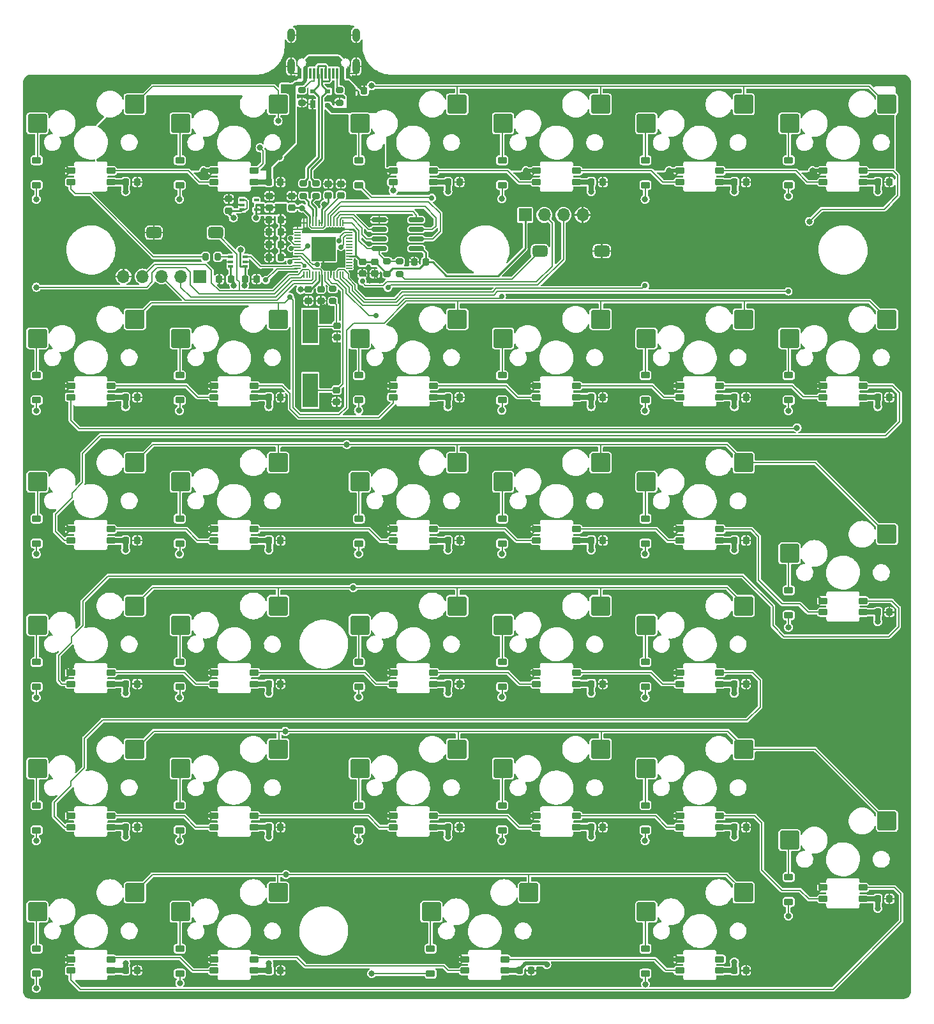
<source format=gbr>
%TF.GenerationSoftware,KiCad,Pcbnew,7.0.5-0*%
%TF.CreationDate,2023-08-05T14:47:29-05:00*%
%TF.ProjectId,Nifty Numpad,4e696674-7920-44e7-956d-7061642e6b69,rev?*%
%TF.SameCoordinates,Original*%
%TF.FileFunction,Copper,L2,Bot*%
%TF.FilePolarity,Positive*%
%FSLAX46Y46*%
G04 Gerber Fmt 4.6, Leading zero omitted, Abs format (unit mm)*
G04 Created by KiCad (PCBNEW 7.0.5-0) date 2023-08-05 14:47:29*
%MOMM*%
%LPD*%
G01*
G04 APERTURE LIST*
G04 Aperture macros list*
%AMRoundRect*
0 Rectangle with rounded corners*
0 $1 Rounding radius*
0 $2 $3 $4 $5 $6 $7 $8 $9 X,Y pos of 4 corners*
0 Add a 4 corners polygon primitive as box body*
4,1,4,$2,$3,$4,$5,$6,$7,$8,$9,$2,$3,0*
0 Add four circle primitives for the rounded corners*
1,1,$1+$1,$2,$3*
1,1,$1+$1,$4,$5*
1,1,$1+$1,$6,$7*
1,1,$1+$1,$8,$9*
0 Add four rect primitives between the rounded corners*
20,1,$1+$1,$2,$3,$4,$5,0*
20,1,$1+$1,$4,$5,$6,$7,0*
20,1,$1+$1,$6,$7,$8,$9,0*
20,1,$1+$1,$8,$9,$2,$3,0*%
G04 Aperture macros list end*
%TA.AperFunction,SMDPad,CuDef*%
%ADD10RoundRect,0.205000X-0.395000X-0.205000X0.395000X-0.205000X0.395000X0.205000X-0.395000X0.205000X0*%
%TD*%
%TA.AperFunction,SMDPad,CuDef*%
%ADD11RoundRect,0.250000X-1.025000X-1.000000X1.025000X-1.000000X1.025000X1.000000X-1.025000X1.000000X0*%
%TD*%
%TA.AperFunction,ComponentPad*%
%ADD12R,1.700000X1.700000*%
%TD*%
%TA.AperFunction,ComponentPad*%
%ADD13O,1.700000X1.700000*%
%TD*%
%TA.AperFunction,SMDPad,CuDef*%
%ADD14R,2.000000X4.500000*%
%TD*%
%TA.AperFunction,SMDPad,CuDef*%
%ADD15RoundRect,0.225000X0.225000X0.250000X-0.225000X0.250000X-0.225000X-0.250000X0.225000X-0.250000X0*%
%TD*%
%TA.AperFunction,SMDPad,CuDef*%
%ADD16RoundRect,0.225000X0.375000X-0.225000X0.375000X0.225000X-0.375000X0.225000X-0.375000X-0.225000X0*%
%TD*%
%TA.AperFunction,SMDPad,CuDef*%
%ADD17R,0.600000X1.450000*%
%TD*%
%TA.AperFunction,SMDPad,CuDef*%
%ADD18R,0.300000X1.450000*%
%TD*%
%TA.AperFunction,ComponentPad*%
%ADD19O,1.000000X1.800000*%
%TD*%
%TA.AperFunction,ComponentPad*%
%ADD20O,1.000000X2.100000*%
%TD*%
%TA.AperFunction,SMDPad,CuDef*%
%ADD21RoundRect,0.200000X-0.275000X0.200000X-0.275000X-0.200000X0.275000X-0.200000X0.275000X0.200000X0*%
%TD*%
%TA.AperFunction,SMDPad,CuDef*%
%ADD22RoundRect,0.225000X0.250000X-0.225000X0.250000X0.225000X-0.250000X0.225000X-0.250000X-0.225000X0*%
%TD*%
%TA.AperFunction,SMDPad,CuDef*%
%ADD23RoundRect,0.225000X-0.225000X-0.250000X0.225000X-0.250000X0.225000X0.250000X-0.225000X0.250000X0*%
%TD*%
%TA.AperFunction,SMDPad,CuDef*%
%ADD24RoundRect,0.225000X-0.250000X0.225000X-0.250000X-0.225000X0.250000X-0.225000X0.250000X0.225000X0*%
%TD*%
%TA.AperFunction,SMDPad,CuDef*%
%ADD25R,0.650000X0.400000*%
%TD*%
%TA.AperFunction,SMDPad,CuDef*%
%ADD26RoundRect,0.050000X0.387500X0.050000X-0.387500X0.050000X-0.387500X-0.050000X0.387500X-0.050000X0*%
%TD*%
%TA.AperFunction,SMDPad,CuDef*%
%ADD27RoundRect,0.050000X0.050000X0.387500X-0.050000X0.387500X-0.050000X-0.387500X0.050000X-0.387500X0*%
%TD*%
%TA.AperFunction,SMDPad,CuDef*%
%ADD28R,3.200000X3.200000*%
%TD*%
%TA.AperFunction,SMDPad,CuDef*%
%ADD29RoundRect,0.375000X0.625000X0.375000X-0.625000X0.375000X-0.625000X-0.375000X0.625000X-0.375000X0*%
%TD*%
%TA.AperFunction,SMDPad,CuDef*%
%ADD30RoundRect,0.150000X-0.825000X-0.150000X0.825000X-0.150000X0.825000X0.150000X-0.825000X0.150000X0*%
%TD*%
%TA.AperFunction,SMDPad,CuDef*%
%ADD31RoundRect,0.200000X0.275000X-0.200000X0.275000X0.200000X-0.275000X0.200000X-0.275000X-0.200000X0*%
%TD*%
%TA.AperFunction,SMDPad,CuDef*%
%ADD32RoundRect,0.375000X-0.625000X-0.375000X0.625000X-0.375000X0.625000X0.375000X-0.625000X0.375000X0*%
%TD*%
%TA.AperFunction,SMDPad,CuDef*%
%ADD33R,0.700000X1.000000*%
%TD*%
%TA.AperFunction,SMDPad,CuDef*%
%ADD34R,0.700000X0.600000*%
%TD*%
%TA.AperFunction,SMDPad,CuDef*%
%ADD35RoundRect,0.200000X0.200000X0.275000X-0.200000X0.275000X-0.200000X-0.275000X0.200000X-0.275000X0*%
%TD*%
%TA.AperFunction,ViaPad*%
%ADD36C,0.800000*%
%TD*%
%TA.AperFunction,ViaPad*%
%ADD37C,0.700000*%
%TD*%
%TA.AperFunction,ViaPad*%
%ADD38C,0.600000*%
%TD*%
%TA.AperFunction,Conductor*%
%ADD39C,0.700000*%
%TD*%
%TA.AperFunction,Conductor*%
%ADD40C,0.250000*%
%TD*%
%TA.AperFunction,Conductor*%
%ADD41C,0.500000*%
%TD*%
%TA.AperFunction,Conductor*%
%ADD42C,0.200000*%
%TD*%
%TA.AperFunction,Conductor*%
%ADD43C,0.400000*%
%TD*%
%TA.AperFunction,Conductor*%
%ADD44C,0.150000*%
%TD*%
%TA.AperFunction,Conductor*%
%ADD45C,0.242824*%
%TD*%
G04 APERTURE END LIST*
D10*
%TO.P,D229,1,VDD*%
%TO.N,+5V*%
X264400000Y-183750000D03*
%TO.P,D229,2,DOUT*%
%TO.N,Net-(D229-DOUT)*%
X264400000Y-182250000D03*
%TO.P,D229,3,GND*%
%TO.N,GND*%
X259100000Y-182250000D03*
%TO.P,D229,4,DIN*%
%TO.N,Net-(D228-DOUT)*%
X259100000Y-183750000D03*
%TD*%
%TO.P,D217,1,VDD*%
%TO.N,+5V*%
X245400000Y-136250000D03*
%TO.P,D217,2,DOUT*%
%TO.N,Net-(D217-DOUT)*%
X245400000Y-134750000D03*
%TO.P,D217,3,GND*%
%TO.N,GND*%
X240100000Y-134750000D03*
%TO.P,D217,4,DIN*%
%TO.N,Net-(D216-DOUT)*%
X240100000Y-136250000D03*
%TD*%
%TO.P,D220,1,VDD*%
%TO.N,+5V*%
X183650000Y-155250000D03*
%TO.P,D220,2,DOUT*%
%TO.N,Net-(D220-DOUT)*%
X183650000Y-153750000D03*
%TO.P,D220,3,GND*%
%TO.N,GND*%
X178350000Y-153750000D03*
%TO.P,D220,4,DIN*%
%TO.N,Net-(D219-DOUT)*%
X178350000Y-155250000D03*
%TD*%
%TO.P,D205,1,VDD*%
%TO.N,+5V*%
X245400000Y-88750000D03*
%TO.P,D205,2,DOUT*%
%TO.N,Net-(D205-DOUT)*%
X245400000Y-87250000D03*
%TO.P,D205,3,GND*%
%TO.N,GND*%
X240100000Y-87250000D03*
%TO.P,D205,4,DIN*%
%TO.N,Net-(D204-DOUT)*%
X240100000Y-88750000D03*
%TD*%
%TO.P,D215,1,VDD*%
%TO.N,+5V*%
X207400000Y-136250000D03*
%TO.P,D215,2,DOUT*%
%TO.N,Net-(D215-DOUT)*%
X207400000Y-134750000D03*
%TO.P,D215,3,GND*%
%TO.N,GND*%
X202100000Y-134750000D03*
%TO.P,D215,4,DIN*%
%TO.N,Net-(D214-DOUT)*%
X202100000Y-136250000D03*
%TD*%
%TO.P,D202,1,VDD*%
%TO.N,+5V*%
X183650000Y-88750000D03*
%TO.P,D202,2,DOUT*%
%TO.N,Net-(D202-DOUT)*%
X183650000Y-87250000D03*
%TO.P,D202,3,GND*%
%TO.N,GND*%
X178350000Y-87250000D03*
%TO.P,D202,4,DIN*%
%TO.N,Net-(D201-DOUT)*%
X178350000Y-88750000D03*
%TD*%
%TO.P,D201,1,VDD*%
%TO.N,+5V*%
X164650000Y-88750000D03*
%TO.P,D201,2,DOUT*%
%TO.N,Net-(D201-DOUT)*%
X164650000Y-87250000D03*
%TO.P,D201,3,GND*%
%TO.N,GND*%
X159350000Y-87250000D03*
%TO.P,D201,4,DIN*%
%TO.N,/LED Matrix/DIN0*%
X159350000Y-88750000D03*
%TD*%
%TO.P,D212,1,VDD*%
%TO.N,+5V*%
X264400000Y-117250000D03*
%TO.P,D212,2,DOUT*%
%TO.N,Net-(D212-DOUT)*%
X264400000Y-115750000D03*
%TO.P,D212,3,GND*%
%TO.N,GND*%
X259100000Y-115750000D03*
%TO.P,D212,4,DIN*%
%TO.N,Net-(D211-DOUT)*%
X259100000Y-117250000D03*
%TD*%
%TO.P,D226,1,VDD*%
%TO.N,+5V*%
X207400000Y-174250000D03*
%TO.P,D226,2,DOUT*%
%TO.N,Net-(D226-DOUT)*%
X207400000Y-172750000D03*
%TO.P,D226,3,GND*%
%TO.N,GND*%
X202100000Y-172750000D03*
%TO.P,D226,4,DIN*%
%TO.N,Net-(D225-DOUT)*%
X202100000Y-174250000D03*
%TD*%
%TO.P,D219,1,VDD*%
%TO.N,+5V*%
X164650000Y-155250000D03*
%TO.P,D219,2,DOUT*%
%TO.N,Net-(D219-DOUT)*%
X164650000Y-153750000D03*
%TO.P,D219,3,GND*%
%TO.N,GND*%
X159350000Y-153750000D03*
%TO.P,D219,4,DIN*%
%TO.N,Net-(D218-DOUT)*%
X159350000Y-155250000D03*
%TD*%
%TO.P,D204,1,VDD*%
%TO.N,+5V*%
X226400000Y-88750000D03*
%TO.P,D204,2,DOUT*%
%TO.N,Net-(D204-DOUT)*%
X226400000Y-87250000D03*
%TO.P,D204,3,GND*%
%TO.N,GND*%
X221100000Y-87250000D03*
%TO.P,D204,4,DIN*%
%TO.N,Net-(D203-DOUT)*%
X221100000Y-88750000D03*
%TD*%
%TO.P,D211,1,VDD*%
%TO.N,+5V*%
X245400000Y-117250000D03*
%TO.P,D211,2,DOUT*%
%TO.N,Net-(D211-DOUT)*%
X245400000Y-115750000D03*
%TO.P,D211,3,GND*%
%TO.N,GND*%
X240100000Y-115750000D03*
%TO.P,D211,4,DIN*%
%TO.N,Net-(D210-DOUT)*%
X240100000Y-117250000D03*
%TD*%
%TO.P,D206,1,VDD*%
%TO.N,+5V*%
X264400000Y-88750000D03*
%TO.P,D206,2,DOUT*%
%TO.N,Net-(D206-DOUT)*%
X264400000Y-87250000D03*
%TO.P,D206,3,GND*%
%TO.N,GND*%
X259100000Y-87250000D03*
%TO.P,D206,4,DIN*%
%TO.N,Net-(D205-DOUT)*%
X259100000Y-88750000D03*
%TD*%
%TO.P,D224,1,VDD*%
%TO.N,+5V*%
X164650000Y-174250000D03*
%TO.P,D224,2,DOUT*%
%TO.N,Net-(D224-DOUT)*%
X164650000Y-172750000D03*
%TO.P,D224,3,GND*%
%TO.N,GND*%
X159350000Y-172750000D03*
%TO.P,D224,4,DIN*%
%TO.N,Net-(D223-DOUT)*%
X159350000Y-174250000D03*
%TD*%
%TO.P,D232,1,VDD*%
%TO.N,+5V*%
X216900000Y-193250000D03*
%TO.P,D232,2,DOUT*%
%TO.N,Net-(D232-DOUT)*%
X216900000Y-191750000D03*
%TO.P,D232,3,GND*%
%TO.N,GND*%
X211600000Y-191750000D03*
%TO.P,D232,4,DIN*%
%TO.N,Net-(D231-DOUT)*%
X211600000Y-193250000D03*
%TD*%
%TO.P,D213,1,VDD*%
%TO.N,+5V*%
X164650000Y-136250000D03*
%TO.P,D213,2,DOUT*%
%TO.N,Net-(D213-DOUT)*%
X164650000Y-134750000D03*
%TO.P,D213,3,GND*%
%TO.N,GND*%
X159350000Y-134750000D03*
%TO.P,D213,4,DIN*%
%TO.N,Net-(D212-DOUT)*%
X159350000Y-136250000D03*
%TD*%
%TO.P,D233,1,VDD*%
%TO.N,+5V*%
X245400000Y-193250000D03*
%TO.P,D233,2,DOUT*%
%TO.N,unconnected-(D233-DOUT-Pad2)*%
X245400000Y-191750000D03*
%TO.P,D233,3,GND*%
%TO.N,GND*%
X240100000Y-191750000D03*
%TO.P,D233,4,DIN*%
%TO.N,Net-(D232-DOUT)*%
X240100000Y-193250000D03*
%TD*%
%TO.P,D207,1,VDD*%
%TO.N,+5V*%
X164650000Y-117250000D03*
%TO.P,D207,2,DOUT*%
%TO.N,Net-(D207-DOUT)*%
X164650000Y-115750000D03*
%TO.P,D207,3,GND*%
%TO.N,GND*%
X159350000Y-115750000D03*
%TO.P,D207,4,DIN*%
%TO.N,Net-(D206-DOUT)*%
X159350000Y-117250000D03*
%TD*%
%TO.P,D231,1,VDD*%
%TO.N,+5V*%
X183650000Y-193250000D03*
%TO.P,D231,2,DOUT*%
%TO.N,Net-(D231-DOUT)*%
X183650000Y-191750000D03*
%TO.P,D231,3,GND*%
%TO.N,GND*%
X178350000Y-191750000D03*
%TO.P,D231,4,DIN*%
%TO.N,Net-(D230-DOUT)*%
X178350000Y-193250000D03*
%TD*%
%TO.P,D218,1,VDD*%
%TO.N,+5V*%
X264400000Y-145750000D03*
%TO.P,D218,2,DOUT*%
%TO.N,Net-(D218-DOUT)*%
X264400000Y-144250000D03*
%TO.P,D218,3,GND*%
%TO.N,GND*%
X259100000Y-144250000D03*
%TO.P,D218,4,DIN*%
%TO.N,Net-(D217-DOUT)*%
X259100000Y-145750000D03*
%TD*%
%TO.P,D222,1,VDD*%
%TO.N,+5V*%
X226400000Y-155250000D03*
%TO.P,D222,2,DOUT*%
%TO.N,Net-(D222-DOUT)*%
X226400000Y-153750000D03*
%TO.P,D222,3,GND*%
%TO.N,GND*%
X221100000Y-153750000D03*
%TO.P,D222,4,DIN*%
%TO.N,Net-(D221-DOUT)*%
X221100000Y-155250000D03*
%TD*%
%TO.P,D230,1,VDD*%
%TO.N,+5V*%
X164650000Y-193250000D03*
%TO.P,D230,2,DOUT*%
%TO.N,Net-(D230-DOUT)*%
X164650000Y-191750000D03*
%TO.P,D230,3,GND*%
%TO.N,GND*%
X159350000Y-191750000D03*
%TO.P,D230,4,DIN*%
%TO.N,Net-(D229-DOUT)*%
X159350000Y-193250000D03*
%TD*%
%TO.P,D221,1,VDD*%
%TO.N,+5V*%
X207400000Y-155250000D03*
%TO.P,D221,2,DOUT*%
%TO.N,Net-(D221-DOUT)*%
X207400000Y-153750000D03*
%TO.P,D221,3,GND*%
%TO.N,GND*%
X202100000Y-153750000D03*
%TO.P,D221,4,DIN*%
%TO.N,Net-(D220-DOUT)*%
X202100000Y-155250000D03*
%TD*%
%TO.P,D227,1,VDD*%
%TO.N,+5V*%
X226400000Y-174250000D03*
%TO.P,D227,2,DOUT*%
%TO.N,Net-(D227-DOUT)*%
X226400000Y-172750000D03*
%TO.P,D227,3,GND*%
%TO.N,GND*%
X221100000Y-172750000D03*
%TO.P,D227,4,DIN*%
%TO.N,Net-(D226-DOUT)*%
X221100000Y-174250000D03*
%TD*%
%TO.P,D209,1,VDD*%
%TO.N,+5V*%
X207400000Y-117250000D03*
%TO.P,D209,2,DOUT*%
%TO.N,Net-(D209-DOUT)*%
X207400000Y-115750000D03*
%TO.P,D209,3,GND*%
%TO.N,GND*%
X202100000Y-115750000D03*
%TO.P,D209,4,DIN*%
%TO.N,Net-(D208-DOUT)*%
X202100000Y-117250000D03*
%TD*%
%TO.P,D210,1,VDD*%
%TO.N,+5V*%
X226400000Y-117250000D03*
%TO.P,D210,2,DOUT*%
%TO.N,Net-(D210-DOUT)*%
X226400000Y-115750000D03*
%TO.P,D210,3,GND*%
%TO.N,GND*%
X221100000Y-115750000D03*
%TO.P,D210,4,DIN*%
%TO.N,Net-(D209-DOUT)*%
X221100000Y-117250000D03*
%TD*%
%TO.P,D228,1,VDD*%
%TO.N,+5V*%
X245400000Y-174250000D03*
%TO.P,D228,2,DOUT*%
%TO.N,Net-(D228-DOUT)*%
X245400000Y-172750000D03*
%TO.P,D228,3,GND*%
%TO.N,GND*%
X240100000Y-172750000D03*
%TO.P,D228,4,DIN*%
%TO.N,Net-(D227-DOUT)*%
X240100000Y-174250000D03*
%TD*%
%TO.P,D223,1,VDD*%
%TO.N,+5V*%
X245400000Y-155250000D03*
%TO.P,D223,2,DOUT*%
%TO.N,Net-(D223-DOUT)*%
X245400000Y-153750000D03*
%TO.P,D223,3,GND*%
%TO.N,GND*%
X240100000Y-153750000D03*
%TO.P,D223,4,DIN*%
%TO.N,Net-(D222-DOUT)*%
X240100000Y-155250000D03*
%TD*%
%TO.P,D216,1,VDD*%
%TO.N,+5V*%
X226400000Y-136250000D03*
%TO.P,D216,2,DOUT*%
%TO.N,Net-(D216-DOUT)*%
X226400000Y-134750000D03*
%TO.P,D216,3,GND*%
%TO.N,GND*%
X221100000Y-134750000D03*
%TO.P,D216,4,DIN*%
%TO.N,Net-(D215-DOUT)*%
X221100000Y-136250000D03*
%TD*%
%TO.P,D203,1,VDD*%
%TO.N,+5V*%
X207400000Y-88750000D03*
%TO.P,D203,2,DOUT*%
%TO.N,Net-(D203-DOUT)*%
X207400000Y-87250000D03*
%TO.P,D203,3,GND*%
%TO.N,GND*%
X202100000Y-87250000D03*
%TO.P,D203,4,DIN*%
%TO.N,Net-(D202-DOUT)*%
X202100000Y-88750000D03*
%TD*%
%TO.P,D214,1,VDD*%
%TO.N,+5V*%
X183650000Y-136250000D03*
%TO.P,D214,2,DOUT*%
%TO.N,Net-(D214-DOUT)*%
X183650000Y-134750000D03*
%TO.P,D214,3,GND*%
%TO.N,GND*%
X178350000Y-134750000D03*
%TO.P,D214,4,DIN*%
%TO.N,Net-(D213-DOUT)*%
X178350000Y-136250000D03*
%TD*%
%TO.P,D225,1,VDD*%
%TO.N,+5V*%
X183650000Y-174250000D03*
%TO.P,D225,2,DOUT*%
%TO.N,Net-(D225-DOUT)*%
X183650000Y-172750000D03*
%TO.P,D225,3,GND*%
%TO.N,GND*%
X178350000Y-172750000D03*
%TO.P,D225,4,DIN*%
%TO.N,Net-(D224-DOUT)*%
X178350000Y-174250000D03*
%TD*%
%TO.P,D208,1,VDD*%
%TO.N,+5V*%
X183650000Y-117250000D03*
%TO.P,D208,2,DOUT*%
%TO.N,Net-(D208-DOUT)*%
X183650000Y-115750000D03*
%TO.P,D208,3,GND*%
%TO.N,GND*%
X178350000Y-115750000D03*
%TO.P,D208,4,DIN*%
%TO.N,Net-(D207-DOUT)*%
X178350000Y-117250000D03*
%TD*%
D11*
%TO.P,SW314,1,1*%
%TO.N,Net-(D314-A)*%
X173915000Y-128460000D03*
%TO.P,SW314,2,2*%
%TO.N,/ROW2*%
X186842000Y-125920000D03*
%TD*%
%TO.P,SW313,1,1*%
%TO.N,Net-(D313-A)*%
X154915000Y-128460000D03*
%TO.P,SW313,2,2*%
%TO.N,/ROW2*%
X167842000Y-125920000D03*
%TD*%
%TO.P,SW318,1,1*%
%TO.N,Net-(D318-A)*%
X254665000Y-137960000D03*
%TO.P,SW318,2,2*%
%TO.N,/ROW2*%
X267592000Y-135420000D03*
%TD*%
%TO.P,SW310,1,1*%
%TO.N,Net-(D310-A)*%
X216665000Y-109460000D03*
%TO.P,SW310,2,2*%
%TO.N,/ROW1*%
X229592000Y-106920000D03*
%TD*%
%TO.P,SW308,1,1*%
%TO.N,Net-(D308-A)*%
X173915000Y-109460000D03*
%TO.P,SW308,2,2*%
%TO.N,/ROW1*%
X186842000Y-106920000D03*
%TD*%
%TO.P,SW304,1,1*%
%TO.N,Net-(D304-A)*%
X216665000Y-80960000D03*
%TO.P,SW304,2,2*%
%TO.N,/ROW0*%
X229592000Y-78420000D03*
%TD*%
%TO.P,SW307,1,1*%
%TO.N,Net-(D307-A)*%
X154915000Y-109460000D03*
%TO.P,SW307,2,2*%
%TO.N,/ROW1*%
X167842000Y-106920000D03*
%TD*%
%TO.P,SW305,1,1*%
%TO.N,Net-(D305-A)*%
X235665000Y-80960000D03*
%TO.P,SW305,2,2*%
%TO.N,/ROW0*%
X248592000Y-78420000D03*
%TD*%
%TO.P,SW333,1,1*%
%TO.N,Net-(D333-A)*%
X235665000Y-185460000D03*
%TO.P,SW333,2,2*%
%TO.N,/ROW5*%
X248592000Y-182920000D03*
%TD*%
%TO.P,SW332,1,1*%
%TO.N,Net-(D332-A)*%
X207165000Y-185460000D03*
%TO.P,SW332,2,2*%
%TO.N,/ROW5*%
X220092000Y-182920000D03*
%TD*%
%TO.P,SW330,1,1*%
%TO.N,Net-(D330-A)*%
X154915000Y-185460000D03*
%TO.P,SW330,2,2*%
%TO.N,/ROW5*%
X167842000Y-182920000D03*
%TD*%
%TO.P,SW325,1,1*%
%TO.N,Net-(D325-A)*%
X173915000Y-166460000D03*
%TO.P,SW325,2,2*%
%TO.N,/ROW4*%
X186842000Y-163920000D03*
%TD*%
D12*
%TO.P,J101,1,Pin_1*%
%TO.N,+3.3V*%
X176490000Y-101250000D03*
D13*
%TO.P,J101,2,Pin_2*%
%TO.N,/SWD*%
X173950000Y-101250000D03*
%TO.P,J101,3,Pin_3*%
%TO.N,/SWCLK*%
X171410000Y-101250000D03*
%TO.P,J101,4,Pin_4*%
%TO.N,/RUN*%
X168870000Y-101250000D03*
%TO.P,J101,5,Pin_5*%
%TO.N,GND*%
X166330000Y-101250000D03*
%TD*%
D11*
%TO.P,SW312,1,1*%
%TO.N,Net-(D312-A)*%
X254665000Y-109460000D03*
%TO.P,SW312,2,2*%
%TO.N,/ROW1*%
X267592000Y-106920000D03*
%TD*%
%TO.P,SW320,1,1*%
%TO.N,Net-(D320-A)*%
X173915000Y-147460000D03*
%TO.P,SW320,2,2*%
%TO.N,/ROW3*%
X186842000Y-144920000D03*
%TD*%
%TO.P,SW323,1,1*%
%TO.N,Net-(D323-A)*%
X235665000Y-147460000D03*
%TO.P,SW323,2,2*%
%TO.N,/ROW3*%
X248592000Y-144920000D03*
%TD*%
%TO.P,SW315,1,1*%
%TO.N,Net-(D315-A)*%
X197665000Y-128460000D03*
%TO.P,SW315,2,2*%
%TO.N,/ROW2*%
X210592000Y-125920000D03*
%TD*%
%TO.P,SW303,1,1*%
%TO.N,Net-(D303-A)*%
X197665000Y-80960000D03*
%TO.P,SW303,2,2*%
%TO.N,/ROW0*%
X210592000Y-78420000D03*
%TD*%
%TO.P,SW324,1,1*%
%TO.N,Net-(D324-A)*%
X154915000Y-166460000D03*
%TO.P,SW324,2,2*%
%TO.N,/ROW4*%
X167842000Y-163920000D03*
%TD*%
D12*
%TO.P,J103,1,Pin_1*%
%TO.N,+3.3V*%
X219600000Y-93100000D03*
D13*
%TO.P,J103,2,Pin_2*%
%TO.N,/UART0_MCU_TX*%
X222140000Y-93100000D03*
%TO.P,J103,3,Pin_3*%
%TO.N,/UART0_MCU_RX*%
X224680000Y-93100000D03*
%TO.P,J103,4,Pin_4*%
%TO.N,GND*%
X227220000Y-93100000D03*
%TD*%
D11*
%TO.P,SW302,1,1*%
%TO.N,Net-(D302-A)*%
X173915000Y-80960000D03*
%TO.P,SW302,2,2*%
%TO.N,/ROW0*%
X186842000Y-78420000D03*
%TD*%
%TO.P,SW321,1,1*%
%TO.N,Net-(D321-A)*%
X197665000Y-147460000D03*
%TO.P,SW321,2,2*%
%TO.N,/ROW3*%
X210592000Y-144920000D03*
%TD*%
%TO.P,SW309,1,1*%
%TO.N,Net-(D309-A)*%
X197665000Y-109460000D03*
%TO.P,SW309,2,2*%
%TO.N,/ROW1*%
X210592000Y-106920000D03*
%TD*%
%TO.P,SW322,1,1*%
%TO.N,Net-(D322-A)*%
X216665000Y-147460000D03*
%TO.P,SW322,2,2*%
%TO.N,/ROW3*%
X229592000Y-144920000D03*
%TD*%
%TO.P,SW331,1,1*%
%TO.N,Net-(D331-A)*%
X173915000Y-185460000D03*
%TO.P,SW331,2,2*%
%TO.N,/ROW5*%
X186842000Y-182920000D03*
%TD*%
%TO.P,SW316,1,1*%
%TO.N,Net-(D316-A)*%
X216665000Y-128460000D03*
%TO.P,SW316,2,2*%
%TO.N,/ROW2*%
X229592000Y-125920000D03*
%TD*%
%TO.P,SW328,1,1*%
%TO.N,Net-(D328-A)*%
X235665000Y-166460000D03*
%TO.P,SW328,2,2*%
%TO.N,/ROW4*%
X248592000Y-163920000D03*
%TD*%
%TO.P,SW306,1,1*%
%TO.N,Net-(D306-A)*%
X254665000Y-80960000D03*
%TO.P,SW306,2,2*%
%TO.N,/ROW0*%
X267592000Y-78420000D03*
%TD*%
%TO.P,SW317,1,1*%
%TO.N,Net-(D317-A)*%
X235665000Y-128460000D03*
%TO.P,SW317,2,2*%
%TO.N,/ROW2*%
X248592000Y-125920000D03*
%TD*%
%TO.P,SW319,1,1*%
%TO.N,Net-(D319-A)*%
X154915000Y-147460000D03*
%TO.P,SW319,2,2*%
%TO.N,/ROW3*%
X167842000Y-144920000D03*
%TD*%
%TO.P,SW329,1,1*%
%TO.N,Net-(D329-A)*%
X254665000Y-175960000D03*
%TO.P,SW329,2,2*%
%TO.N,/ROW4*%
X267592000Y-173420000D03*
%TD*%
%TO.P,SW301,1,1*%
%TO.N,Net-(D301-A)*%
X154915000Y-80960000D03*
%TO.P,SW301,2,2*%
%TO.N,/ROW0*%
X167842000Y-78420000D03*
%TD*%
%TO.P,SW311,1,1*%
%TO.N,Net-(D311-A)*%
X235665000Y-109460000D03*
%TO.P,SW311,2,2*%
%TO.N,/ROW1*%
X248592000Y-106920000D03*
%TD*%
%TO.P,SW326,1,1*%
%TO.N,Net-(D326-A)*%
X197665000Y-166460000D03*
%TO.P,SW326,2,2*%
%TO.N,/ROW4*%
X210592000Y-163920000D03*
%TD*%
%TO.P,SW327,1,1*%
%TO.N,Net-(D327-A)*%
X216665000Y-166460000D03*
%TO.P,SW327,2,2*%
%TO.N,/ROW4*%
X229592000Y-163920000D03*
%TD*%
D14*
%TO.P,Y101,1,1*%
%TO.N,Net-(U104-XIN)*%
X191100000Y-116350000D03*
%TO.P,Y101,2,2*%
%TO.N,Net-(C119-Pad1)*%
X191100000Y-107850000D03*
%TD*%
D15*
%TO.P,C108,1*%
%TO.N,+3.3V*%
X187175000Y-93700000D03*
%TO.P,C108,2*%
%TO.N,GND*%
X185625000Y-93700000D03*
%TD*%
%TO.P,C106,1*%
%TO.N,+3.3V*%
X187175000Y-97000000D03*
%TO.P,C106,2*%
%TO.N,GND*%
X185625000Y-97000000D03*
%TD*%
D16*
%TO.P,D319,1,K*%
%TO.N,/COL0*%
X154800000Y-155650000D03*
%TO.P,D319,2,A*%
%TO.N,Net-(D319-A)*%
X154800000Y-152350000D03*
%TD*%
D17*
%TO.P,J102,A1,GND*%
%TO.N,GND*%
X189625000Y-74345000D03*
%TO.P,J102,A4,VBUS*%
%TO.N,+5V*%
X190425000Y-74345000D03*
D18*
%TO.P,J102,A5,CC1*%
%TO.N,Net-(J102-CC1)*%
X191625000Y-74345000D03*
%TO.P,J102,A6,D+*%
%TO.N,/USB_DP*%
X192625000Y-74345000D03*
%TO.P,J102,A7,D-*%
%TO.N,/USB_DN*%
X193125000Y-74345000D03*
%TO.P,J102,A8,SBU1*%
%TO.N,unconnected-(J102-SBU1-PadA8)*%
X194125000Y-74345000D03*
D17*
%TO.P,J102,A9,VBUS*%
%TO.N,+5V*%
X195325000Y-74345000D03*
%TO.P,J102,A12,GND*%
%TO.N,GND*%
X196125000Y-74345000D03*
%TO.P,J102,B1,GND*%
X196125000Y-74345000D03*
%TO.P,J102,B4,VBUS*%
%TO.N,+5V*%
X195325000Y-74345000D03*
D18*
%TO.P,J102,B5,CC2*%
%TO.N,Net-(J102-CC2)*%
X194625000Y-74345000D03*
%TO.P,J102,B6,D+*%
%TO.N,/USB_DP*%
X193625000Y-74345000D03*
%TO.P,J102,B7,D-*%
%TO.N,/USB_DN*%
X192125000Y-74345000D03*
%TO.P,J102,B8,SBU2*%
%TO.N,unconnected-(J102-SBU2-PadB8)*%
X191125000Y-74345000D03*
D17*
%TO.P,J102,B9,VBUS*%
%TO.N,+5V*%
X190425000Y-74345000D03*
%TO.P,J102,B12,GND*%
%TO.N,GND*%
X189625000Y-74345000D03*
D19*
%TO.P,J102,S1,SHIELD*%
X188555000Y-69250000D03*
D20*
X188555000Y-73430000D03*
D19*
X197195000Y-69250000D03*
D20*
X197195000Y-73430000D03*
%TD*%
D21*
%TO.P,R106,1*%
%TO.N,/USB_DN*%
X190200000Y-88925000D03*
%TO.P,R106,2*%
%TO.N,/USB_RP_DN*%
X190200000Y-90575000D03*
%TD*%
D22*
%TO.P,C115,1*%
%TO.N,/DVDD_1.1V*%
X188650000Y-92125000D03*
%TO.P,C115,2*%
%TO.N,GND*%
X188650000Y-90575000D03*
%TD*%
D23*
%TO.P,C233,1*%
%TO.N,+5V*%
X247350000Y-193250000D03*
%TO.P,C233,2*%
%TO.N,GND*%
X248900000Y-193250000D03*
%TD*%
%TO.P,C208,1*%
%TO.N,+5V*%
X185600000Y-117250000D03*
%TO.P,C208,2*%
%TO.N,GND*%
X187150000Y-117250000D03*
%TD*%
%TO.P,C229,1*%
%TO.N,+5V*%
X266350000Y-183750000D03*
%TO.P,C229,2*%
%TO.N,GND*%
X267900000Y-183750000D03*
%TD*%
%TO.P,C222,1*%
%TO.N,+5V*%
X228350000Y-155250000D03*
%TO.P,C222,2*%
%TO.N,GND*%
X229900000Y-155250000D03*
%TD*%
D16*
%TO.P,D321,1,K*%
%TO.N,/COL2*%
X197550000Y-155650000D03*
%TO.P,D321,2,A*%
%TO.N,Net-(D321-A)*%
X197550000Y-152350000D03*
%TD*%
D23*
%TO.P,C224,1*%
%TO.N,+5V*%
X166600000Y-174250000D03*
%TO.P,C224,2*%
%TO.N,GND*%
X168150000Y-174250000D03*
%TD*%
D22*
%TO.P,C107,1*%
%TO.N,+3.3V*%
X193500000Y-90525000D03*
%TO.P,C107,2*%
%TO.N,GND*%
X193500000Y-88975000D03*
%TD*%
D23*
%TO.P,C209,1*%
%TO.N,+5V*%
X209350000Y-117250000D03*
%TO.P,C209,2*%
%TO.N,GND*%
X210900000Y-117250000D03*
%TD*%
D16*
%TO.P,D302,1,K*%
%TO.N,/COL1*%
X173800000Y-89150000D03*
%TO.P,D302,2,A*%
%TO.N,Net-(D302-A)*%
X173800000Y-85850000D03*
%TD*%
D21*
%TO.P,R101,1*%
%TO.N,Net-(J102-CC2)*%
X195000000Y-76550000D03*
%TO.P,R101,2*%
%TO.N,GND*%
X195000000Y-78200000D03*
%TD*%
D24*
%TO.P,C111,1*%
%TO.N,+3.3V*%
X199650000Y-99325000D03*
%TO.P,C111,2*%
%TO.N,GND*%
X199650000Y-100875000D03*
%TD*%
D16*
%TO.P,D323,1,K*%
%TO.N,/COL4*%
X235550000Y-155650000D03*
%TO.P,D323,2,A*%
%TO.N,Net-(D323-A)*%
X235550000Y-152350000D03*
%TD*%
%TO.P,D316,1,K*%
%TO.N,/COL3*%
X216550000Y-136650000D03*
%TO.P,D316,2,A*%
%TO.N,Net-(D316-A)*%
X216550000Y-133350000D03*
%TD*%
%TO.P,D326,1,K*%
%TO.N,/COL2*%
X197550000Y-174650000D03*
%TO.P,D326,2,A*%
%TO.N,Net-(D326-A)*%
X197550000Y-171350000D03*
%TD*%
%TO.P,D332,1,K*%
%TO.N,/COL2*%
X207050000Y-193650000D03*
%TO.P,D332,2,A*%
%TO.N,Net-(D332-A)*%
X207050000Y-190350000D03*
%TD*%
D23*
%TO.P,C113,1*%
%TO.N,+3.3V*%
X182425000Y-101600000D03*
%TO.P,C113,2*%
%TO.N,GND*%
X183975000Y-101600000D03*
%TD*%
D25*
%TO.P,U101,1,VIN*%
%TO.N,+5V*%
X182050000Y-92400000D03*
%TO.P,U101,2,GND*%
%TO.N,GND*%
X182050000Y-91750000D03*
%TO.P,U101,3,EN*%
%TO.N,+5V*%
X182050000Y-91100000D03*
%TO.P,U101,4,NC*%
%TO.N,unconnected-(U101-NC-Pad4)*%
X183950000Y-91100000D03*
%TO.P,U101,5,VOUT*%
%TO.N,+3.3V*%
X183950000Y-92400000D03*
%TD*%
%TO.P,U103,1,VCCA*%
%TO.N,+5V*%
X180550000Y-99950000D03*
%TO.P,U103,2,GND*%
%TO.N,GND*%
X180550000Y-99300000D03*
%TO.P,U103,3,A*%
%TO.N,Net-(U103-A)*%
X180550000Y-98650000D03*
%TO.P,U103,4,B*%
%TO.N,/DIN0_3V3*%
X182450000Y-98650000D03*
%TO.P,U103,5,DIR*%
%TO.N,GND*%
X182450000Y-99300000D03*
%TO.P,U103,6,VCCB*%
%TO.N,+3.3V*%
X182450000Y-99950000D03*
%TD*%
D16*
%TO.P,D308,1,K*%
%TO.N,/COL1*%
X173800000Y-117650000D03*
%TO.P,D308,2,A*%
%TO.N,Net-(D308-A)*%
X173800000Y-114350000D03*
%TD*%
%TO.P,D314,1,K*%
%TO.N,/COL1*%
X173800000Y-136650000D03*
%TO.P,D314,2,A*%
%TO.N,Net-(D314-A)*%
X173800000Y-133350000D03*
%TD*%
%TO.P,D317,1,K*%
%TO.N,/COL4*%
X235550000Y-136650000D03*
%TO.P,D317,2,A*%
%TO.N,Net-(D317-A)*%
X235550000Y-133350000D03*
%TD*%
D23*
%TO.P,C228,1*%
%TO.N,+5V*%
X247350000Y-174250000D03*
%TO.P,C228,2*%
%TO.N,GND*%
X248900000Y-174250000D03*
%TD*%
D22*
%TO.P,C103,1*%
%TO.N,+3.3V*%
X185700000Y-92125000D03*
%TO.P,C103,2*%
%TO.N,GND*%
X185700000Y-90575000D03*
%TD*%
D15*
%TO.P,C116,1*%
%TO.N,+3.3V*%
X187175000Y-95350000D03*
%TO.P,C116,2*%
%TO.N,GND*%
X185625000Y-95350000D03*
%TD*%
D23*
%TO.P,C225,1*%
%TO.N,+5V*%
X185600000Y-174250000D03*
%TO.P,C225,2*%
%TO.N,GND*%
X187150000Y-174250000D03*
%TD*%
D24*
%TO.P,C110,1*%
%TO.N,+3.3V*%
X192500000Y-102925000D03*
%TO.P,C110,2*%
%TO.N,GND*%
X192500000Y-104475000D03*
%TD*%
D23*
%TO.P,C212,1*%
%TO.N,+5V*%
X266350000Y-117250000D03*
%TO.P,C212,2*%
%TO.N,GND*%
X267900000Y-117250000D03*
%TD*%
%TO.P,C101,1*%
%TO.N,+5V*%
X196700000Y-76625000D03*
%TO.P,C101,2*%
%TO.N,GND*%
X198250000Y-76625000D03*
%TD*%
%TO.P,C203,1*%
%TO.N,+5V*%
X209350000Y-88750000D03*
%TO.P,C203,2*%
%TO.N,GND*%
X210900000Y-88750000D03*
%TD*%
D22*
%TO.P,C105,1*%
%TO.N,/DVDD_1.1V*%
X195150000Y-90525000D03*
%TO.P,C105,2*%
%TO.N,GND*%
X195150000Y-88975000D03*
%TD*%
D16*
%TO.P,D305,1,K*%
%TO.N,/COL4*%
X235550000Y-89150000D03*
%TO.P,D305,2,A*%
%TO.N,Net-(D305-A)*%
X235550000Y-85850000D03*
%TD*%
D26*
%TO.P,U104,1,IOVDD*%
%TO.N,+3.3V*%
X196287500Y-95000000D03*
%TO.P,U104,2,GPIO0*%
%TO.N,/UART0_MCU_TX*%
X196287500Y-95400000D03*
%TO.P,U104,3,GPIO1*%
%TO.N,/UART0_MCU_RX*%
X196287500Y-95800000D03*
%TO.P,U104,4,GPIO2*%
%TO.N,unconnected-(U104-GPIO2-Pad4)*%
X196287500Y-96200000D03*
%TO.P,U104,5,GPIO3*%
%TO.N,unconnected-(U104-GPIO3-Pad5)*%
X196287500Y-96600000D03*
%TO.P,U104,6,GPIO4*%
%TO.N,unconnected-(U104-GPIO4-Pad6)*%
X196287500Y-97000000D03*
%TO.P,U104,7,GPIO5*%
%TO.N,unconnected-(U104-GPIO5-Pad7)*%
X196287500Y-97400000D03*
%TO.P,U104,8,GPIO6*%
%TO.N,unconnected-(U104-GPIO6-Pad8)*%
X196287500Y-97800000D03*
%TO.P,U104,9,GPIO7*%
%TO.N,unconnected-(U104-GPIO7-Pad9)*%
X196287500Y-98200000D03*
%TO.P,U104,10,IOVDD*%
%TO.N,+3.3V*%
X196287500Y-98600000D03*
%TO.P,U104,11,GPIO8*%
%TO.N,unconnected-(U104-GPIO8-Pad11)*%
X196287500Y-99000000D03*
%TO.P,U104,12,GPIO9*%
%TO.N,unconnected-(U104-GPIO9-Pad12)*%
X196287500Y-99400000D03*
%TO.P,U104,13,GPIO10*%
%TO.N,unconnected-(U104-GPIO10-Pad13)*%
X196287500Y-99800000D03*
%TO.P,U104,14,GPIO11*%
%TO.N,unconnected-(U104-GPIO11-Pad14)*%
X196287500Y-100200000D03*
D27*
%TO.P,U104,15,GPIO12*%
%TO.N,/COL5*%
X195450000Y-101037500D03*
%TO.P,U104,16,GPIO13*%
%TO.N,/COL3*%
X195050000Y-101037500D03*
%TO.P,U104,17,GPIO14*%
%TO.N,/COL4*%
X194650000Y-101037500D03*
%TO.P,U104,18,GPIO15*%
%TO.N,/COL2*%
X194250000Y-101037500D03*
%TO.P,U104,19,TESTEN*%
%TO.N,GND*%
X193850000Y-101037500D03*
%TO.P,U104,20,XIN*%
%TO.N,Net-(U104-XIN)*%
X193450000Y-101037500D03*
%TO.P,U104,21,XOUT*%
%TO.N,Net-(U104-XOUT)*%
X193050000Y-101037500D03*
%TO.P,U104,22,IOVDD*%
%TO.N,+3.3V*%
X192650000Y-101037500D03*
%TO.P,U104,23,DVDD*%
%TO.N,/DVDD_1.1V*%
X192250000Y-101037500D03*
%TO.P,U104,24,SWCLK*%
%TO.N,/SWCLK*%
X191850000Y-101037500D03*
%TO.P,U104,25,SWD*%
%TO.N,/SWD*%
X191450000Y-101037500D03*
%TO.P,U104,26,RUN*%
%TO.N,/RUN*%
X191050000Y-101037500D03*
%TO.P,U104,27,GPIO16*%
%TO.N,unconnected-(U104-GPIO16-Pad27)*%
X190650000Y-101037500D03*
%TO.P,U104,28,GPIO17*%
%TO.N,/COL0*%
X190250000Y-101037500D03*
D26*
%TO.P,U104,29,GPIO18*%
%TO.N,/COL1*%
X189412500Y-100200000D03*
%TO.P,U104,30,GPIO19*%
%TO.N,/DIN0_3V3*%
X189412500Y-99800000D03*
%TO.P,U104,31,GPIO20*%
%TO.N,/ROW0*%
X189412500Y-99400000D03*
%TO.P,U104,32,GPIO21*%
%TO.N,/ROW1*%
X189412500Y-99000000D03*
%TO.P,U104,33,IOVDD*%
%TO.N,+3.3V*%
X189412500Y-98600000D03*
%TO.P,U104,34,GPIO22*%
%TO.N,/ROW2*%
X189412500Y-98200000D03*
%TO.P,U104,35,GPIO23*%
%TO.N,/ROW3*%
X189412500Y-97800000D03*
%TO.P,U104,36,GPIO24*%
%TO.N,/ROW4*%
X189412500Y-97400000D03*
%TO.P,U104,37,GPIO25*%
%TO.N,/ROW5*%
X189412500Y-97000000D03*
%TO.P,U104,38,GPIO26_ADC0*%
%TO.N,unconnected-(U104-GPIO26_ADC0-Pad38)*%
X189412500Y-96600000D03*
%TO.P,U104,39,GPIO27_ADC1*%
%TO.N,unconnected-(U104-GPIO27_ADC1-Pad39)*%
X189412500Y-96200000D03*
%TO.P,U104,40,GPIO28_ADC2*%
%TO.N,unconnected-(U104-GPIO28_ADC2-Pad40)*%
X189412500Y-95800000D03*
%TO.P,U104,41,GPIO29_ADC3*%
%TO.N,unconnected-(U104-GPIO29_ADC3-Pad41)*%
X189412500Y-95400000D03*
%TO.P,U104,42,IOVDD*%
%TO.N,+3.3V*%
X189412500Y-95000000D03*
D27*
%TO.P,U104,43,ADC_AVDD*%
X190250000Y-94162500D03*
%TO.P,U104,44,VREG_IN*%
X190650000Y-94162500D03*
%TO.P,U104,45,VREG_VOUT*%
%TO.N,/DVDD_1.1V*%
X191050000Y-94162500D03*
%TO.P,U104,46,USB_DM*%
%TO.N,/USB_RP_DN*%
X191450000Y-94162500D03*
%TO.P,U104,47,USB_DP*%
%TO.N,/USB_RP_DP*%
X191850000Y-94162500D03*
%TO.P,U104,48,USB_VDD*%
%TO.N,+3.3V*%
X192250000Y-94162500D03*
%TO.P,U104,49,IOVDD*%
X192650000Y-94162500D03*
%TO.P,U104,50,DVDD*%
%TO.N,/DVDD_1.1V*%
X193050000Y-94162500D03*
%TO.P,U104,51,QSPI_SD3*%
%TO.N,/QSPI_SD3*%
X193450000Y-94162500D03*
%TO.P,U104,52,QSPI_SCLK*%
%TO.N,/QSPI_CLK*%
X193850000Y-94162500D03*
%TO.P,U104,53,QSPI_SD0*%
%TO.N,/QSPI_SD0*%
X194250000Y-94162500D03*
%TO.P,U104,54,QSPI_SD2*%
%TO.N,/QSPI_SD2*%
X194650000Y-94162500D03*
%TO.P,U104,55,QSPI_SD1*%
%TO.N,/QSPI_SD1*%
X195050000Y-94162500D03*
%TO.P,U104,56,QSPI_SS*%
%TO.N,/QSPI_~{CS}*%
X195450000Y-94162500D03*
D28*
%TO.P,U104,57,GND*%
%TO.N,GND*%
X192850000Y-97600000D03*
%TD*%
D23*
%TO.P,C205,1*%
%TO.N,+5V*%
X247350000Y-88750000D03*
%TO.P,C205,2*%
%TO.N,GND*%
X248900000Y-88750000D03*
%TD*%
D16*
%TO.P,D331,1,K*%
%TO.N,/COL1*%
X173800000Y-193650000D03*
%TO.P,D331,2,A*%
%TO.N,Net-(D331-A)*%
X173800000Y-190350000D03*
%TD*%
D15*
%TO.P,C117,1*%
%TO.N,+3.3V*%
X206425000Y-99350000D03*
%TO.P,C117,2*%
%TO.N,GND*%
X204875000Y-99350000D03*
%TD*%
D24*
%TO.P,C112,1*%
%TO.N,+3.3V*%
X198000000Y-99325000D03*
%TO.P,C112,2*%
%TO.N,GND*%
X198000000Y-100875000D03*
%TD*%
D16*
%TO.P,D312,1,K*%
%TO.N,/COL5*%
X254550000Y-117650000D03*
%TO.P,D312,2,A*%
%TO.N,Net-(D312-A)*%
X254550000Y-114350000D03*
%TD*%
%TO.P,D306,1,K*%
%TO.N,/COL5*%
X254550000Y-89150000D03*
%TO.P,D306,2,A*%
%TO.N,Net-(D306-A)*%
X254550000Y-85850000D03*
%TD*%
D15*
%TO.P,C114,1*%
%TO.N,+5V*%
X180575000Y-101600000D03*
%TO.P,C114,2*%
%TO.N,GND*%
X179025000Y-101600000D03*
%TD*%
D16*
%TO.P,D303,1,K*%
%TO.N,/COL2*%
X197550000Y-89150000D03*
%TO.P,D303,2,A*%
%TO.N,Net-(D303-A)*%
X197550000Y-85850000D03*
%TD*%
D23*
%TO.P,C219,1*%
%TO.N,+5V*%
X166600000Y-155250000D03*
%TO.P,C219,2*%
%TO.N,GND*%
X168150000Y-155250000D03*
%TD*%
D16*
%TO.P,D309,1,K*%
%TO.N,/COL2*%
X197550000Y-117650000D03*
%TO.P,D309,2,A*%
%TO.N,Net-(D309-A)*%
X197550000Y-114350000D03*
%TD*%
%TO.P,D313,1,K*%
%TO.N,/COL0*%
X154800000Y-136650000D03*
%TO.P,D313,2,A*%
%TO.N,Net-(D313-A)*%
X154800000Y-133350000D03*
%TD*%
D23*
%TO.P,C231,1*%
%TO.N,+5V*%
X185600000Y-193250000D03*
%TO.P,C231,2*%
%TO.N,GND*%
X187150000Y-193250000D03*
%TD*%
%TO.P,C223,1*%
%TO.N,+5V*%
X247350000Y-155250000D03*
%TO.P,C223,2*%
%TO.N,GND*%
X248900000Y-155250000D03*
%TD*%
D16*
%TO.P,D311,1,K*%
%TO.N,/COL4*%
X235550000Y-117650000D03*
%TO.P,D311,2,A*%
%TO.N,Net-(D311-A)*%
X235550000Y-114350000D03*
%TD*%
%TO.P,D333,1,K*%
%TO.N,/COL4*%
X235550000Y-193650000D03*
%TO.P,D333,2,A*%
%TO.N,Net-(D333-A)*%
X235550000Y-190350000D03*
%TD*%
D29*
%TO.P,SW101,1,1*%
%TO.N,GND*%
X229750000Y-97900100D03*
%TO.P,SW101,2,2*%
%TO.N,/~{BOOT_SEL}*%
X221550000Y-97900100D03*
%TD*%
D16*
%TO.P,D318,1,K*%
%TO.N,/COL5*%
X254550000Y-146150000D03*
%TO.P,D318,2,A*%
%TO.N,Net-(D318-A)*%
X254550000Y-142850000D03*
%TD*%
D23*
%TO.P,C230,1*%
%TO.N,+5V*%
X166600000Y-193250000D03*
%TO.P,C230,2*%
%TO.N,GND*%
X168150000Y-193250000D03*
%TD*%
D24*
%TO.P,C104,1*%
%TO.N,/DVDD_1.1V*%
X190850000Y-102925000D03*
%TO.P,C104,2*%
%TO.N,GND*%
X190850000Y-104475000D03*
%TD*%
D23*
%TO.P,C201,1*%
%TO.N,+5V*%
X166600000Y-88750000D03*
%TO.P,C201,2*%
%TO.N,GND*%
X168150000Y-88750000D03*
%TD*%
D16*
%TO.P,D304,1,K*%
%TO.N,/COL3*%
X216550000Y-89150000D03*
%TO.P,D304,2,A*%
%TO.N,Net-(D304-A)*%
X216550000Y-85850000D03*
%TD*%
%TO.P,D301,1,K*%
%TO.N,/COL0*%
X154800000Y-89150000D03*
%TO.P,D301,2,A*%
%TO.N,Net-(D301-A)*%
X154800000Y-85850000D03*
%TD*%
D23*
%TO.P,C207,1*%
%TO.N,+5V*%
X166600000Y-117250000D03*
%TO.P,C207,2*%
%TO.N,GND*%
X168150000Y-117250000D03*
%TD*%
D30*
%TO.P,U105,1,~{CS}*%
%TO.N,/QSPI_~{CS}*%
X200225000Y-97555000D03*
%TO.P,U105,2,DO(IO1)*%
%TO.N,/QSPI_SD1*%
X200225000Y-96285000D03*
%TO.P,U105,3,IO2*%
%TO.N,/QSPI_SD2*%
X200225000Y-95015000D03*
%TO.P,U105,4,GND*%
%TO.N,GND*%
X200225000Y-93745000D03*
%TO.P,U105,5,DI(IO0)*%
%TO.N,/QSPI_SD0*%
X205175000Y-93745000D03*
%TO.P,U105,6,CLK*%
%TO.N,/QSPI_CLK*%
X205175000Y-95015000D03*
%TO.P,U105,7,IO3*%
%TO.N,/QSPI_SD3*%
X205175000Y-96285000D03*
%TO.P,U105,8,VCC*%
%TO.N,+3.3V*%
X205175000Y-97555000D03*
%TD*%
D23*
%TO.P,C214,1*%
%TO.N,+5V*%
X185600000Y-136250000D03*
%TO.P,C214,2*%
%TO.N,GND*%
X187150000Y-136250000D03*
%TD*%
%TO.P,C204,1*%
%TO.N,+5V*%
X228350000Y-88750000D03*
%TO.P,C204,2*%
%TO.N,GND*%
X229900000Y-88750000D03*
%TD*%
%TO.P,C221,1*%
%TO.N,+5V*%
X209350000Y-155250000D03*
%TO.P,C221,2*%
%TO.N,GND*%
X210900000Y-155250000D03*
%TD*%
D16*
%TO.P,D325,1,K*%
%TO.N,/COL1*%
X173800000Y-174650000D03*
%TO.P,D325,2,A*%
%TO.N,Net-(D325-A)*%
X173800000Y-171350000D03*
%TD*%
D23*
%TO.P,C217,1*%
%TO.N,+5V*%
X247350000Y-136250000D03*
%TO.P,C217,2*%
%TO.N,GND*%
X248900000Y-136250000D03*
%TD*%
D16*
%TO.P,D328,1,K*%
%TO.N,/COL4*%
X235550000Y-174650000D03*
%TO.P,D328,2,A*%
%TO.N,Net-(D328-A)*%
X235550000Y-171350000D03*
%TD*%
D23*
%TO.P,C211,1*%
%TO.N,+5V*%
X247350000Y-117250000D03*
%TO.P,C211,2*%
%TO.N,GND*%
X248900000Y-117250000D03*
%TD*%
%TO.P,C210,1*%
%TO.N,+5V*%
X228350000Y-117250000D03*
%TO.P,C210,2*%
%TO.N,GND*%
X229900000Y-117250000D03*
%TD*%
%TO.P,C226,1*%
%TO.N,+5V*%
X209350000Y-174250000D03*
%TO.P,C226,2*%
%TO.N,GND*%
X210900000Y-174250000D03*
%TD*%
D21*
%TO.P,R102,1*%
%TO.N,Net-(J102-CC1)*%
X189975000Y-76550000D03*
%TO.P,R102,2*%
%TO.N,GND*%
X189975000Y-78200000D03*
%TD*%
D16*
%TO.P,D329,1,K*%
%TO.N,/COL5*%
X254550000Y-184150000D03*
%TO.P,D329,2,A*%
%TO.N,Net-(D329-A)*%
X254550000Y-180850000D03*
%TD*%
D23*
%TO.P,C215,1*%
%TO.N,+5V*%
X209350000Y-136250000D03*
%TO.P,C215,2*%
%TO.N,GND*%
X210900000Y-136250000D03*
%TD*%
D31*
%TO.P,R103,1*%
%TO.N,/~{BOOT_SEL}*%
X202950000Y-100925000D03*
%TO.P,R103,2*%
%TO.N,/QSPI_~{CS}*%
X202950000Y-99275000D03*
%TD*%
D16*
%TO.P,D327,1,K*%
%TO.N,/COL3*%
X216550000Y-174650000D03*
%TO.P,D327,2,A*%
%TO.N,Net-(D327-A)*%
X216550000Y-171350000D03*
%TD*%
%TO.P,D315,1,K*%
%TO.N,/COL2*%
X197550000Y-136650000D03*
%TO.P,D315,2,A*%
%TO.N,Net-(D315-A)*%
X197550000Y-133350000D03*
%TD*%
D23*
%TO.P,C227,1*%
%TO.N,+5V*%
X228350000Y-174250000D03*
%TO.P,C227,2*%
%TO.N,GND*%
X229900000Y-174250000D03*
%TD*%
D31*
%TO.P,R108,1*%
%TO.N,Net-(C119-Pad1)*%
X194100000Y-104525000D03*
%TO.P,R108,2*%
%TO.N,Net-(U104-XOUT)*%
X194100000Y-102875000D03*
%TD*%
D16*
%TO.P,D310,1,K*%
%TO.N,/COL3*%
X216550000Y-117650000D03*
%TO.P,D310,2,A*%
%TO.N,Net-(D310-A)*%
X216550000Y-114350000D03*
%TD*%
%TO.P,D330,1,K*%
%TO.N,/COL0*%
X154800000Y-193650000D03*
%TO.P,D330,2,A*%
%TO.N,Net-(D330-A)*%
X154800000Y-190350000D03*
%TD*%
D32*
%TO.P,SW102,1,1*%
%TO.N,GND*%
X170350000Y-95449900D03*
%TO.P,SW102,2,2*%
%TO.N,/RUN*%
X178550000Y-95449900D03*
%TD*%
D22*
%TO.P,C102,1*%
%TO.N,+5V*%
X180300000Y-92525000D03*
%TO.P,C102,2*%
%TO.N,GND*%
X180300000Y-90975000D03*
%TD*%
D23*
%TO.P,C220,1*%
%TO.N,+5V*%
X185600000Y-155250000D03*
%TO.P,C220,2*%
%TO.N,GND*%
X187150000Y-155250000D03*
%TD*%
%TO.P,C213,1*%
%TO.N,+5V*%
X166600000Y-136250000D03*
%TO.P,C213,2*%
%TO.N,GND*%
X168150000Y-136250000D03*
%TD*%
D33*
%TO.P,U102,1,VN*%
%TO.N,GND*%
X191400000Y-78400000D03*
D34*
%TO.P,U102,2,CH1*%
%TO.N,/USB_DN*%
X191400000Y-76700000D03*
%TO.P,U102,3,CH2*%
%TO.N,/USB_DP*%
X193400000Y-76700000D03*
%TO.P,U102,4,VP*%
%TO.N,+5V*%
X193400000Y-78600000D03*
%TD*%
D23*
%TO.P,C218,1*%
%TO.N,+5V*%
X266350000Y-145750000D03*
%TO.P,C218,2*%
%TO.N,GND*%
X267900000Y-145750000D03*
%TD*%
D16*
%TO.P,D324,1,K*%
%TO.N,/COL0*%
X154800000Y-174650000D03*
%TO.P,D324,2,A*%
%TO.N,Net-(D324-A)*%
X154800000Y-171350000D03*
%TD*%
D24*
%TO.P,C119,1*%
%TO.N,Net-(C119-Pad1)*%
X194650000Y-107775000D03*
%TO.P,C119,2*%
%TO.N,GND*%
X194650000Y-109325000D03*
%TD*%
D16*
%TO.P,D307,1,K*%
%TO.N,/COL0*%
X154800000Y-117650000D03*
%TO.P,D307,2,A*%
%TO.N,Net-(D307-A)*%
X154800000Y-114350000D03*
%TD*%
%TO.P,D322,1,K*%
%TO.N,/COL3*%
X216550000Y-155650000D03*
%TO.P,D322,2,A*%
%TO.N,Net-(D322-A)*%
X216550000Y-152350000D03*
%TD*%
D31*
%TO.P,R107,1*%
%TO.N,+3.3V*%
X201300000Y-100925000D03*
%TO.P,R107,2*%
%TO.N,/QSPI_~{CS}*%
X201300000Y-99275000D03*
%TD*%
D35*
%TO.P,R104,1*%
%TO.N,Net-(U103-A)*%
X178850000Y-98650000D03*
%TO.P,R104,2*%
%TO.N,/LED Matrix/DIN0*%
X177200000Y-98650000D03*
%TD*%
D23*
%TO.P,C216,1*%
%TO.N,+5V*%
X228350000Y-136250000D03*
%TO.P,C216,2*%
%TO.N,GND*%
X229900000Y-136250000D03*
%TD*%
%TO.P,C202,1*%
%TO.N,+5V*%
X185600000Y-88750000D03*
%TO.P,C202,2*%
%TO.N,GND*%
X187150000Y-88750000D03*
%TD*%
%TO.P,C206,1*%
%TO.N,+5V*%
X266350000Y-88750000D03*
%TO.P,C206,2*%
%TO.N,GND*%
X267900000Y-88750000D03*
%TD*%
D21*
%TO.P,R105,1*%
%TO.N,/USB_DP*%
X191850000Y-88925000D03*
%TO.P,R105,2*%
%TO.N,/USB_RP_DP*%
X191850000Y-90575000D03*
%TD*%
D16*
%TO.P,D320,1,K*%
%TO.N,/COL1*%
X173800000Y-155650000D03*
%TO.P,D320,2,A*%
%TO.N,Net-(D320-A)*%
X173800000Y-152350000D03*
%TD*%
D24*
%TO.P,C118,1*%
%TO.N,Net-(U104-XIN)*%
X194600000Y-116325000D03*
%TO.P,C118,2*%
%TO.N,GND*%
X194600000Y-117875000D03*
%TD*%
D15*
%TO.P,C109,1*%
%TO.N,+3.3V*%
X187175000Y-98700000D03*
%TO.P,C109,2*%
%TO.N,GND*%
X185625000Y-98700000D03*
%TD*%
D23*
%TO.P,C232,1*%
%TO.N,+5V*%
X218850000Y-193250000D03*
%TO.P,C232,2*%
%TO.N,GND*%
X220400000Y-193250000D03*
%TD*%
D36*
%TO.N,+5V*%
X164075000Y-85450000D03*
X226025000Y-85450000D03*
X228350000Y-137500000D03*
X228350000Y-175500000D03*
X222474508Y-192449500D03*
X185600000Y-192249500D03*
X247350000Y-156500000D03*
X227025000Y-85450000D03*
X230025000Y-85450000D03*
X246850000Y-85450000D03*
X166600000Y-118500000D03*
X208775000Y-85450000D03*
X166600000Y-156500000D03*
X166600000Y-192249500D03*
X263850000Y-85450000D03*
X180975500Y-102475500D03*
X228350000Y-90000000D03*
X265850000Y-85450000D03*
X266350000Y-147000000D03*
X228350000Y-156500000D03*
X266850000Y-85450000D03*
X185600000Y-137500000D03*
X247350000Y-118500000D03*
X247350000Y-137500000D03*
X247350000Y-175500000D03*
X209350000Y-175500000D03*
X209350000Y-90000000D03*
X229025000Y-85450000D03*
X245850000Y-85450000D03*
X209775000Y-85450000D03*
X247350000Y-192100000D03*
X209350000Y-118500000D03*
X183050000Y-85450000D03*
X166600000Y-90000000D03*
X166075000Y-85450000D03*
X228350000Y-118500000D03*
X206775000Y-85450000D03*
X267850000Y-85450000D03*
X247850000Y-85450000D03*
X244850000Y-85450000D03*
X168075000Y-85450000D03*
X187050000Y-85450000D03*
X185600000Y-175500000D03*
X207775000Y-85450000D03*
X166600000Y-175500000D03*
X266350000Y-185000000D03*
X166600000Y-137500000D03*
X266350000Y-90000000D03*
X180900000Y-93500000D03*
X165075000Y-85450000D03*
X185600000Y-156500000D03*
X228025000Y-85450000D03*
X266350000Y-118500000D03*
X185600000Y-118500000D03*
X209350000Y-156500000D03*
X167075000Y-85450000D03*
X264850000Y-85450000D03*
X210775000Y-85450000D03*
X186050000Y-85450000D03*
X248850000Y-85450000D03*
X209350000Y-137500000D03*
X247350000Y-90000000D03*
X184050000Y-85450000D03*
%TO.N,GND*%
X252220000Y-112880000D03*
X219200000Y-90020000D03*
X257300000Y-128120000D03*
X153410000Y-179933333D03*
X201420000Y-120500000D03*
X170940000Y-117960000D03*
X191260000Y-168760000D03*
X193800000Y-163680000D03*
X270340000Y-177925000D03*
X239520000Y-130660000D03*
X221740000Y-107800000D03*
X162122807Y-196590000D03*
X193950000Y-77625000D03*
X178560000Y-158600000D03*
X201420000Y-143360000D03*
X176020000Y-158600000D03*
X270340000Y-137758333D03*
X153600000Y-196400000D03*
X212239696Y-74910000D03*
X195100000Y-98450000D03*
X170940000Y-125580000D03*
X270340000Y-161858333D03*
X184460526Y-196590000D03*
X257300000Y-133200000D03*
X216347575Y-74910000D03*
X247412280Y-196590000D03*
X257300000Y-166220000D03*
X252220000Y-173840000D03*
X191260000Y-184000000D03*
X254760000Y-189080000D03*
X214120000Y-138280000D03*
X193800000Y-191620000D03*
X192583333Y-196590000D03*
X158240000Y-100180000D03*
X198880000Y-158600000D03*
X231900000Y-163680000D03*
X219700000Y-115750000D03*
X236980000Y-176380000D03*
X162508571Y-74910000D03*
X231900000Y-148440000D03*
X193800000Y-145900000D03*
X200700000Y-87250000D03*
X214120000Y-178920000D03*
X270340000Y-99600000D03*
X158240000Y-181460000D03*
X214120000Y-112880000D03*
X176020000Y-95100000D03*
X214120000Y-107800000D03*
X257300000Y-105260000D03*
X231900000Y-178920000D03*
X270340000Y-95583333D03*
X270340000Y-173908333D03*
X214293636Y-74910000D03*
X188720000Y-168760000D03*
X170940000Y-181460000D03*
X239520000Y-133200000D03*
X164153508Y-196590000D03*
X188720000Y-194160000D03*
X219200000Y-138280000D03*
X176020000Y-133200000D03*
X219200000Y-156060000D03*
X234440000Y-150980000D03*
X176020000Y-138280000D03*
X234440000Y-143360000D03*
X170940000Y-120500000D03*
X170940000Y-112880000D03*
X236980000Y-194160000D03*
X204767543Y-196590000D03*
X238940909Y-74910000D03*
X192850000Y-98550000D03*
X206900000Y-93880000D03*
X230725151Y-74910000D03*
X239520000Y-171300000D03*
X233197368Y-196590000D03*
X158240000Y-97640000D03*
X193950000Y-98550000D03*
X219200000Y-158600000D03*
X259596491Y-196590000D03*
X234440000Y-163680000D03*
X160092105Y-196590000D03*
X222509393Y-74910000D03*
X191050000Y-89750000D03*
X245381578Y-196590000D03*
X177398571Y-74910000D03*
X176950000Y-191750000D03*
X214120000Y-163680000D03*
X270340000Y-143783333D03*
X153410000Y-141775000D03*
X158254285Y-74910000D03*
X239520000Y-105260000D03*
X189800000Y-104450000D03*
X236980000Y-181460000D03*
X204023939Y-74910000D03*
X174307017Y-196590000D03*
X270340000Y-189975000D03*
X191260000Y-191620000D03*
X191260000Y-181460000D03*
X155700000Y-181460000D03*
X252220000Y-138280000D03*
X178560000Y-181460000D03*
X188720000Y-156060000D03*
X153410000Y-119683333D03*
X153410000Y-161858333D03*
X259840000Y-120500000D03*
X252220000Y-105260000D03*
X170940000Y-176380000D03*
X214120000Y-143360000D03*
X231900000Y-143360000D03*
X231900000Y-189080000D03*
X196340000Y-90020000D03*
X221013157Y-196590000D03*
X259840000Y-171300000D03*
X252220000Y-161140000D03*
X236980000Y-90020000D03*
X188720000Y-186540000D03*
X201420000Y-189080000D03*
X155700000Y-123040000D03*
X156030701Y-196590000D03*
X270340000Y-135750000D03*
X191750000Y-97540000D03*
X219700000Y-153750000D03*
X255535087Y-196590000D03*
X226617272Y-74910000D03*
X201420000Y-186540000D03*
X270340000Y-187966666D03*
X155700000Y-115420000D03*
X214120000Y-156060000D03*
X198450000Y-93600000D03*
X158061403Y-196590000D03*
X170940000Y-178920000D03*
X236980000Y-120500000D03*
X219200000Y-176380000D03*
X193800000Y-176380000D03*
X170940000Y-130660000D03*
X170940000Y-166220000D03*
X234440000Y-112880000D03*
X219200000Y-105260000D03*
X241320175Y-196590000D03*
X270340000Y-139766666D03*
X252220000Y-189080000D03*
X265688596Y-196590000D03*
X201420000Y-178920000D03*
X231900000Y-92560000D03*
X176950000Y-134750000D03*
X270340000Y-103616666D03*
X191260000Y-163680000D03*
X243048787Y-74910000D03*
X186575000Y-73950000D03*
X191300000Y-81946744D03*
X270340000Y-123700000D03*
X193800000Y-178920000D03*
X235228070Y-196590000D03*
X201950000Y-93750000D03*
X234440000Y-95100000D03*
X270340000Y-127716666D03*
X198325000Y-73000000D03*
X178560000Y-163680000D03*
X218982456Y-196590000D03*
X193800000Y-125580000D03*
X231900000Y-181460000D03*
X193800000Y-128120000D03*
X219700000Y-134750000D03*
X219200000Y-117960000D03*
X196340000Y-178920000D03*
X270340000Y-121691666D03*
X214921052Y-196590000D03*
X270340000Y-147800000D03*
X176020000Y-171300000D03*
X191300000Y-82990232D03*
X191260000Y-176380000D03*
X153410000Y-135750000D03*
X261534242Y-74910000D03*
X236980000Y-163680000D03*
X176020000Y-156060000D03*
X257300000Y-143360000D03*
X193950000Y-96500000D03*
X173144285Y-74910000D03*
X214120000Y-128120000D03*
X176020000Y-178920000D03*
X191260000Y-178920000D03*
X239289473Y-196590000D03*
X193520624Y-84946883D03*
X239520000Y-168760000D03*
X153410000Y-149808333D03*
X188720000Y-166220000D03*
X155700000Y-92560000D03*
X231900000Y-145900000D03*
X231900000Y-95100000D03*
X200700000Y-153750000D03*
X208828947Y-196590000D03*
X201420000Y-130660000D03*
X257565789Y-196590000D03*
X219200000Y-171300000D03*
X191260000Y-128120000D03*
X270340000Y-171900000D03*
X208131818Y-74910000D03*
X176020000Y-143360000D03*
X200700000Y-115750000D03*
X172276315Y-196590000D03*
X153410000Y-85541666D03*
X191260000Y-130660000D03*
X188720000Y-133200000D03*
X196340000Y-184000000D03*
X251264545Y-74910000D03*
X231900000Y-107800000D03*
X160780000Y-120500000D03*
X231900000Y-176380000D03*
X214120000Y-105260000D03*
X155700000Y-120500000D03*
X176020000Y-117960000D03*
X188720000Y-148440000D03*
X234440000Y-168760000D03*
X259840000Y-130660000D03*
X270340000Y-117675000D03*
X252220000Y-156060000D03*
X270340000Y-89558333D03*
X270340000Y-185958333D03*
X170940000Y-171300000D03*
X153410000Y-113658333D03*
X188720000Y-163680000D03*
X170940000Y-186540000D03*
X263657894Y-196590000D03*
X236980000Y-171300000D03*
X158240000Y-143360000D03*
X170940000Y-194160000D03*
X156127142Y-74910000D03*
X160780000Y-123040000D03*
X153410000Y-131733333D03*
X155700000Y-105260000D03*
X153410000Y-89558333D03*
X158240000Y-84940000D03*
X270340000Y-167883333D03*
X214120000Y-148440000D03*
X198880000Y-87480000D03*
X153410000Y-193991666D03*
X168214912Y-196590000D03*
X160780000Y-79860000D03*
X238700000Y-172750000D03*
X270340000Y-155833333D03*
X218401515Y-74910000D03*
X153410000Y-103616666D03*
X259480303Y-74910000D03*
X158240000Y-163680000D03*
X170940000Y-189080000D03*
X191260000Y-133200000D03*
X153410000Y-133741666D03*
X257300000Y-189080000D03*
X160780000Y-161140000D03*
X201420000Y-150980000D03*
X257300000Y-130660000D03*
X270340000Y-93575000D03*
X219200000Y-178920000D03*
X193800000Y-194160000D03*
X214120000Y-171300000D03*
X171017142Y-74910000D03*
X176020000Y-163680000D03*
X153410000Y-171900000D03*
X247156666Y-74910000D03*
X188720000Y-130660000D03*
X252220000Y-153520000D03*
X234440000Y-130660000D03*
X153410000Y-139766666D03*
X231900000Y-110340000D03*
X190650000Y-85850000D03*
X158240000Y-161140000D03*
X231900000Y-168760000D03*
X252220000Y-107800000D03*
X191750000Y-96500000D03*
X253318484Y-74910000D03*
X231900000Y-194160000D03*
X249210606Y-74910000D03*
X231900000Y-90020000D03*
X257426363Y-74910000D03*
X160780000Y-140820000D03*
X153410000Y-169891666D03*
X214120000Y-133200000D03*
X243350877Y-196590000D03*
X236980000Y-173840000D03*
X176020000Y-97640000D03*
X158240000Y-105260000D03*
X193800000Y-168760000D03*
X221740000Y-120500000D03*
X193520624Y-81884862D03*
X239520000Y-178920000D03*
X155700000Y-125580000D03*
X203950000Y-98550000D03*
X238700000Y-134750000D03*
X270340000Y-191983333D03*
X259840000Y-191620000D03*
X252220000Y-133200000D03*
X252220000Y-150980000D03*
X193800000Y-171300000D03*
X252220000Y-117960000D03*
X252220000Y-171300000D03*
X191260000Y-171300000D03*
X202736842Y-196590000D03*
X236980000Y-117960000D03*
X153410000Y-175916666D03*
X270340000Y-91566666D03*
X193950000Y-97540000D03*
X257300000Y-168760000D03*
X153410000Y-155833333D03*
X270340000Y-151816666D03*
X188720000Y-143360000D03*
X155700000Y-178920000D03*
X236980000Y-156060000D03*
X198880000Y-171300000D03*
X158240000Y-140820000D03*
X200700000Y-134750000D03*
X221740000Y-178920000D03*
X259840000Y-163680000D03*
X188720000Y-176380000D03*
X176020000Y-125580000D03*
X259840000Y-168760000D03*
X220455454Y-74910000D03*
X229135964Y-196590000D03*
X200325000Y-101750000D03*
X196340000Y-173840000D03*
X193800000Y-184000000D03*
X214120000Y-117960000D03*
X214120000Y-90020000D03*
X193800000Y-133200000D03*
X270340000Y-111650000D03*
X214120000Y-168760000D03*
X188720000Y-125580000D03*
X170940000Y-158600000D03*
X170940000Y-90020000D03*
X170940000Y-184000000D03*
X160780000Y-105260000D03*
X206798245Y-196590000D03*
X270340000Y-183950000D03*
X188720000Y-178920000D03*
X234440000Y-100180000D03*
X210859649Y-196590000D03*
X153410000Y-157841666D03*
X259840000Y-102720000D03*
X239520000Y-125580000D03*
X257300000Y-181460000D03*
X176020000Y-92560000D03*
X270340000Y-97591666D03*
X188720000Y-171300000D03*
X214120000Y-120500000D03*
X270340000Y-105625000D03*
X239520000Y-163680000D03*
X270340000Y-107633333D03*
X231900000Y-130660000D03*
X203350000Y-95050000D03*
X236980000Y-125580000D03*
X155700000Y-97640000D03*
X193800000Y-156060000D03*
X270340000Y-175916666D03*
X245102727Y-74910000D03*
X252220000Y-92560000D03*
X153600000Y-75100000D03*
X170940000Y-168760000D03*
X170940000Y-156060000D03*
X231900000Y-117960000D03*
X200706140Y-196590000D03*
X153410000Y-189975000D03*
X190552631Y-196590000D03*
X259840000Y-107800000D03*
X193800000Y-158600000D03*
X252000000Y-100180000D03*
X234440000Y-92560000D03*
X182429824Y-196590000D03*
X252220000Y-166220000D03*
X197640000Y-70925000D03*
X191260000Y-143360000D03*
X199000000Y-101750000D03*
X153410000Y-137758333D03*
X231900000Y-97640000D03*
X270340000Y-179933333D03*
X193800000Y-135740000D03*
X206077878Y-74910000D03*
X200700000Y-172750000D03*
X255372424Y-74910000D03*
X263588181Y-74910000D03*
X252220000Y-168760000D03*
X252220000Y-184000000D03*
X178560000Y-178920000D03*
X194614035Y-196590000D03*
X160780000Y-178920000D03*
X200100000Y-103500000D03*
X214120000Y-158600000D03*
X270340000Y-149808333D03*
X191260000Y-112880000D03*
X257300000Y-150980000D03*
X193800000Y-69700000D03*
X221740000Y-186540000D03*
X249442982Y-196590000D03*
X252220000Y-194160000D03*
X231900000Y-184000000D03*
X259840000Y-125580000D03*
X201935161Y-74909145D03*
X170940000Y-163680000D03*
X270340000Y-87550000D03*
X155700000Y-163680000D03*
X153410000Y-105625000D03*
X240994848Y-74910000D03*
X214120000Y-92560000D03*
X236980000Y-100180000D03*
X155700000Y-153520000D03*
X158240000Y-125580000D03*
X214120000Y-176380000D03*
X201420000Y-158600000D03*
X188720000Y-150980000D03*
X270340000Y-145791666D03*
X153410000Y-187966666D03*
X239520000Y-181460000D03*
X257300000Y-117960000D03*
X153410000Y-151816666D03*
X270340000Y-109641666D03*
X195150000Y-87600000D03*
X189900000Y-87600000D03*
X238700000Y-87250000D03*
X179525714Y-74910000D03*
X270340000Y-141775000D03*
X153410000Y-191983333D03*
X193455928Y-85959289D03*
X223043859Y-196590000D03*
X196340000Y-163680000D03*
X201420000Y-133200000D03*
X270340000Y-83533333D03*
X236980000Y-97640000D03*
X214120000Y-166220000D03*
X236980000Y-158600000D03*
X192850000Y-96500000D03*
X192050000Y-87450000D03*
X261627192Y-196590000D03*
X210185757Y-74910000D03*
X191260000Y-138280000D03*
X270340000Y-193991666D03*
X193800000Y-112880000D03*
X178368421Y-196590000D03*
X221740000Y-143360000D03*
X252220000Y-158600000D03*
X188700000Y-85800000D03*
X168890000Y-74910000D03*
X219700000Y-87250000D03*
X193800000Y-138280000D03*
X267719298Y-196590000D03*
X189975000Y-84975000D03*
X188700000Y-88700000D03*
X153410000Y-123700000D03*
X270200000Y-196350000D03*
X252220000Y-178920000D03*
X193400000Y-117900000D03*
X231166666Y-196590000D03*
X153410000Y-181941666D03*
X270340000Y-101608333D03*
X231900000Y-156060000D03*
X214120000Y-130660000D03*
X193520624Y-82905535D03*
X236980000Y-95100000D03*
X270340000Y-131733333D03*
X170940000Y-138280000D03*
X219200000Y-143360000D03*
X257300000Y-194160000D03*
X201420000Y-168760000D03*
X225074561Y-196590000D03*
X176020000Y-120500000D03*
X196340000Y-158600000D03*
X234833030Y-74910000D03*
X224563333Y-74910000D03*
X195125000Y-99500000D03*
X270200000Y-75150000D03*
X189950000Y-86600000D03*
X270340000Y-113658333D03*
X239520000Y-189080000D03*
X259840000Y-133200000D03*
X198880000Y-143360000D03*
X234440000Y-181460000D03*
X188720000Y-138280000D03*
X153410000Y-153825000D03*
X219200000Y-125580000D03*
X236980000Y-92560000D03*
X153410000Y-121691666D03*
X198880000Y-135740000D03*
X179050000Y-91750000D03*
X253504385Y-196590000D03*
X157950000Y-115750000D03*
X188720000Y-189080000D03*
X216951754Y-196590000D03*
X191300000Y-84033720D03*
X232779090Y-74910000D03*
X155700000Y-77320000D03*
X251473684Y-196590000D03*
X201420000Y-112880000D03*
X219200000Y-133200000D03*
X259840000Y-173840000D03*
X239520000Y-100180000D03*
X158240000Y-123040000D03*
X257300000Y-186540000D03*
X191260000Y-69700000D03*
X188100000Y-70950000D03*
X236980000Y-135740000D03*
X192750000Y-86700000D03*
X164635714Y-74910000D03*
X234440000Y-158600000D03*
X153410000Y-115666666D03*
X270340000Y-129725000D03*
X186491228Y-196590000D03*
X176950000Y-87250000D03*
X238700000Y-191750000D03*
X155700000Y-87480000D03*
X234440000Y-105260000D03*
X219200000Y-163680000D03*
X170940000Y-97640000D03*
X214120000Y-150980000D03*
X231900000Y-100180000D03*
X257300000Y-135740000D03*
X228671212Y-74910000D03*
X252220000Y-186540000D03*
X191260000Y-145900000D03*
X201420000Y-184000000D03*
X193800000Y-130660000D03*
X170940000Y-143360000D03*
X176020000Y-194160000D03*
X196340000Y-84940000D03*
X160780000Y-176380000D03*
X153410000Y-101608333D03*
X227105263Y-196590000D03*
X270340000Y-163866666D03*
X153410000Y-143783333D03*
X166184210Y-196590000D03*
X239520000Y-143360000D03*
X201420000Y-171300000D03*
X221740000Y-163680000D03*
X166762857Y-74910000D03*
X191260000Y-166220000D03*
X170940000Y-107800000D03*
X214120000Y-125580000D03*
X155700000Y-143360000D03*
X158240000Y-171300000D03*
X259840000Y-186540000D03*
X257700000Y-115750000D03*
X231900000Y-120500000D03*
X155700000Y-191620000D03*
X155700000Y-140820000D03*
X257300000Y-171300000D03*
X252220000Y-128120000D03*
X236980000Y-133200000D03*
X188720000Y-158600000D03*
X198880000Y-173840000D03*
X176950000Y-172750000D03*
X257300000Y-191620000D03*
X221740000Y-105260000D03*
X153410000Y-173908333D03*
X270340000Y-181941666D03*
X257300000Y-92560000D03*
X153410000Y-177925000D03*
X252220000Y-191620000D03*
X201950000Y-97600000D03*
X196644736Y-196590000D03*
X178560000Y-125580000D03*
X231900000Y-128120000D03*
X236980000Y-178920000D03*
X160381428Y-74910000D03*
X259840000Y-189080000D03*
X214120000Y-110340000D03*
X231900000Y-125580000D03*
X158240000Y-77320000D03*
X176337719Y-196590000D03*
X201420000Y-125580000D03*
X196340000Y-171300000D03*
X170940000Y-133200000D03*
X160780000Y-181460000D03*
X193800000Y-143360000D03*
X178560000Y-120500000D03*
X170940000Y-150980000D03*
X153410000Y-111650000D03*
X231900000Y-186540000D03*
X153410000Y-125708333D03*
X257300000Y-120500000D03*
X160780000Y-184000000D03*
X270340000Y-153825000D03*
X170940000Y-148440000D03*
X231900000Y-105260000D03*
X188720000Y-184000000D03*
X196340000Y-181460000D03*
X231900000Y-166220000D03*
X191300000Y-85077208D03*
X236980000Y-143360000D03*
X201420000Y-163680000D03*
X221740000Y-125580000D03*
X252220000Y-130660000D03*
X176950000Y-153750000D03*
X158240000Y-178920000D03*
X198880000Y-163680000D03*
X198650000Y-103500000D03*
X270340000Y-159850000D03*
X159350000Y-152600000D03*
X170940000Y-145900000D03*
X234440000Y-125580000D03*
X239520000Y-120500000D03*
X236886969Y-74910000D03*
X236980000Y-138280000D03*
X214120000Y-184000000D03*
X193800000Y-166220000D03*
X178560000Y-143360000D03*
X188521929Y-196590000D03*
X270340000Y-85541666D03*
X192630000Y-89750000D03*
X221740000Y-158600000D03*
X239520000Y-158600000D03*
X252220000Y-140820000D03*
X153410000Y-83533333D03*
X234440000Y-178920000D03*
X239520000Y-112880000D03*
X252220000Y-176380000D03*
X212890350Y-196590000D03*
X160780000Y-158600000D03*
X254760000Y-191620000D03*
X270340000Y-125708333D03*
X234440000Y-189080000D03*
X192850000Y-97540000D03*
X270340000Y-115666666D03*
X153410000Y-93575000D03*
X191300000Y-79850000D03*
X257300000Y-102720000D03*
X160780000Y-107800000D03*
X153410000Y-159850000D03*
X153410000Y-117675000D03*
X214120000Y-181460000D03*
X270340000Y-79516666D03*
X191300000Y-80903256D03*
X216660000Y-178920000D03*
X196340000Y-186540000D03*
X239520000Y-150980000D03*
X198880000Y-133200000D03*
X189975000Y-83525000D03*
X252220000Y-120500000D03*
X270340000Y-119683333D03*
X191260000Y-194160000D03*
X155700000Y-100180000D03*
X153410000Y-107633333D03*
X270340000Y-77508333D03*
X252220000Y-95100000D03*
X176020000Y-181460000D03*
X193800000Y-181460000D03*
X157950000Y-191750000D03*
X153410000Y-91566666D03*
X170940000Y-92560000D03*
X231900000Y-150980000D03*
X193520624Y-80864188D03*
X196340000Y-168760000D03*
X176950000Y-115750000D03*
X198880000Y-115420000D03*
X191260000Y-125580000D03*
X254760000Y-194160000D03*
X234440000Y-120500000D03*
X198880000Y-125580000D03*
X214120000Y-145900000D03*
X155700000Y-161140000D03*
X231900000Y-133200000D03*
X238700000Y-115750000D03*
X191260000Y-156060000D03*
X153410000Y-97591666D03*
X199840000Y-74400000D03*
X234440000Y-97640000D03*
X188720000Y-145900000D03*
X259840000Y-135740000D03*
X153410000Y-95583333D03*
X153410000Y-87550000D03*
X252220000Y-90020000D03*
X170245614Y-196590000D03*
X270340000Y-157841666D03*
X175271428Y-74910000D03*
X155700000Y-158600000D03*
X231900000Y-171300000D03*
X170940000Y-110340000D03*
X170940000Y-128120000D03*
X183850000Y-100475000D03*
X193520624Y-83926209D03*
X153410000Y-99600000D03*
X170940000Y-102720000D03*
X184571109Y-74850000D03*
X158240000Y-158600000D03*
X194650000Y-110350000D03*
X270340000Y-133741666D03*
X191260000Y-158600000D03*
X176020000Y-176380000D03*
X176020000Y-90020000D03*
X257300000Y-162750000D03*
X196340000Y-194160000D03*
X196340000Y-191620000D03*
X237258771Y-196590000D03*
X157999500Y-134750000D03*
X157950000Y-87250000D03*
X231900000Y-112880000D03*
X160780000Y-77320000D03*
X221740000Y-194160000D03*
X219200000Y-120500000D03*
X180399122Y-196590000D03*
X270340000Y-169891666D03*
X231900000Y-158600000D03*
X158240000Y-95100000D03*
X252220000Y-110340000D03*
X259840000Y-105260000D03*
X265642121Y-74910000D03*
X252220000Y-135740000D03*
X257300000Y-90020000D03*
X181652857Y-74910000D03*
X238700000Y-153750000D03*
X193800000Y-173840000D03*
X193500000Y-87600000D03*
X267696060Y-74910000D03*
X231900000Y-138280000D03*
X270340000Y-165875000D03*
X179000000Y-100450000D03*
X210200000Y-191750000D03*
X270340000Y-81525000D03*
X188720000Y-128120000D03*
X158240000Y-133200000D03*
X236980000Y-105260000D03*
X221740000Y-95100000D03*
X153410000Y-77508333D03*
X219700000Y-172750000D03*
X155700000Y-95100000D03*
X201420000Y-181460000D03*
X257700000Y-87250000D03*
X153410000Y-163866666D03*
X198675438Y-196590000D03*
X192950000Y-105375000D03*
D37*
%TO.N,+3.3V*%
X193550000Y-95150000D03*
D36*
X181844672Y-97755328D03*
X182374500Y-102475500D03*
X183925000Y-93450000D03*
X193000000Y-91675000D03*
%TO.N,/DVDD_1.1V*%
X189974394Y-92177174D03*
X189800000Y-103000000D03*
%TO.N,Net-(D202-DOUT)*%
X202100000Y-89850000D03*
X184450000Y-84200000D03*
%TO.N,Net-(D206-DOUT)*%
X255650000Y-121300000D03*
X257300000Y-93950000D03*
%TO.N,/COL0*%
X154775000Y-102675000D03*
X154750000Y-195600000D03*
X154750000Y-138050000D03*
X154750000Y-157050000D03*
X154750000Y-91000000D03*
X154750000Y-176050000D03*
X154750000Y-119050000D03*
%TO.N,/COL1*%
X173750000Y-157050000D03*
X173750000Y-91000000D03*
D37*
X185200000Y-101725000D03*
D36*
X173750000Y-119050000D03*
X173750000Y-138050000D03*
X173750000Y-176050000D03*
X173800000Y-194900000D03*
%TO.N,/COL2*%
X197500000Y-119000000D03*
D37*
X207205740Y-90842826D03*
D36*
X197500000Y-157000000D03*
D37*
X199825000Y-106475000D03*
D36*
X197500000Y-176000000D03*
X199250000Y-193650000D03*
X197500000Y-138000000D03*
D37*
%TO.N,/COL3*%
X216500000Y-103880500D03*
D36*
X216500000Y-157000000D03*
X216500000Y-138000000D03*
X216500000Y-176000000D03*
X216500000Y-90950000D03*
X216500000Y-119000000D03*
%TO.N,/COL4*%
X235500000Y-91000000D03*
X235500000Y-119050000D03*
X235500000Y-157050000D03*
X235500000Y-176050000D03*
D37*
X235500000Y-102450000D03*
D36*
X235550000Y-195050000D03*
X235500000Y-138050000D03*
%TO.N,/COL5*%
X254500000Y-147750000D03*
X254500000Y-186000000D03*
X254500000Y-90600000D03*
X254500000Y-119050000D03*
D37*
X254500000Y-103225000D03*
%TO.N,/UART0_MCU_TX*%
X198000000Y-101900000D03*
X194926502Y-96500000D03*
%TO.N,/UART0_MCU_RX*%
X195163448Y-97381981D03*
X201400000Y-102750000D03*
D38*
%TO.N,/ROW0*%
X190308137Y-99823500D03*
D36*
X186825000Y-80650000D03*
X199199976Y-75982304D03*
D37*
%TO.N,/ROW1*%
X188400000Y-103975000D03*
X188400000Y-99350000D03*
%TO.N,/ROW2*%
X192041485Y-99685017D03*
D36*
X195960000Y-123540000D03*
D37*
%TO.N,/ROW3*%
X190773498Y-97175000D03*
D36*
X196800000Y-142500000D03*
D37*
%TO.N,/ROW4*%
X188539758Y-97545688D03*
D36*
X187775000Y-161525000D03*
%TO.N,/ROW5*%
X187875000Y-180525000D03*
D37*
X188498500Y-96225000D03*
%TD*%
D39*
%TO.N,+5V*%
X185600000Y-174250000D02*
X185600000Y-175500000D01*
D40*
X180975500Y-102475500D02*
X180975500Y-102000500D01*
X180975500Y-102000500D02*
X180575000Y-101600000D01*
D39*
X245400000Y-136250000D02*
X247350000Y-136250000D01*
D40*
X180550000Y-99950000D02*
X180550000Y-101575000D01*
D39*
X194050000Y-79250000D02*
X193400000Y-78600000D01*
X209350000Y-117250000D02*
X209350000Y-118500000D01*
X183650000Y-117250000D02*
X185600000Y-117250000D01*
X183650000Y-193250000D02*
X185600000Y-193250000D01*
X185600000Y-136250000D02*
X185600000Y-137500000D01*
X185600000Y-155250000D02*
X185600000Y-156500000D01*
D41*
X189200000Y-75700000D02*
X188750000Y-76150000D01*
D39*
X245400000Y-174250000D02*
X247350000Y-174250000D01*
X196200000Y-79250000D02*
X194050000Y-79250000D01*
X228350000Y-174250000D02*
X228350000Y-175500000D01*
X264400000Y-183750000D02*
X266350000Y-183750000D01*
X196700000Y-78750000D02*
X196200000Y-79250000D01*
D42*
X182050000Y-92400000D02*
X182450000Y-92400000D01*
D39*
X247350000Y-193250000D02*
X247350000Y-192100000D01*
X226400000Y-88750000D02*
X228350000Y-88750000D01*
X247350000Y-174250000D02*
X247350000Y-175500000D01*
X266350000Y-117250000D02*
X266350000Y-118500000D01*
X164650000Y-174250000D02*
X166600000Y-174250000D01*
D41*
X190045000Y-75700000D02*
X189200000Y-75700000D01*
D42*
X182475000Y-91100000D02*
X182050000Y-91100000D01*
D41*
X222325008Y-192300000D02*
X222474508Y-192449500D01*
D39*
X164650000Y-193250000D02*
X166600000Y-193250000D01*
X226400000Y-117250000D02*
X228350000Y-117250000D01*
D40*
X180300000Y-92900000D02*
X180900000Y-93500000D01*
D41*
X190425000Y-75320000D02*
X190045000Y-75700000D01*
D39*
X164650000Y-136250000D02*
X166600000Y-136250000D01*
X228350000Y-117250000D02*
X228350000Y-118500000D01*
X207400000Y-155250000D02*
X209350000Y-155250000D01*
X247350000Y-88750000D02*
X247350000Y-90000000D01*
X226400000Y-174250000D02*
X228350000Y-174250000D01*
X228350000Y-88750000D02*
X228350000Y-90000000D01*
X209350000Y-88750000D02*
X209350000Y-90000000D01*
X226400000Y-136250000D02*
X228350000Y-136250000D01*
X207400000Y-117250000D02*
X209350000Y-117250000D01*
X166600000Y-136250000D02*
X166600000Y-137500000D01*
X245400000Y-155250000D02*
X247350000Y-155250000D01*
X166600000Y-88750000D02*
X166600000Y-90000000D01*
X266350000Y-183750000D02*
X266350000Y-185000000D01*
X185600000Y-85900000D02*
X186050000Y-85450000D01*
X247350000Y-155250000D02*
X247350000Y-156500000D01*
X183650000Y-88750000D02*
X185600000Y-88750000D01*
X247350000Y-117250000D02*
X247350000Y-118500000D01*
X209350000Y-136250000D02*
X209350000Y-137500000D01*
X207400000Y-136250000D02*
X209350000Y-136250000D01*
X264400000Y-145750000D02*
X266350000Y-145750000D01*
X245400000Y-117250000D02*
X247350000Y-117250000D01*
X207400000Y-174250000D02*
X209350000Y-174250000D01*
X185600000Y-193250000D02*
X185600000Y-192249500D01*
X245400000Y-88750000D02*
X247350000Y-88750000D01*
X209350000Y-174250000D02*
X209350000Y-175500000D01*
D41*
X190425000Y-74345000D02*
X190425000Y-75320000D01*
D39*
X228350000Y-155250000D02*
X228350000Y-156500000D01*
D41*
X219650000Y-192300000D02*
X222325008Y-192300000D01*
D39*
X245400000Y-193250000D02*
X247350000Y-193250000D01*
X166600000Y-155250000D02*
X166600000Y-156500000D01*
D40*
X180550000Y-101575000D02*
X180575000Y-101600000D01*
X181925000Y-92525000D02*
X182050000Y-92400000D01*
D39*
X164650000Y-117250000D02*
X166600000Y-117250000D01*
X185600000Y-88750000D02*
X185600000Y-85900000D01*
X183650000Y-136250000D02*
X185600000Y-136250000D01*
X183650000Y-155250000D02*
X185600000Y-155250000D01*
X266350000Y-88750000D02*
X266350000Y-90000000D01*
X166600000Y-174250000D02*
X166600000Y-175500000D01*
D41*
X218850000Y-193250000D02*
X218850000Y-193100000D01*
D39*
X207400000Y-88750000D02*
X209350000Y-88750000D01*
X247350000Y-136250000D02*
X247350000Y-137500000D01*
D42*
X182450000Y-92400000D02*
X182675000Y-92175000D01*
D40*
X180300000Y-92525000D02*
X181925000Y-92525000D01*
X180300000Y-92525000D02*
X180300000Y-92900000D01*
D39*
X166600000Y-193250000D02*
X166600000Y-192249500D01*
X228350000Y-136250000D02*
X228350000Y-137500000D01*
X164650000Y-88750000D02*
X166600000Y-88750000D01*
X164650000Y-155250000D02*
X166600000Y-155250000D01*
X166600000Y-117250000D02*
X166600000Y-118500000D01*
D42*
X182675000Y-91300000D02*
X182475000Y-91100000D01*
D39*
X216900000Y-193250000D02*
X218850000Y-193250000D01*
X183650000Y-174250000D02*
X185600000Y-174250000D01*
D42*
X182675000Y-92175000D02*
X182675000Y-91300000D01*
D39*
X185600000Y-117250000D02*
X185600000Y-118500000D01*
X264400000Y-88750000D02*
X266350000Y-88750000D01*
X264400000Y-117250000D02*
X266350000Y-117250000D01*
X196700000Y-76625000D02*
X196700000Y-78750000D01*
X266350000Y-145750000D02*
X266350000Y-147000000D01*
X226400000Y-155250000D02*
X228350000Y-155250000D01*
D41*
X218850000Y-193100000D02*
X219650000Y-192300000D01*
D39*
X209350000Y-155250000D02*
X209350000Y-156500000D01*
D41*
%TO.N,GND*%
X240100000Y-172750000D02*
X238700000Y-172750000D01*
X159350000Y-115750000D02*
X157950000Y-115750000D01*
X159350000Y-191750000D02*
X157950000Y-191750000D01*
D43*
X189625000Y-74575000D02*
X189150000Y-75050000D01*
D41*
X240100000Y-87250000D02*
X238700000Y-87250000D01*
X202100000Y-87250000D02*
X200700000Y-87250000D01*
D42*
X183850000Y-100475000D02*
X183975000Y-100600000D01*
D43*
X198125000Y-76625000D02*
X196125000Y-74625000D01*
D41*
X221100000Y-134750000D02*
X219700000Y-134750000D01*
X240100000Y-115750000D02*
X238700000Y-115750000D01*
X159350000Y-153750000D02*
X159350000Y-152600000D01*
D42*
X188695000Y-74345000D02*
X188425000Y-74075000D01*
D41*
X202100000Y-172750000D02*
X200700000Y-172750000D01*
D42*
X189625000Y-74345000D02*
X188695000Y-74345000D01*
X199650000Y-101075000D02*
X199650000Y-100875000D01*
D41*
X221100000Y-87250000D02*
X219700000Y-87250000D01*
D43*
X189625000Y-74345000D02*
X189625000Y-74575000D01*
D41*
X178350000Y-87250000D02*
X176950000Y-87250000D01*
D42*
X179025000Y-100475000D02*
X179000000Y-100450000D01*
D43*
X196125000Y-74625000D02*
X196125000Y-74345000D01*
D41*
X221100000Y-115750000D02*
X219700000Y-115750000D01*
D42*
X190825000Y-104450000D02*
X190850000Y-104475000D01*
D43*
X188675000Y-75050000D02*
X188375000Y-75350000D01*
D42*
X192500000Y-104925000D02*
X192500000Y-104475000D01*
X189800000Y-104450000D02*
X190825000Y-104450000D01*
D41*
X178350000Y-115750000D02*
X176950000Y-115750000D01*
X211600000Y-191750000D02*
X210200000Y-191750000D01*
X178350000Y-191750000D02*
X176950000Y-191750000D01*
D42*
X189450000Y-73349594D02*
X189310000Y-73209594D01*
X196125000Y-74345000D02*
X197080000Y-74345000D01*
X194650000Y-109325000D02*
X194650000Y-110350000D01*
X196350000Y-74120000D02*
X196350000Y-73299594D01*
D41*
X202100000Y-134750000D02*
X200700000Y-134750000D01*
D42*
X179025000Y-101600000D02*
X179025000Y-100475000D01*
D41*
X240100000Y-153750000D02*
X238700000Y-153750000D01*
D42*
X203950000Y-98550000D02*
X204075000Y-98550000D01*
D41*
X178350000Y-153750000D02*
X176950000Y-153750000D01*
D42*
X192950000Y-105375000D02*
X192500000Y-104925000D01*
X196440000Y-73209594D02*
X196440000Y-72290000D01*
X204075000Y-98550000D02*
X204875000Y-99350000D01*
D41*
X240100000Y-134750000D02*
X238700000Y-134750000D01*
X178350000Y-172750000D02*
X176950000Y-172750000D01*
X202100000Y-115750000D02*
X200700000Y-115750000D01*
X202100000Y-153750000D02*
X200700000Y-153750000D01*
D42*
X196440000Y-72290000D02*
X196350000Y-72200000D01*
D43*
X198250000Y-76625000D02*
X198125000Y-76625000D01*
D42*
X198125000Y-100875000D02*
X198000000Y-100875000D01*
D43*
X189150000Y-75050000D02*
X188675000Y-75050000D01*
D42*
X196125000Y-74345000D02*
X196350000Y-74120000D01*
X197080000Y-74345000D02*
X197125000Y-74300000D01*
X196350000Y-73299594D02*
X196440000Y-73209594D01*
D41*
X240100000Y-191750000D02*
X238700000Y-191750000D01*
D42*
X189450000Y-74170000D02*
X189450000Y-73349594D01*
X194600000Y-117875000D02*
X193425000Y-117875000D01*
D41*
X259100000Y-115750000D02*
X257700000Y-115750000D01*
D42*
X189625000Y-74345000D02*
X189450000Y-74170000D01*
X183975000Y-100600000D02*
X183975000Y-101600000D01*
X193425000Y-117875000D02*
X193400000Y-117900000D01*
D41*
X221100000Y-172750000D02*
X219700000Y-172750000D01*
X178350000Y-134750000D02*
X176950000Y-134750000D01*
D42*
X189310000Y-72650406D02*
X189342703Y-72617703D01*
D41*
X221100000Y-153750000D02*
X219700000Y-153750000D01*
D42*
X189310000Y-73209594D02*
X189310000Y-72650406D01*
X200325000Y-101750000D02*
X199650000Y-101075000D01*
D41*
X159350000Y-87250000D02*
X157950000Y-87250000D01*
X159350000Y-134750000D02*
X157999500Y-134750000D01*
X259100000Y-87250000D02*
X257700000Y-87250000D01*
D42*
X199000000Y-101750000D02*
X198125000Y-100875000D01*
D40*
%TO.N,+3.3V*%
X207325000Y-99350000D02*
X209125000Y-101150000D01*
X192787500Y-92137500D02*
X192625000Y-92300000D01*
X181800000Y-97800000D02*
X181844672Y-97755328D01*
X196752092Y-95000000D02*
X196287500Y-95000000D01*
X197000000Y-98600000D02*
X197100000Y-98500000D01*
X197925000Y-99325000D02*
X197100000Y-98500000D01*
X182450000Y-99950000D02*
X181875000Y-99950000D01*
X183925000Y-92425000D02*
X183950000Y-92400000D01*
X205175000Y-97555000D02*
X205875000Y-97555000D01*
X199700000Y-99325000D02*
X201300000Y-100925000D01*
D42*
X193000000Y-91925000D02*
X192787500Y-92137500D01*
D40*
X192625000Y-92300000D02*
X192625000Y-94137500D01*
X193500000Y-91425000D02*
X192787500Y-92137500D01*
X197100000Y-95347908D02*
X196752092Y-95000000D01*
X216000000Y-101150000D02*
X219600000Y-97550000D01*
X202025000Y-100200000D02*
X205575000Y-100200000D01*
X192650000Y-102775000D02*
X192650000Y-101037500D01*
X199650000Y-99325000D02*
X198000000Y-99325000D01*
X182425000Y-101600000D02*
X182425000Y-102425000D01*
X182450000Y-99950000D02*
X182450000Y-101575000D01*
X201300000Y-100925000D02*
X202025000Y-100200000D01*
X198000000Y-99325000D02*
X197925000Y-99325000D01*
D44*
X192650000Y-100500000D02*
X192650000Y-101037500D01*
D42*
X193000000Y-91775000D02*
X193000000Y-91925000D01*
X192250000Y-94162500D02*
X192650000Y-94162500D01*
D40*
X181800000Y-99875000D02*
X181800000Y-97800000D01*
X206425000Y-98105000D02*
X206425000Y-99350000D01*
X206425000Y-99350000D02*
X207325000Y-99350000D01*
D44*
X191481382Y-100275000D02*
X192425000Y-100275000D01*
D40*
X196287500Y-98600000D02*
X197000000Y-98600000D01*
D44*
X192425000Y-100275000D02*
X192650000Y-100500000D01*
D40*
X197100000Y-98500000D02*
X197100000Y-95347908D01*
X193500000Y-90525000D02*
X193500000Y-91425000D01*
X199650000Y-99325000D02*
X199700000Y-99325000D01*
X209125000Y-101150000D02*
X216000000Y-101150000D01*
X183925000Y-93450000D02*
X183925000Y-92425000D01*
X205875000Y-97555000D02*
X206425000Y-98105000D01*
X219600000Y-97550000D02*
X219600000Y-93100000D01*
X205575000Y-100200000D02*
X206425000Y-99350000D01*
X182450000Y-101575000D02*
X182425000Y-101600000D01*
X182425000Y-102425000D02*
X182374500Y-102475500D01*
X181875000Y-99950000D02*
X181800000Y-99875000D01*
D44*
X189806382Y-98600000D02*
X191481382Y-100275000D01*
D40*
X192500000Y-102925000D02*
X192650000Y-102775000D01*
D44*
X189412500Y-98600000D02*
X189806382Y-98600000D01*
D40*
%TO.N,/DVDD_1.1V*%
X189974394Y-92177174D02*
X189974394Y-92174394D01*
X191050000Y-93416189D02*
X191050000Y-94162500D01*
X188650000Y-92125000D02*
X189925000Y-92125000D01*
D42*
X193050000Y-92625000D02*
X195150000Y-90525000D01*
D40*
X191197183Y-102925000D02*
X192250000Y-101872183D01*
D42*
X192814737Y-94827000D02*
X193050000Y-94591737D01*
X191050000Y-94591737D02*
X191285263Y-94827000D01*
X191285263Y-94827000D02*
X192814737Y-94827000D01*
D40*
X191014289Y-93380478D02*
X191050000Y-93416189D01*
X190850000Y-102925000D02*
X191197183Y-102925000D01*
X189800000Y-103000000D02*
X189875000Y-102925000D01*
D42*
X193050000Y-94162500D02*
X193050000Y-92625000D01*
D40*
X192250000Y-101872183D02*
X192250000Y-101037500D01*
X191014289Y-93214289D02*
X191014289Y-93380478D01*
D42*
X193050000Y-94591737D02*
X193050000Y-94162500D01*
D40*
X189875000Y-102925000D02*
X190850000Y-102925000D01*
D42*
X191050000Y-94162500D02*
X191050000Y-94591737D01*
D40*
X189974394Y-92174394D02*
X189925000Y-92125000D01*
X189925000Y-92125000D02*
X191014289Y-93214289D01*
D42*
%TO.N,Net-(U104-XIN)*%
X193450000Y-101650000D02*
X193450000Y-101037500D01*
X193975000Y-102175000D02*
X193450000Y-101650000D01*
X194582107Y-102175000D02*
X193975000Y-102175000D01*
X194600000Y-116325000D02*
X195450000Y-115475000D01*
X195450000Y-103042893D02*
X194582107Y-102175000D01*
X195450000Y-115475000D02*
X195450000Y-103042893D01*
X194575000Y-116350000D02*
X194600000Y-116325000D01*
X191100000Y-116350000D02*
X194575000Y-116350000D01*
%TO.N,Net-(U104-XOUT)*%
X194100000Y-102875000D02*
X193050000Y-101825000D01*
X193050000Y-101825000D02*
X193050000Y-101037500D01*
%TO.N,/LED Matrix/DIN0*%
X161950000Y-90300000D02*
X159950000Y-90300000D01*
X177200000Y-98650000D02*
X170300000Y-98650000D01*
X170300000Y-98650000D02*
X161950000Y-90300000D01*
X159950000Y-90300000D02*
X159350000Y-89700000D01*
X159350000Y-89700000D02*
X159350000Y-88750000D01*
%TO.N,Net-(D201-DOUT)*%
X164650000Y-87250000D02*
X174900000Y-87250000D01*
X174900000Y-87250000D02*
X176400000Y-88750000D01*
X176400000Y-88750000D02*
X178350000Y-88750000D01*
%TO.N,Net-(D202-DOUT)*%
X184450000Y-84200000D02*
X184850000Y-84600000D01*
X202100000Y-88750000D02*
X202100000Y-89850000D01*
X183850000Y-87250000D02*
X183650000Y-87250000D01*
X184850000Y-86250000D02*
X183850000Y-87250000D01*
X184850000Y-84600000D02*
X184850000Y-86250000D01*
%TO.N,Net-(D203-DOUT)*%
X218800000Y-88750000D02*
X221100000Y-88750000D01*
X217300000Y-87250000D02*
X218800000Y-88750000D01*
X207400000Y-87250000D02*
X217300000Y-87250000D01*
%TO.N,Net-(D204-DOUT)*%
X236350000Y-87250000D02*
X237850000Y-88750000D01*
X226400000Y-87250000D02*
X236350000Y-87250000D01*
X237850000Y-88750000D02*
X240100000Y-88750000D01*
%TO.N,Net-(D205-DOUT)*%
X255500000Y-87250000D02*
X257000000Y-88750000D01*
X257000000Y-88750000D02*
X259100000Y-88750000D01*
X245400000Y-87250000D02*
X255500000Y-87250000D01*
%TO.N,Net-(D206-DOUT)*%
X269000000Y-90550000D02*
X269000000Y-87850000D01*
X258900000Y-92350000D02*
X267200000Y-92350000D01*
X267200000Y-92350000D02*
X269000000Y-90550000D01*
X159350000Y-117250000D02*
X159350000Y-120350000D01*
X255500000Y-121450000D02*
X160450000Y-121450000D01*
X268400000Y-87250000D02*
X264400000Y-87250000D01*
X159350000Y-120350000D02*
X160450000Y-121450000D01*
X257300000Y-93950000D02*
X258900000Y-92350000D01*
X255650000Y-121300000D02*
X255500000Y-121450000D01*
X269000000Y-87850000D02*
X268400000Y-87250000D01*
%TO.N,Net-(D207-DOUT)*%
X174700000Y-115750000D02*
X176200000Y-117250000D01*
X176200000Y-117250000D02*
X178350000Y-117250000D01*
X164650000Y-115750000D02*
X174700000Y-115750000D01*
%TO.N,Net-(D208-DOUT)*%
X188400000Y-116750000D02*
X188400000Y-118765686D01*
X202100000Y-118050000D02*
X202100000Y-117250000D01*
X189584315Y-119950000D02*
X200200000Y-119950000D01*
X187400000Y-115750000D02*
X188400000Y-116750000D01*
X183650000Y-115750000D02*
X187400000Y-115750000D01*
X200200000Y-119950000D02*
X202100000Y-118050000D01*
X188400000Y-118765686D02*
X189584315Y-119950000D01*
%TO.N,Net-(D209-DOUT)*%
X217100000Y-115750000D02*
X218600000Y-117250000D01*
X218600000Y-117250000D02*
X221100000Y-117250000D01*
X207400000Y-115750000D02*
X217100000Y-115750000D01*
%TO.N,Net-(D210-DOUT)*%
X236500000Y-115750000D02*
X238000000Y-117250000D01*
X238000000Y-117250000D02*
X240100000Y-117250000D01*
X226400000Y-115750000D02*
X236500000Y-115750000D01*
%TO.N,Net-(D211-DOUT)*%
X259050000Y-117200000D02*
X259100000Y-117250000D01*
X255050000Y-115750000D02*
X256500000Y-117200000D01*
X245400000Y-115750000D02*
X255050000Y-115750000D01*
X256500000Y-117200000D02*
X259050000Y-117200000D01*
%TO.N,Net-(D212-DOUT)*%
X157300000Y-132750000D02*
X159500000Y-130550000D01*
X269250000Y-120475000D02*
X269250000Y-116650000D01*
X267375000Y-122350000D02*
X269250000Y-120475000D01*
X158500000Y-136250000D02*
X157300000Y-135050000D01*
X159500000Y-130550000D02*
X159500000Y-129950000D01*
X160900000Y-124700000D02*
X163250000Y-122350000D01*
X160900000Y-128550000D02*
X160900000Y-124700000D01*
X163250000Y-122350000D02*
X267375000Y-122350000D01*
X159350000Y-136250000D02*
X158500000Y-136250000D01*
X268350000Y-115750000D02*
X264400000Y-115750000D01*
X159500000Y-129950000D02*
X160900000Y-128550000D01*
X269250000Y-116650000D02*
X268350000Y-115750000D01*
X157300000Y-135050000D02*
X157300000Y-132750000D01*
%TO.N,Net-(D213-DOUT)*%
X174650000Y-134750000D02*
X176150000Y-136250000D01*
X176150000Y-136250000D02*
X178350000Y-136250000D01*
X164650000Y-134750000D02*
X174650000Y-134750000D01*
%TO.N,Net-(D214-DOUT)*%
X198879950Y-134750000D02*
X200379950Y-136250000D01*
X200379950Y-136250000D02*
X202100000Y-136250000D01*
X183650000Y-134750000D02*
X198879950Y-134750000D01*
%TO.N,Net-(D215-DOUT)*%
X221100000Y-136250000D02*
X218450000Y-136250000D01*
X216950000Y-134750000D02*
X207400000Y-134750000D01*
X218450000Y-136250000D02*
X216950000Y-134750000D01*
%TO.N,Net-(D216-DOUT)*%
X236979950Y-134750000D02*
X238479950Y-136250000D01*
X226400000Y-134750000D02*
X236979950Y-134750000D01*
X238479950Y-136250000D02*
X240100000Y-136250000D01*
%TO.N,Net-(D217-DOUT)*%
X253700000Y-144650000D02*
X250550000Y-141500000D01*
X256000000Y-144650000D02*
X253700000Y-144650000D01*
X250550000Y-135700000D02*
X249600000Y-134750000D01*
X249600000Y-134750000D02*
X245400000Y-134750000D01*
X257100000Y-145750000D02*
X256000000Y-144650000D01*
X250550000Y-141500000D02*
X250550000Y-135700000D01*
X259100000Y-145750000D02*
X257100000Y-145750000D01*
%TO.N,Net-(D218-DOUT)*%
X160950000Y-144300000D02*
X164300000Y-140950000D01*
X268200000Y-144250000D02*
X264400000Y-144250000D01*
X159350000Y-155250000D02*
X158150000Y-155250000D01*
X253950000Y-149000000D02*
X267800000Y-149000000D01*
X157700000Y-154800000D02*
X157700000Y-151500000D01*
X269150000Y-145200000D02*
X268200000Y-144250000D01*
X164300000Y-140950000D02*
X248450000Y-140950000D01*
X248450000Y-140950000D02*
X252450000Y-144950000D01*
X159400000Y-149050000D02*
X160950000Y-147500000D01*
X252450000Y-144950000D02*
X252450000Y-147500000D01*
X157700000Y-151500000D02*
X159400000Y-149800000D01*
X267800000Y-149000000D02*
X269150000Y-147650000D01*
X252450000Y-147500000D02*
X253950000Y-149000000D01*
X158150000Y-155250000D02*
X157700000Y-154800000D01*
X269150000Y-147650000D02*
X269150000Y-145200000D01*
X160950000Y-147500000D02*
X160950000Y-144300000D01*
X159400000Y-149800000D02*
X159400000Y-149050000D01*
%TO.N,Net-(D219-DOUT)*%
X164650000Y-153750000D02*
X174450000Y-153750000D01*
X175950000Y-155250000D02*
X178350000Y-155250000D01*
X174450000Y-153750000D02*
X175950000Y-155250000D01*
%TO.N,Net-(D220-DOUT)*%
X183650000Y-153750000D02*
X198350000Y-153750000D01*
X199850000Y-155250000D02*
X202100000Y-155250000D01*
X198350000Y-153750000D02*
X199850000Y-155250000D01*
%TO.N,Net-(D221-DOUT)*%
X218850000Y-155250000D02*
X221100000Y-155250000D01*
X217350000Y-153750000D02*
X218850000Y-155250000D01*
X207400000Y-153750000D02*
X217350000Y-153750000D01*
%TO.N,Net-(D222-DOUT)*%
X226400000Y-153750000D02*
X236300000Y-153750000D01*
X237800000Y-155250000D02*
X240100000Y-155250000D01*
X236300000Y-153750000D02*
X237800000Y-155250000D01*
%TO.N,Net-(D223-DOUT)*%
X159350000Y-174250000D02*
X158550000Y-174250000D01*
X249050000Y-160050000D02*
X250750000Y-158350000D01*
X161150000Y-166400000D02*
X161150000Y-162450000D01*
X250750000Y-154750000D02*
X249750000Y-153750000D01*
X163550000Y-160050000D02*
X249050000Y-160050000D01*
X161150000Y-162450000D02*
X163550000Y-160050000D01*
X159350000Y-168200000D02*
X161150000Y-166400000D01*
X158550000Y-174250000D02*
X157150000Y-172850000D01*
X249750000Y-153750000D02*
X245400000Y-153750000D01*
X157150000Y-172850000D02*
X157150000Y-170976206D01*
X157150000Y-170976206D02*
X159350000Y-168776206D01*
X250750000Y-158350000D02*
X250750000Y-154750000D01*
X159350000Y-168776206D02*
X159350000Y-168200000D01*
%TO.N,Net-(D224-DOUT)*%
X175900000Y-174250000D02*
X178350000Y-174250000D01*
X174400000Y-172750000D02*
X175900000Y-174250000D01*
X164650000Y-172750000D02*
X174400000Y-172750000D01*
%TO.N,Net-(D225-DOUT)*%
X183650000Y-172750000D02*
X198779950Y-172750000D01*
X198779950Y-172750000D02*
X200279950Y-174250000D01*
X200279950Y-174250000D02*
X202100000Y-174250000D01*
%TO.N,Net-(D226-DOUT)*%
X207400000Y-172750000D02*
X217250000Y-172750000D01*
X218750000Y-174250000D02*
X221100000Y-174250000D01*
X217250000Y-172750000D02*
X218750000Y-174250000D01*
%TO.N,Net-(D227-DOUT)*%
X238379950Y-174250000D02*
X240100000Y-174250000D01*
X236879950Y-172750000D02*
X238379950Y-174250000D01*
X226400000Y-172750000D02*
X236879950Y-172750000D01*
%TO.N,Net-(D228-DOUT)*%
X259100000Y-183750000D02*
X257200000Y-183750000D01*
X257200000Y-183750000D02*
X256050000Y-182600000D01*
X251000000Y-179950000D02*
X251000000Y-173700000D01*
X253650000Y-182600000D02*
X251000000Y-179950000D01*
X250050000Y-172750000D02*
X245400000Y-172750000D01*
X256050000Y-182600000D02*
X253650000Y-182600000D01*
X251000000Y-173700000D02*
X250050000Y-172750000D01*
%TO.N,Net-(D229-DOUT)*%
X159350000Y-193250000D02*
X159350000Y-194500000D01*
X268600000Y-182250000D02*
X264400000Y-182250000D01*
X160600000Y-195750000D02*
X260400000Y-195750000D01*
X159350000Y-194500000D02*
X160600000Y-195750000D01*
X269450000Y-183100000D02*
X268600000Y-182250000D01*
X260400000Y-195750000D02*
X269450000Y-186700000D01*
X269450000Y-186700000D02*
X269450000Y-183100000D01*
%TO.N,Net-(D230-DOUT)*%
X164650000Y-191750000D02*
X164850000Y-191550000D01*
X164850000Y-191550000D02*
X173850000Y-191550000D01*
X175550000Y-193250000D02*
X178350000Y-193250000D01*
X173850000Y-191550000D02*
X175550000Y-193250000D01*
%TO.N,Net-(D231-DOUT)*%
X208800000Y-192650000D02*
X209400000Y-193250000D01*
X183650000Y-191750000D02*
X183850000Y-191550000D01*
X190450000Y-192650000D02*
X208800000Y-192650000D01*
X209400000Y-193250000D02*
X211600000Y-193250000D01*
X183850000Y-191550000D02*
X189350000Y-191550000D01*
X189350000Y-191550000D02*
X190450000Y-192650000D01*
%TO.N,Net-(D232-DOUT)*%
X216900000Y-191750000D02*
X236800000Y-191750000D01*
X236800000Y-191750000D02*
X238250000Y-193200000D01*
X238250000Y-193200000D02*
X240050000Y-193200000D01*
X240050000Y-193200000D02*
X240100000Y-193250000D01*
%TO.N,/COL0*%
X175200000Y-102375000D02*
X176400000Y-103575000D01*
X154800000Y-174650000D02*
X154800000Y-176000000D01*
X154800000Y-157000000D02*
X154750000Y-157050000D01*
X170800000Y-100050000D02*
X174550000Y-100050000D01*
X154800000Y-195550000D02*
X154750000Y-195600000D01*
X169425000Y-102675000D02*
X170125000Y-101975000D01*
X154800000Y-138000000D02*
X154750000Y-138050000D01*
X154800000Y-155650000D02*
X154800000Y-157000000D01*
X170125000Y-100725000D02*
X170800000Y-100050000D01*
X170125000Y-101975000D02*
X170125000Y-100725000D01*
X189839500Y-101448000D02*
X190250000Y-101037500D01*
X174550000Y-100050000D02*
X175200000Y-100700000D01*
X188464447Y-101448000D02*
X189839500Y-101448000D01*
X154800000Y-176000000D02*
X154750000Y-176050000D01*
X154775000Y-102675000D02*
X169425000Y-102675000D01*
X154800000Y-136650000D02*
X154800000Y-138000000D01*
X186337447Y-103575000D02*
X188464447Y-101448000D01*
X154800000Y-193650000D02*
X154800000Y-195550000D01*
X154800000Y-90950000D02*
X154750000Y-91000000D01*
X154800000Y-89150000D02*
X154800000Y-90950000D01*
X175200000Y-100700000D02*
X175200000Y-102375000D01*
X176400000Y-103575000D02*
X186337447Y-103575000D01*
X154800000Y-117650000D02*
X154800000Y-119000000D01*
X154800000Y-119000000D02*
X154750000Y-119050000D01*
%TO.N,Net-(D301-A)*%
X154915000Y-80960000D02*
X154915000Y-85735000D01*
X154915000Y-85735000D02*
X154800000Y-85850000D01*
%TO.N,/COL1*%
X173800000Y-157000000D02*
X173750000Y-157050000D01*
X173800000Y-155650000D02*
X173800000Y-157000000D01*
X173800000Y-89150000D02*
X173800000Y-90950000D01*
X189358500Y-100254000D02*
X189412500Y-100200000D01*
X173800000Y-194900000D02*
X173800000Y-193650000D01*
X173800000Y-117650000D02*
X173800000Y-119000000D01*
X173800000Y-119000000D02*
X173750000Y-119050000D01*
X173800000Y-176000000D02*
X173750000Y-176050000D01*
X173800000Y-136650000D02*
X173800000Y-138000000D01*
X173800000Y-90950000D02*
X173750000Y-91000000D01*
X173800000Y-138000000D02*
X173750000Y-138050000D01*
X173800000Y-174650000D02*
X173800000Y-176000000D01*
X186671000Y-100254000D02*
X189358500Y-100254000D01*
X185200000Y-101725000D02*
X186671000Y-100254000D01*
%TO.N,Net-(D302-A)*%
X173800000Y-85850000D02*
X173800000Y-81075000D01*
X173800000Y-81075000D02*
X173915000Y-80960000D01*
%TO.N,/COL2*%
X194500000Y-101775000D02*
X194747793Y-101775000D01*
X195850000Y-102877208D02*
X195850000Y-103450000D01*
X198875000Y-106475000D02*
X199825000Y-106475000D01*
X197550000Y-118950000D02*
X197500000Y-119000000D01*
X197550000Y-137950000D02*
X197500000Y-138000000D01*
X194250000Y-101037500D02*
X194250000Y-101525000D01*
X194250000Y-101525000D02*
X194500000Y-101775000D01*
X195850000Y-103450000D02*
X198875000Y-106475000D01*
X197550000Y-117600000D02*
X197550000Y-118950000D01*
X197550000Y-156950000D02*
X197500000Y-157000000D01*
X207112914Y-90750000D02*
X199200000Y-90750000D01*
X207205740Y-90842826D02*
X207112914Y-90750000D01*
X207050000Y-193650000D02*
X199250000Y-193650000D01*
X199200000Y-90750000D02*
X197550000Y-89100000D01*
X197550000Y-136600000D02*
X197550000Y-137950000D01*
X197550000Y-175950000D02*
X197500000Y-176000000D01*
X197550000Y-155600000D02*
X197550000Y-156950000D01*
X194747793Y-101775000D02*
X195850000Y-102877208D01*
X197550000Y-174600000D02*
X197550000Y-175950000D01*
%TO.N,Net-(D303-A)*%
X197550000Y-81525000D02*
X197665000Y-81410000D01*
X197550000Y-85850000D02*
X197550000Y-81525000D01*
%TO.N,/COL3*%
X216550000Y-136600000D02*
X216550000Y-137950000D01*
X216250500Y-104130000D02*
X216500000Y-103880500D01*
X216550000Y-90900000D02*
X216500000Y-90950000D01*
X216550000Y-156950000D02*
X216500000Y-157000000D01*
X198065686Y-105100000D02*
X202659314Y-105100000D01*
X216550000Y-137950000D02*
X216500000Y-138000000D01*
X202659314Y-105100000D02*
X203629314Y-104130000D01*
X216550000Y-89100000D02*
X216550000Y-90900000D01*
X216550000Y-174600000D02*
X216550000Y-175950000D01*
X216550000Y-117600000D02*
X216550000Y-118950000D01*
X216550000Y-118950000D02*
X216500000Y-119000000D01*
X203629314Y-104130000D02*
X216250500Y-104130000D01*
X196250000Y-103284314D02*
X198065686Y-105100000D01*
X216550000Y-155600000D02*
X216550000Y-156950000D01*
X195050000Y-101037500D02*
X195050000Y-101511523D01*
X195050000Y-101511523D02*
X196250000Y-102711523D01*
X216550000Y-175950000D02*
X216500000Y-176000000D01*
X196250000Y-102711523D02*
X196250000Y-103284314D01*
%TO.N,Net-(D304-A)*%
X216550000Y-85850000D02*
X216550000Y-81075000D01*
X216550000Y-81075000D02*
X216665000Y-80960000D01*
%TO.N,/COL4*%
X235550000Y-90950000D02*
X235500000Y-91000000D01*
X194650000Y-100525000D02*
X194875000Y-100300000D01*
X235119500Y-102830500D02*
X235500000Y-102450000D01*
X235550000Y-136650000D02*
X235550000Y-138000000D01*
X235550000Y-117650000D02*
X235550000Y-119000000D01*
X235550000Y-138000000D02*
X235500000Y-138050000D01*
X196150000Y-100900000D02*
X196150000Y-101480153D01*
X235550000Y-176000000D02*
X235500000Y-176050000D01*
X235550000Y-157000000D02*
X235500000Y-157050000D01*
X198397058Y-104300000D02*
X202327944Y-104300000D01*
X235550000Y-89150000D02*
X235550000Y-90950000D01*
X197050000Y-102380153D02*
X197050000Y-102952942D01*
X235550000Y-119000000D02*
X235500000Y-119050000D01*
X203297944Y-103330000D02*
X215279315Y-103330000D01*
X235550000Y-155650000D02*
X235550000Y-157000000D01*
X194650000Y-101037500D02*
X194650000Y-100525000D01*
X235550000Y-174650000D02*
X235550000Y-176000000D01*
X215778815Y-102830500D02*
X235119500Y-102830500D01*
X196150000Y-101480153D02*
X197050000Y-102380153D01*
X215279315Y-103330000D02*
X215778815Y-102830500D01*
X202327944Y-104300000D02*
X203297944Y-103330000D01*
X235550000Y-195050000D02*
X235550000Y-193650000D01*
X194875000Y-100300000D02*
X195550000Y-100300000D01*
X195550000Y-100300000D02*
X196150000Y-100900000D01*
X197050000Y-102952942D02*
X198397058Y-104300000D01*
%TO.N,Net-(D305-A)*%
X235550000Y-81075000D02*
X235665000Y-80960000D01*
X235550000Y-85850000D02*
X235550000Y-81075000D01*
%TO.N,/COL5*%
X196650000Y-102545838D02*
X196650000Y-103118628D01*
X254500000Y-186000000D02*
X254500000Y-184200000D01*
X215445000Y-103730000D02*
X215944500Y-103230500D01*
X254500000Y-184200000D02*
X254550000Y-184150000D01*
X196650000Y-103118628D02*
X198231372Y-104700000D01*
X202493629Y-104700000D02*
X203463629Y-103730000D01*
X254550000Y-117650000D02*
X254550000Y-119000000D01*
X195450000Y-101350000D02*
X195975000Y-101875000D01*
X254550000Y-146150000D02*
X254550000Y-147700000D01*
X254500000Y-90600000D02*
X254500000Y-89200000D01*
X195975000Y-101875000D02*
X195979162Y-101875000D01*
X254500000Y-89200000D02*
X254550000Y-89150000D01*
X195979162Y-101875000D02*
X196650000Y-102545838D01*
X195450000Y-101037500D02*
X195450000Y-101350000D01*
X198231372Y-104700000D02*
X202493629Y-104700000D01*
X254550000Y-147700000D02*
X254500000Y-147750000D01*
X203463629Y-103730000D02*
X215445000Y-103730000D01*
X254494500Y-103230500D02*
X254500000Y-103225000D01*
X215944500Y-103230500D02*
X254494500Y-103230500D01*
X254550000Y-119000000D02*
X254500000Y-119050000D01*
%TO.N,Net-(D306-A)*%
X254550000Y-81075000D02*
X254665000Y-80960000D01*
X254550000Y-85850000D02*
X254550000Y-81075000D01*
%TO.N,Net-(D307-A)*%
X154800000Y-114350000D02*
X154800000Y-109575000D01*
X154800000Y-109575000D02*
X154915000Y-109460000D01*
%TO.N,Net-(D308-A)*%
X173800000Y-109575000D02*
X173915000Y-109460000D01*
X173800000Y-114350000D02*
X173800000Y-109575000D01*
%TO.N,Net-(D309-A)*%
X197550000Y-114350000D02*
X197550000Y-109575000D01*
X197550000Y-109575000D02*
X197665000Y-109460000D01*
%TO.N,Net-(D310-A)*%
X216550000Y-109575000D02*
X216665000Y-109460000D01*
X216550000Y-114350000D02*
X216550000Y-109575000D01*
%TO.N,Net-(D311-A)*%
X235550000Y-114350000D02*
X235550000Y-109575000D01*
X235550000Y-109575000D02*
X235665000Y-109460000D01*
%TO.N,Net-(D312-A)*%
X254550000Y-114350000D02*
X254550000Y-109575000D01*
X254550000Y-109575000D02*
X254665000Y-109460000D01*
%TO.N,Net-(D313-A)*%
X154915000Y-133235000D02*
X154915000Y-128460000D01*
X154800000Y-133350000D02*
X154915000Y-133235000D01*
%TO.N,Net-(D314-A)*%
X173800000Y-133350000D02*
X173800000Y-128575000D01*
X173800000Y-128575000D02*
X173915000Y-128460000D01*
%TO.N,Net-(D315-A)*%
X197550000Y-133350000D02*
X197550000Y-128575000D01*
X197550000Y-128575000D02*
X197665000Y-128460000D01*
%TO.N,Net-(D316-A)*%
X216550000Y-133350000D02*
X216550000Y-128575000D01*
X216550000Y-128575000D02*
X216665000Y-128460000D01*
%TO.N,Net-(D317-A)*%
X235550000Y-128575000D02*
X235665000Y-128460000D01*
X235550000Y-133350000D02*
X235550000Y-128575000D01*
%TO.N,Net-(D318-A)*%
X254550000Y-138075000D02*
X254665000Y-137960000D01*
X254550000Y-138000000D02*
X254500000Y-138050000D01*
X254550000Y-142850000D02*
X254550000Y-138075000D01*
%TO.N,Net-(D319-A)*%
X154800000Y-147575000D02*
X154915000Y-147460000D01*
X154800000Y-152350000D02*
X154800000Y-147575000D01*
%TO.N,Net-(D320-A)*%
X173800000Y-152350000D02*
X173800000Y-147575000D01*
X173800000Y-147575000D02*
X173915000Y-147460000D01*
%TO.N,Net-(D321-A)*%
X197550000Y-147575000D02*
X197665000Y-147460000D01*
X197550000Y-152350000D02*
X197550000Y-147575000D01*
%TO.N,Net-(D322-A)*%
X216550000Y-147575000D02*
X216665000Y-147460000D01*
X216550000Y-152350000D02*
X216550000Y-147575000D01*
%TO.N,Net-(D323-A)*%
X235550000Y-147575000D02*
X235665000Y-147460000D01*
X235550000Y-152350000D02*
X235550000Y-147575000D01*
%TO.N,Net-(D324-A)*%
X154800000Y-166575000D02*
X154915000Y-166460000D01*
X154800000Y-171350000D02*
X154800000Y-166575000D01*
%TO.N,Net-(D325-A)*%
X173800000Y-171350000D02*
X173800000Y-166575000D01*
X173800000Y-166575000D02*
X173915000Y-166460000D01*
%TO.N,Net-(D326-A)*%
X197550000Y-171350000D02*
X197550000Y-166575000D01*
X197550000Y-166575000D02*
X197665000Y-166460000D01*
%TO.N,Net-(D327-A)*%
X216550000Y-171350000D02*
X216550000Y-166575000D01*
X216550000Y-166575000D02*
X216665000Y-166460000D01*
%TO.N,Net-(D328-A)*%
X235550000Y-166575000D02*
X235665000Y-166460000D01*
X235550000Y-171350000D02*
X235550000Y-166575000D01*
%TO.N,Net-(D329-A)*%
X254550000Y-176075000D02*
X254665000Y-175960000D01*
X254550000Y-180850000D02*
X254550000Y-176075000D01*
%TO.N,Net-(D330-A)*%
X154800000Y-190350000D02*
X154800000Y-185575000D01*
X154800000Y-185575000D02*
X154915000Y-185460000D01*
%TO.N,Net-(D331-A)*%
X173800000Y-190350000D02*
X173800000Y-185575000D01*
X173800000Y-185575000D02*
X173915000Y-185460000D01*
%TO.N,Net-(D332-A)*%
X207050000Y-185575000D02*
X207165000Y-185460000D01*
X207050000Y-190350000D02*
X207050000Y-185575000D01*
%TO.N,Net-(D333-A)*%
X235550000Y-190350000D02*
X235550000Y-185575000D01*
X235550000Y-185575000D02*
X235665000Y-185460000D01*
%TO.N,/SWCLK*%
X191345817Y-102175000D02*
X188925000Y-102175000D01*
X191400080Y-102120737D02*
X191345817Y-102175000D01*
X188925000Y-102175000D02*
X186725000Y-104375000D01*
D44*
X191850000Y-101670818D02*
X191400080Y-102120737D01*
D42*
X174535000Y-104375000D02*
X171410000Y-101250000D01*
X186725000Y-104375000D02*
X174535000Y-104375000D01*
D44*
X191850000Y-101037500D02*
X191850000Y-101670818D01*
D42*
%TO.N,/SWD*%
X188759314Y-101775000D02*
X186559314Y-103975000D01*
D44*
X191250000Y-101775000D02*
X190625000Y-101775000D01*
X191450000Y-101575000D02*
X191250000Y-101775000D01*
D42*
X175250000Y-103975000D02*
X173950000Y-102675000D01*
X190625000Y-101775000D02*
X188759314Y-101775000D01*
X173950000Y-102675000D02*
X173950000Y-101250000D01*
X191450000Y-101037500D02*
X191450000Y-101529185D01*
X186559314Y-103975000D02*
X175250000Y-103975000D01*
D44*
X191450000Y-101529185D02*
X191450000Y-101575000D01*
D42*
%TO.N,/RUN*%
X188346761Y-101000000D02*
X189450000Y-101000000D01*
X177190000Y-99650000D02*
X178000000Y-100460000D01*
X181375000Y-101672988D02*
X181675000Y-101972988D01*
X178000000Y-102125000D02*
X179050000Y-103175000D01*
X181675000Y-101972988D02*
X181675000Y-103175000D01*
X178000000Y-100460000D02*
X178000000Y-102125000D01*
X178550000Y-95449900D02*
X181375000Y-98274900D01*
X179050000Y-103175000D02*
X182782538Y-103175000D01*
X170470000Y-99650000D02*
X177190000Y-99650000D01*
X189450000Y-101000000D02*
X190100000Y-100350000D01*
X191050000Y-100500000D02*
X191050000Y-101037500D01*
X168870000Y-101250000D02*
X170470000Y-99650000D01*
X181375000Y-98274900D02*
X181375000Y-101672988D01*
X182782538Y-103175000D02*
X186171761Y-103175000D01*
X181675000Y-103175000D02*
X182782538Y-103175000D01*
X190100000Y-100350000D02*
X190900000Y-100350000D01*
X186171761Y-103175000D02*
X188346761Y-101000000D01*
X190900000Y-100350000D02*
X191050000Y-100500000D01*
%TO.N,Net-(J102-CC1)*%
X189975000Y-76547818D02*
X191152818Y-75370000D01*
X191575000Y-75370000D02*
X191625000Y-75320000D01*
X191152818Y-75370000D02*
X191575000Y-75370000D01*
X191625000Y-75320000D02*
X191625000Y-74345000D01*
X189975000Y-76550000D02*
X189975000Y-76547818D01*
D45*
%TO.N,/USB_DP*%
X191170624Y-87074228D02*
X191170624Y-88245624D01*
X192625000Y-74345000D02*
X192625000Y-75318424D01*
X191170624Y-88245624D02*
X191850000Y-88925000D01*
X193400000Y-76700000D02*
X192610312Y-75910312D01*
X192610312Y-74359688D02*
X192625000Y-74345000D01*
X192675788Y-75369212D02*
X193574212Y-75369212D01*
X193625000Y-75318424D02*
X193625000Y-74345000D01*
X193574212Y-75369212D02*
X193625000Y-75318424D01*
X193350000Y-76700000D02*
X192620624Y-77429376D01*
X192620624Y-77429376D02*
X192620624Y-85624228D01*
X192610312Y-75910312D02*
X192610312Y-74359688D01*
X192625000Y-75318424D02*
X192675788Y-75369212D01*
X192620624Y-85624228D02*
X191170624Y-87074228D01*
%TO.N,/USB_DN*%
X192175788Y-75369212D02*
X192189688Y-75383112D01*
X192175788Y-73320788D02*
X193074212Y-73320788D01*
X190750000Y-88250000D02*
X190200000Y-88800000D01*
X192175788Y-74395788D02*
X192175788Y-75369212D01*
X192200000Y-77400000D02*
X192200000Y-85450000D01*
X193125000Y-73371576D02*
X193125000Y-74345000D01*
X192125000Y-74345000D02*
X192175788Y-74395788D01*
X192200000Y-85450000D02*
X190750000Y-86900000D01*
X192125000Y-73371576D02*
X192175788Y-73320788D01*
X193074212Y-73320788D02*
X193125000Y-73371576D01*
X190200000Y-88800000D02*
X190200000Y-88925000D01*
X190750000Y-86900000D02*
X190750000Y-88250000D01*
X192189688Y-75383112D02*
X192189688Y-75910312D01*
X191500000Y-76700000D02*
X192200000Y-77400000D01*
X192125000Y-74345000D02*
X192125000Y-73371576D01*
X192189688Y-75910312D02*
X191400000Y-76700000D01*
D42*
%TO.N,Net-(J102-CC2)*%
X194625000Y-76175000D02*
X194625000Y-74345000D01*
X195000000Y-76550000D02*
X194625000Y-76175000D01*
%TO.N,/UART0_MCU_TX*%
X198419466Y-102450000D02*
X200750000Y-102450000D01*
X200750000Y-102450000D02*
X201225000Y-101975000D01*
X223200000Y-99884314D02*
X223200000Y-94160000D01*
X195050000Y-96376502D02*
X194926502Y-96500000D01*
X195550000Y-95400000D02*
X195050000Y-95900000D01*
X223200000Y-94160000D02*
X222140000Y-93100000D01*
X198000000Y-101900000D02*
X198000000Y-102030534D01*
X196287500Y-95400000D02*
X195550000Y-95400000D01*
X201225000Y-101975000D02*
X221109314Y-101975000D01*
X221109314Y-101975000D02*
X223200000Y-99884314D01*
X198000000Y-102030534D02*
X198419466Y-102450000D01*
X195050000Y-95900000D02*
X195050000Y-96376502D01*
%TO.N,/UART0_MCU_RX*%
X221275000Y-102375000D02*
X224675000Y-98975000D01*
X224675000Y-93105000D02*
X224680000Y-93100000D01*
X201400000Y-102750000D02*
X201775000Y-102375000D01*
X224675000Y-98975000D02*
X224675000Y-93105000D01*
X195503502Y-96146498D02*
X195850000Y-95800000D01*
X195163448Y-97381981D02*
X195503502Y-97041927D01*
X201775000Y-102375000D02*
X221275000Y-102375000D01*
X195503502Y-97041927D02*
X195503502Y-96146498D01*
X195850000Y-95800000D02*
X196287500Y-95800000D01*
%TO.N,/~{BOOT_SEL}*%
X202950000Y-100925000D02*
X203600000Y-101575000D01*
X217875100Y-101575000D02*
X221550000Y-97900100D01*
X203600000Y-101575000D02*
X217875100Y-101575000D01*
%TO.N,/QSPI_~{CS}*%
X200225000Y-97555000D02*
X198605000Y-97555000D01*
X201175000Y-99275000D02*
X200225000Y-98325000D01*
X196562500Y-94162500D02*
X197550000Y-95150000D01*
X195450000Y-94162500D02*
X196562500Y-94162500D01*
X202950000Y-99275000D02*
X201300000Y-99275000D01*
X201300000Y-99275000D02*
X201175000Y-99275000D01*
X200225000Y-98325000D02*
X200225000Y-97555000D01*
X197550000Y-96500000D02*
X198605000Y-97555000D01*
X197550000Y-95150000D02*
X197550000Y-96500000D01*
%TO.N,Net-(U103-A)*%
X178850000Y-98650000D02*
X180550000Y-98650000D01*
D45*
%TO.N,/USB_RP_DP*%
X191235312Y-91550110D02*
X191845487Y-92160285D01*
X191850000Y-90650000D02*
X191235312Y-91264688D01*
D42*
X191860711Y-94151789D02*
X191860711Y-93204349D01*
D45*
X191850000Y-90575000D02*
X191850000Y-90650000D01*
X191845487Y-92160285D02*
X191845487Y-93204349D01*
D42*
X191850000Y-94162500D02*
X191860711Y-94151789D01*
D45*
X191235312Y-91264688D02*
X191235312Y-91550110D01*
%TO.N,/USB_RP_DN*%
X190200000Y-90575000D02*
X190200000Y-90650000D01*
X190814688Y-91724342D02*
X191450000Y-92359654D01*
X190814688Y-91264688D02*
X190814688Y-91724342D01*
X191450000Y-92359654D02*
X191450000Y-93200000D01*
D42*
X191450000Y-94162500D02*
X191450000Y-93200000D01*
D45*
X190200000Y-90650000D02*
X190814688Y-91264688D01*
D42*
%TO.N,/ROW0*%
X248592000Y-76142000D02*
X248500000Y-76050000D01*
X186842000Y-78420000D02*
X186842000Y-80633000D01*
X199199976Y-75982304D02*
X199267672Y-76050000D01*
X199267672Y-76050000D02*
X229600000Y-76050000D01*
X248500000Y-76050000D02*
X265222000Y-76050000D01*
X210592000Y-78870000D02*
X210592000Y-76058000D01*
X170212000Y-76050000D02*
X186250000Y-76050000D01*
X186842000Y-76642000D02*
X186842000Y-78420000D01*
X167842000Y-78420000D02*
X170212000Y-76050000D01*
X189884637Y-99400000D02*
X189412500Y-99400000D01*
X248592000Y-78420000D02*
X248592000Y-76142000D01*
X229600000Y-76050000D02*
X248500000Y-76050000D01*
X265222000Y-76050000D02*
X267592000Y-78420000D01*
X190308137Y-99823500D02*
X189884637Y-99400000D01*
X229592000Y-78420000D02*
X229592000Y-76058000D01*
X229592000Y-76058000D02*
X229600000Y-76050000D01*
X186842000Y-80633000D02*
X186825000Y-80650000D01*
X186250000Y-76050000D02*
X186842000Y-76642000D01*
%TO.N,/ROW1*%
X167900000Y-106900000D02*
X170025000Y-104775000D01*
X170025000Y-104775000D02*
X186875000Y-104775000D01*
X248650000Y-104622000D02*
X248558000Y-104530000D01*
X187675000Y-104775000D02*
X188400000Y-104050000D01*
X196897183Y-107425000D02*
X200900000Y-107425000D01*
X229650000Y-106900000D02*
X229650000Y-104538000D01*
X188400000Y-104050000D02*
X188400000Y-103975000D01*
X186842000Y-106920000D02*
X186842000Y-104808000D01*
X210558000Y-104530000D02*
X229658000Y-104530000D01*
X188400000Y-103975000D02*
X188800000Y-104375000D01*
X203795000Y-104530000D02*
X210558000Y-104530000D01*
X186875000Y-104775000D02*
X187675000Y-104775000D01*
X195900000Y-118589950D02*
X195900000Y-108422183D01*
X210650000Y-106900000D02*
X210650000Y-104622000D01*
X189750000Y-119550000D02*
X194939950Y-119550000D01*
X200900000Y-107425000D02*
X203795000Y-104530000D01*
X188800000Y-104375000D02*
X188800000Y-118600000D01*
X210650000Y-104622000D02*
X210558000Y-104530000D01*
X248558000Y-104530000D02*
X265280000Y-104530000D01*
X195900000Y-108422183D02*
X196897183Y-107425000D01*
X186842000Y-104808000D02*
X186875000Y-104775000D01*
X265280000Y-104530000D02*
X267650000Y-106900000D01*
X188750000Y-99000000D02*
X188400000Y-99350000D01*
X229658000Y-104530000D02*
X248558000Y-104530000D01*
X194939950Y-119550000D02*
X195900000Y-118589950D01*
X229650000Y-104538000D02*
X229658000Y-104530000D01*
X248650000Y-106900000D02*
X248650000Y-104622000D01*
X188800000Y-118600000D02*
X189750000Y-119550000D01*
X189412500Y-99000000D02*
X188750000Y-99000000D01*
%TO.N,/ROW2*%
X248600000Y-125750000D02*
X246380000Y-123530000D01*
X186850000Y-123588000D02*
X186908000Y-123530000D01*
X248592000Y-125920000D02*
X258092000Y-125920000D01*
X186850000Y-125900000D02*
X186850000Y-123588000D01*
X195960000Y-123540000D02*
X195970000Y-123530000D01*
X210508000Y-123530000D02*
X229608000Y-123530000D01*
X170220000Y-123530000D02*
X186908000Y-123530000D01*
X191023000Y-99157498D02*
X190065502Y-98200000D01*
X191023000Y-99298000D02*
X191023000Y-99157498D01*
X248600000Y-125900000D02*
X248600000Y-125750000D01*
X167850000Y-125900000D02*
X170220000Y-123530000D01*
X195970000Y-123530000D02*
X196975000Y-123530000D01*
X191410017Y-99685017D02*
X191023000Y-99298000D01*
X229600000Y-123538000D02*
X229608000Y-123530000D01*
X229600000Y-125900000D02*
X229600000Y-123538000D01*
X258092000Y-125920000D02*
X267592000Y-135420000D01*
X246380000Y-123530000D02*
X229608000Y-123530000D01*
X186908000Y-123530000D02*
X196975000Y-123530000D01*
X210600000Y-125900000D02*
X210600000Y-123622000D01*
X192041485Y-99685017D02*
X191410017Y-99685017D01*
X210600000Y-123622000D02*
X210508000Y-123530000D01*
X196975000Y-123530000D02*
X210508000Y-123530000D01*
X190065502Y-98200000D02*
X189412500Y-98200000D01*
%TO.N,/ROW3*%
X167850000Y-144850000D02*
X170220000Y-142480000D01*
X229600000Y-144850000D02*
X229600000Y-142488000D01*
X229600000Y-142488000D02*
X229608000Y-142480000D01*
X186908000Y-142480000D02*
X196300000Y-142480000D01*
X186850000Y-142538000D02*
X186908000Y-142480000D01*
X170220000Y-142480000D02*
X186908000Y-142480000D01*
X210508000Y-142480000D02*
X229608000Y-142480000D01*
X196780000Y-142480000D02*
X196300000Y-142480000D01*
X196300000Y-142480000D02*
X210508000Y-142480000D01*
X190148498Y-97800000D02*
X189412500Y-97800000D01*
X186850000Y-144850000D02*
X186850000Y-142538000D01*
X246380000Y-142480000D02*
X229608000Y-142480000D01*
X210600000Y-142572000D02*
X210508000Y-142480000D01*
X196800000Y-142500000D02*
X196780000Y-142480000D01*
X248600000Y-144700000D02*
X246380000Y-142480000D01*
X248600000Y-144850000D02*
X248600000Y-144700000D01*
X190773498Y-97175000D02*
X190148498Y-97800000D01*
X210600000Y-144850000D02*
X210600000Y-142572000D01*
%TO.N,/ROW4*%
X167950000Y-163900000D02*
X170320000Y-161530000D01*
X210700000Y-163900000D02*
X210700000Y-161622000D01*
X188125000Y-161530000D02*
X188275000Y-161530000D01*
X170320000Y-161530000D02*
X187008000Y-161530000D01*
X210700000Y-161622000D02*
X210608000Y-161530000D01*
X248700000Y-163900000D02*
X248700000Y-163750000D01*
X210608000Y-161530000D02*
X229708000Y-161530000D01*
X248592000Y-163920000D02*
X258092000Y-163920000D01*
X186950000Y-161588000D02*
X187008000Y-161530000D01*
X188685446Y-97400000D02*
X189412500Y-97400000D01*
X188120000Y-161525000D02*
X188125000Y-161530000D01*
X188539758Y-97545688D02*
X188685446Y-97400000D01*
X246480000Y-161530000D02*
X229708000Y-161530000D01*
X229700000Y-161538000D02*
X229708000Y-161530000D01*
X186950000Y-163900000D02*
X186950000Y-161588000D01*
X248700000Y-163750000D02*
X246480000Y-161530000D01*
X229700000Y-163900000D02*
X229700000Y-161538000D01*
X188275000Y-161530000D02*
X210608000Y-161530000D01*
X187775000Y-161525000D02*
X188120000Y-161525000D01*
X187008000Y-161530000D02*
X188275000Y-161530000D01*
X258092000Y-163920000D02*
X267592000Y-173420000D01*
%TO.N,/ROW5*%
X186800000Y-180588000D02*
X186858000Y-180530000D01*
X167800000Y-182900000D02*
X170170000Y-180530000D01*
X219950000Y-180530000D02*
X246330000Y-180530000D01*
X188645000Y-180525000D02*
X188650000Y-180530000D01*
X220092000Y-180672000D02*
X219950000Y-180530000D01*
X188983263Y-97000000D02*
X189412500Y-97000000D01*
X248550000Y-182900000D02*
X248550000Y-182750000D01*
X188650000Y-180530000D02*
X219950000Y-180530000D01*
X188498500Y-96225000D02*
X188498500Y-96515237D01*
X170170000Y-180530000D02*
X186858000Y-180530000D01*
X188498500Y-96515237D02*
X188983263Y-97000000D01*
X186800000Y-182900000D02*
X186800000Y-180588000D01*
X220092000Y-182920000D02*
X220092000Y-180672000D01*
X186858000Y-180530000D02*
X188650000Y-180530000D01*
X187875000Y-180525000D02*
X188645000Y-180525000D01*
X248550000Y-182750000D02*
X246330000Y-180530000D01*
%TO.N,/DIN0_3V3*%
X184462500Y-99887500D02*
X183225000Y-98650000D01*
X188639002Y-99927000D02*
X184502000Y-99927000D01*
X183225000Y-98650000D02*
X182450000Y-98650000D01*
X189412500Y-99800000D02*
X188766002Y-99800000D01*
X184502000Y-99927000D02*
X184462500Y-99887500D01*
X188766002Y-99800000D02*
X188639002Y-99927000D01*
%TO.N,/QSPI_SD3*%
X207365000Y-96285000D02*
X208350000Y-95300000D01*
X208350000Y-95300000D02*
X208350000Y-92900000D01*
X206800000Y-91350000D02*
X195150000Y-91350000D01*
X208350000Y-92900000D02*
X206800000Y-91350000D01*
X205175000Y-96285000D02*
X207365000Y-96285000D01*
X195150000Y-91350000D02*
X193450000Y-93050000D01*
X193450000Y-93050000D02*
X193450000Y-94162500D01*
%TO.N,/QSPI_CLK*%
X205175000Y-95015000D02*
X207285000Y-95015000D01*
X206300000Y-92000000D02*
X195086208Y-92000000D01*
X207750000Y-94550000D02*
X207750000Y-93450000D01*
X207285000Y-95015000D02*
X207750000Y-94550000D01*
X193850000Y-93236208D02*
X193850000Y-94162500D01*
X195086208Y-92000000D02*
X193850000Y-93236208D01*
X207750000Y-93450000D02*
X206300000Y-92000000D01*
%TO.N,/QSPI_SD0*%
X205175000Y-93135000D02*
X205175000Y-93745000D01*
X194250000Y-93401893D02*
X195001893Y-92650000D01*
X204690000Y-92650000D02*
X205175000Y-93135000D01*
X194250000Y-94162500D02*
X194250000Y-93401893D01*
X195001893Y-92650000D02*
X204690000Y-92650000D01*
%TO.N,/QSPI_SD2*%
X194650000Y-94162500D02*
X194650000Y-93567577D01*
X194650000Y-93567577D02*
X195119578Y-93098000D01*
X198815000Y-95015000D02*
X200225000Y-95015000D01*
X196898000Y-93098000D02*
X198815000Y-95015000D01*
X195119578Y-93098000D02*
X196898000Y-93098000D01*
%TO.N,/QSPI_SD1*%
X200225000Y-96285000D02*
X198585000Y-96285000D01*
X195050000Y-94162500D02*
X195050000Y-93733263D01*
X197950000Y-95650000D02*
X198585000Y-96285000D01*
X195285263Y-93498000D02*
X196648000Y-93498000D01*
X196648000Y-93498000D02*
X197950000Y-94800000D01*
X195050000Y-93733263D02*
X195285263Y-93498000D01*
X197950000Y-94800000D02*
X197950000Y-95650000D01*
%TO.N,Net-(C119-Pad1)*%
X194600000Y-105025000D02*
X194100000Y-104525000D01*
X191100000Y-107850000D02*
X194575000Y-107850000D01*
X194575000Y-107850000D02*
X194650000Y-107775000D01*
X194650000Y-107775000D02*
X194600000Y-107725000D01*
X194600000Y-107725000D02*
X194600000Y-105025000D01*
%TD*%
%TA.AperFunction,Conductor*%
%TO.N,GND*%
G36*
X174592712Y-116069407D02*
G01*
X174604525Y-116079496D01*
X175941436Y-117416407D01*
X175949537Y-117427647D01*
X175950516Y-117426909D01*
X175956044Y-117434230D01*
X175991569Y-117466616D01*
X175993223Y-117468195D01*
X176004685Y-117479656D01*
X176007203Y-117482174D01*
X176010128Y-117484178D01*
X176015505Y-117488437D01*
X176039064Y-117509914D01*
X176039065Y-117509914D01*
X176039067Y-117509916D01*
X176048230Y-117513466D01*
X176068416Y-117524105D01*
X176076519Y-117529656D01*
X176107553Y-117536955D01*
X176114090Y-117538979D01*
X176143827Y-117550500D01*
X176153652Y-117550500D01*
X176176316Y-117553129D01*
X176185881Y-117555379D01*
X176210494Y-117551945D01*
X176217453Y-117550975D01*
X176224299Y-117550500D01*
X177487889Y-117550500D01*
X177546080Y-117569407D01*
X177576097Y-117604553D01*
X177622854Y-117696318D01*
X177713682Y-117787146D01*
X177713684Y-117787147D01*
X177828128Y-117845459D01*
X177828129Y-117845460D01*
X177828130Y-117845460D01*
X177828132Y-117845461D01*
X177887343Y-117854839D01*
X177923082Y-117860500D01*
X178700500Y-117860500D01*
X178758691Y-117879407D01*
X178794655Y-117928907D01*
X178799500Y-117959500D01*
X178799500Y-118144272D01*
X178795722Y-118171361D01*
X178795599Y-118171790D01*
X178795599Y-118171794D01*
X178799289Y-118211615D01*
X178799500Y-118216184D01*
X178799500Y-118227845D01*
X178801641Y-118239305D01*
X178802272Y-118243831D01*
X178805964Y-118283656D01*
X178805965Y-118283661D01*
X178806167Y-118284066D01*
X178814855Y-118309987D01*
X178814937Y-118310428D01*
X178814940Y-118310436D01*
X178835990Y-118344433D01*
X178838213Y-118348424D01*
X178844442Y-118360931D01*
X178856042Y-118384228D01*
X178856369Y-118384526D01*
X178873842Y-118405567D01*
X178874079Y-118405950D01*
X178874081Y-118405952D01*
X178905995Y-118430052D01*
X178909509Y-118432970D01*
X178921216Y-118443642D01*
X178939067Y-118459916D01*
X178939483Y-118460077D01*
X178963377Y-118473385D01*
X178963736Y-118473656D01*
X179002200Y-118484599D01*
X179006518Y-118486046D01*
X179043827Y-118500500D01*
X179044273Y-118500500D01*
X179071364Y-118504279D01*
X179071793Y-118504401D01*
X179111614Y-118500711D01*
X179116184Y-118500500D01*
X182844273Y-118500500D01*
X182871364Y-118504279D01*
X182871793Y-118504401D01*
X182911614Y-118500711D01*
X182916184Y-118500500D01*
X182927844Y-118500500D01*
X182939315Y-118498355D01*
X182943819Y-118497726D01*
X182983660Y-118494035D01*
X182984054Y-118493838D01*
X183010000Y-118485141D01*
X183010433Y-118485061D01*
X183044434Y-118464008D01*
X183048410Y-118461792D01*
X183084228Y-118443958D01*
X183084519Y-118443638D01*
X183105576Y-118426151D01*
X183105952Y-118425919D01*
X183130049Y-118394007D01*
X183132973Y-118390487D01*
X183152646Y-118368907D01*
X183159916Y-118360933D01*
X183160076Y-118360521D01*
X183173395Y-118336609D01*
X183173656Y-118336264D01*
X183184605Y-118297778D01*
X183186043Y-118293487D01*
X183200500Y-118256173D01*
X183200500Y-118255726D01*
X183204279Y-118228635D01*
X183204401Y-118228207D01*
X183200711Y-118188384D01*
X183200500Y-118183815D01*
X183200500Y-117959500D01*
X183219407Y-117901309D01*
X183268907Y-117865345D01*
X183299500Y-117860500D01*
X184076918Y-117860500D01*
X184099759Y-117856881D01*
X184171868Y-117845461D01*
X184238932Y-117811289D01*
X184283877Y-117800500D01*
X184950500Y-117800500D01*
X185008691Y-117819407D01*
X185044655Y-117868907D01*
X185049500Y-117899500D01*
X185049500Y-118240148D01*
X185041964Y-118278033D01*
X185014957Y-118343232D01*
X185014955Y-118343241D01*
X184994318Y-118499999D01*
X184994318Y-118500000D01*
X185014955Y-118656758D01*
X185014957Y-118656766D01*
X185075462Y-118802838D01*
X185075462Y-118802839D01*
X185171713Y-118928276D01*
X185171718Y-118928282D01*
X185171722Y-118928285D01*
X185171723Y-118928286D01*
X185194024Y-118945398D01*
X185297159Y-119024536D01*
X185443238Y-119085044D01*
X185560809Y-119100522D01*
X185599999Y-119105682D01*
X185600000Y-119105682D01*
X185600001Y-119105682D01*
X185631352Y-119101554D01*
X185756762Y-119085044D01*
X185902841Y-119024536D01*
X186028282Y-118928282D01*
X186124536Y-118802841D01*
X186185044Y-118656762D01*
X186205682Y-118500000D01*
X186204954Y-118494474D01*
X186197531Y-118438086D01*
X186185044Y-118343238D01*
X186183995Y-118340705D01*
X186158036Y-118278033D01*
X186150500Y-118240148D01*
X186150500Y-117817082D01*
X186169406Y-117758893D01*
X186173521Y-117753226D01*
X186173528Y-117753220D01*
X186234719Y-117633126D01*
X186250500Y-117533488D01*
X186250500Y-117533453D01*
X186500000Y-117533453D01*
X186515760Y-117632965D01*
X186515762Y-117632969D01*
X186576881Y-117752921D01*
X186672078Y-117848118D01*
X186792030Y-117909237D01*
X186792029Y-117909237D01*
X186891545Y-117924999D01*
X187050000Y-117924999D01*
X187050000Y-117350000D01*
X187250000Y-117350000D01*
X187250000Y-117924998D01*
X187250001Y-117924999D01*
X187408453Y-117924999D01*
X187507965Y-117909239D01*
X187507969Y-117909237D01*
X187627921Y-117848118D01*
X187723118Y-117752921D01*
X187784237Y-117632969D01*
X187800000Y-117533453D01*
X187799999Y-117350000D01*
X187250000Y-117350000D01*
X187050000Y-117350000D01*
X186500001Y-117350000D01*
X186500001Y-117533453D01*
X186500000Y-117533453D01*
X186250500Y-117533453D01*
X186250500Y-117149999D01*
X186500000Y-117149999D01*
X186500001Y-117150000D01*
X187049999Y-117150000D01*
X187050000Y-117149999D01*
X187050000Y-116575001D01*
X187049999Y-116575000D01*
X186891547Y-116575000D01*
X186891546Y-116575001D01*
X186792034Y-116590760D01*
X186792030Y-116590762D01*
X186672078Y-116651881D01*
X186576881Y-116747078D01*
X186515762Y-116867030D01*
X186500000Y-116966546D01*
X186500000Y-117149999D01*
X186250500Y-117149999D01*
X186250500Y-116966512D01*
X186234719Y-116866874D01*
X186234716Y-116866869D01*
X186234716Y-116866867D01*
X186173529Y-116746782D01*
X186173528Y-116746780D01*
X186078220Y-116651472D01*
X186078217Y-116651470D01*
X185958132Y-116590283D01*
X185958127Y-116590281D01*
X185958126Y-116590281D01*
X185915243Y-116583489D01*
X185858490Y-116574500D01*
X185858488Y-116574500D01*
X185341512Y-116574500D01*
X185341510Y-116574500D01*
X185241874Y-116590281D01*
X185241867Y-116590283D01*
X185121782Y-116651470D01*
X185121780Y-116651471D01*
X185121780Y-116651472D01*
X185102746Y-116670505D01*
X185048232Y-116698281D01*
X185032745Y-116699500D01*
X184283877Y-116699500D01*
X184238932Y-116688710D01*
X184171868Y-116654539D01*
X184076918Y-116639500D01*
X184076916Y-116639500D01*
X183299500Y-116639500D01*
X183241309Y-116620593D01*
X183205345Y-116571093D01*
X183200500Y-116540500D01*
X183200500Y-116459500D01*
X183219407Y-116401309D01*
X183268907Y-116365345D01*
X183299500Y-116360500D01*
X184076918Y-116360500D01*
X184106995Y-116355735D01*
X184171868Y-116345461D01*
X184286318Y-116287146D01*
X184377146Y-116196318D01*
X184423901Y-116104554D01*
X184467166Y-116061290D01*
X184512111Y-116050500D01*
X187234521Y-116050500D01*
X187292712Y-116069407D01*
X187304525Y-116079496D01*
X187693583Y-116468554D01*
X187721360Y-116523071D01*
X187711789Y-116583503D01*
X187668524Y-116626768D01*
X187608092Y-116636339D01*
X187578634Y-116626768D01*
X187507968Y-116590761D01*
X187408454Y-116575000D01*
X187250001Y-116575000D01*
X187250000Y-116575001D01*
X187250000Y-117149998D01*
X187250001Y-117150000D01*
X187799998Y-117150000D01*
X187799999Y-117149999D01*
X187799999Y-116966546D01*
X187784239Y-116867034D01*
X187784237Y-116867030D01*
X187748232Y-116796366D01*
X187738660Y-116735934D01*
X187766437Y-116681417D01*
X187820953Y-116653639D01*
X187881385Y-116663210D01*
X187906445Y-116681416D01*
X188070504Y-116845475D01*
X188098281Y-116899992D01*
X188099500Y-116915479D01*
X188099500Y-118700521D01*
X188097280Y-118714199D01*
X188098494Y-118714369D01*
X188097226Y-118723452D01*
X188099447Y-118771469D01*
X188099500Y-118773755D01*
X188099500Y-118793528D01*
X188100152Y-118797018D01*
X188100943Y-118803835D01*
X188102414Y-118835673D01*
X188102415Y-118835680D01*
X188106384Y-118844668D01*
X188113133Y-118866459D01*
X188114939Y-118876119D01*
X188131717Y-118903219D01*
X188134915Y-118909286D01*
X188143305Y-118928286D01*
X188147794Y-118938451D01*
X188154745Y-118945402D01*
X188168907Y-118963282D01*
X188174080Y-118971637D01*
X188174081Y-118971638D01*
X188199511Y-118990842D01*
X188204690Y-118995348D01*
X189325752Y-120116409D01*
X189333852Y-120127648D01*
X189334831Y-120126909D01*
X189340359Y-120134230D01*
X189375874Y-120166606D01*
X189377526Y-120168184D01*
X189385261Y-120175918D01*
X189391518Y-120182175D01*
X189393769Y-120183717D01*
X189394445Y-120184180D01*
X189399827Y-120188443D01*
X189414924Y-120202205D01*
X189423382Y-120209916D01*
X189423385Y-120209917D01*
X189432541Y-120213464D01*
X189452731Y-120224105D01*
X189460835Y-120229657D01*
X189491865Y-120236954D01*
X189498414Y-120238983D01*
X189528142Y-120250500D01*
X189537968Y-120250500D01*
X189560632Y-120253129D01*
X189570197Y-120255379D01*
X189597961Y-120251506D01*
X189601769Y-120250975D01*
X189608615Y-120250500D01*
X200134836Y-120250500D01*
X200148511Y-120252732D01*
X200148683Y-120251506D01*
X200157764Y-120252772D01*
X200157765Y-120252773D01*
X200157765Y-120252772D01*
X200157766Y-120252773D01*
X200166507Y-120252368D01*
X200205793Y-120250552D01*
X200208070Y-120250500D01*
X200227841Y-120250500D01*
X200227844Y-120250500D01*
X200231337Y-120249846D01*
X200238141Y-120249056D01*
X200269992Y-120247585D01*
X200278976Y-120243617D01*
X200300777Y-120236865D01*
X200310433Y-120235061D01*
X200337543Y-120218274D01*
X200343589Y-120215088D01*
X200372765Y-120202206D01*
X200379709Y-120195260D01*
X200397601Y-120181089D01*
X200405952Y-120175919D01*
X200425165Y-120150474D01*
X200429662Y-120145308D01*
X201344377Y-119230593D01*
X202266405Y-118308564D01*
X202277664Y-118300493D01*
X202276905Y-118299487D01*
X202284221Y-118293961D01*
X202284228Y-118293958D01*
X202316632Y-118258411D01*
X202318186Y-118256783D01*
X202332174Y-118242797D01*
X202334181Y-118239865D01*
X202338440Y-118234490D01*
X202339827Y-118232969D01*
X202359916Y-118210933D01*
X202359964Y-118210806D01*
X202360086Y-118210657D01*
X202364747Y-118203131D01*
X202365725Y-118203736D01*
X202398610Y-118163372D01*
X202457757Y-118147711D01*
X202514814Y-118169808D01*
X202547985Y-118221221D01*
X202549598Y-118228372D01*
X202551641Y-118239303D01*
X202552272Y-118243830D01*
X202555964Y-118283656D01*
X202555965Y-118283661D01*
X202556167Y-118284066D01*
X202564855Y-118309987D01*
X202564937Y-118310428D01*
X202564940Y-118310436D01*
X202585990Y-118344433D01*
X202588213Y-118348424D01*
X202594442Y-118360931D01*
X202606042Y-118384228D01*
X202606369Y-118384526D01*
X202623842Y-118405567D01*
X202624079Y-118405950D01*
X202624081Y-118405952D01*
X202655995Y-118430052D01*
X202659509Y-118432970D01*
X202671216Y-118443642D01*
X202689067Y-118459916D01*
X202689483Y-118460077D01*
X202713377Y-118473385D01*
X202713736Y-118473656D01*
X202752200Y-118484599D01*
X202756518Y-118486046D01*
X202793827Y-118500500D01*
X202794273Y-118500500D01*
X202821364Y-118504279D01*
X202821793Y-118504401D01*
X202861614Y-118500711D01*
X202866184Y-118500500D01*
X206594273Y-118500500D01*
X206621364Y-118504279D01*
X206621793Y-118504401D01*
X206661614Y-118500711D01*
X206666184Y-118500500D01*
X206677844Y-118500500D01*
X206689315Y-118498355D01*
X206693819Y-118497726D01*
X206733660Y-118494035D01*
X206734054Y-118493838D01*
X206760000Y-118485141D01*
X206760433Y-118485061D01*
X206794434Y-118464008D01*
X206798410Y-118461792D01*
X206834228Y-118443958D01*
X206834519Y-118443638D01*
X206855576Y-118426151D01*
X206855952Y-118425919D01*
X206880049Y-118394007D01*
X206882973Y-118390487D01*
X206902646Y-118368907D01*
X206909916Y-118360933D01*
X206910076Y-118360521D01*
X206923395Y-118336609D01*
X206923656Y-118336264D01*
X206934605Y-118297778D01*
X206936043Y-118293487D01*
X206950500Y-118256173D01*
X206950500Y-118255726D01*
X206954279Y-118228635D01*
X206954401Y-118228207D01*
X206950711Y-118188384D01*
X206950500Y-118183815D01*
X206950500Y-117959500D01*
X206969407Y-117901309D01*
X207018907Y-117865345D01*
X207049500Y-117860500D01*
X207826918Y-117860500D01*
X207849759Y-117856881D01*
X207921868Y-117845461D01*
X207988932Y-117811289D01*
X208033877Y-117800500D01*
X208700500Y-117800500D01*
X208758691Y-117819407D01*
X208794655Y-117868907D01*
X208799500Y-117899500D01*
X208799500Y-118240148D01*
X208791964Y-118278033D01*
X208764957Y-118343232D01*
X208764955Y-118343241D01*
X208744318Y-118499999D01*
X208744318Y-118500000D01*
X208764955Y-118656758D01*
X208764957Y-118656766D01*
X208825462Y-118802838D01*
X208825462Y-118802839D01*
X208921713Y-118928276D01*
X208921718Y-118928282D01*
X208921722Y-118928285D01*
X208921723Y-118928286D01*
X208944024Y-118945398D01*
X209047159Y-119024536D01*
X209193238Y-119085044D01*
X209310809Y-119100522D01*
X209349999Y-119105682D01*
X209350000Y-119105682D01*
X209350001Y-119105682D01*
X209381352Y-119101554D01*
X209506762Y-119085044D01*
X209652841Y-119024536D01*
X209778282Y-118928282D01*
X209874536Y-118802841D01*
X209935044Y-118656762D01*
X209955682Y-118500000D01*
X209954954Y-118494474D01*
X209947531Y-118438086D01*
X209935044Y-118343238D01*
X209933995Y-118340705D01*
X209908036Y-118278033D01*
X209900500Y-118240148D01*
X209900500Y-117817081D01*
X209919407Y-117758890D01*
X209919411Y-117758885D01*
X209923522Y-117753225D01*
X209923528Y-117753220D01*
X209984719Y-117633126D01*
X210000500Y-117533488D01*
X210000500Y-117533453D01*
X210250000Y-117533453D01*
X210265760Y-117632965D01*
X210265762Y-117632969D01*
X210326881Y-117752921D01*
X210422078Y-117848118D01*
X210542030Y-117909237D01*
X210542029Y-117909237D01*
X210641545Y-117924999D01*
X210800000Y-117924999D01*
X210800000Y-117350001D01*
X210799999Y-117350000D01*
X211000000Y-117350000D01*
X211000000Y-117924998D01*
X211000001Y-117924999D01*
X211158453Y-117924999D01*
X211257965Y-117909239D01*
X211257969Y-117909237D01*
X211259437Y-117908489D01*
X215749500Y-117908489D01*
X215765281Y-118008125D01*
X215765283Y-118008132D01*
X215815238Y-118106173D01*
X215826472Y-118128220D01*
X215921780Y-118223528D01*
X215921782Y-118223529D01*
X216041867Y-118284716D01*
X216041869Y-118284716D01*
X216041874Y-118284719D01*
X216141512Y-118300500D01*
X216141513Y-118300500D01*
X216141672Y-118300513D01*
X216141721Y-118300533D01*
X216145355Y-118301109D01*
X216145216Y-118301981D01*
X216198201Y-118323924D01*
X216230174Y-118376091D01*
X216225378Y-118437088D01*
X216194179Y-118477750D01*
X216071720Y-118571716D01*
X216071713Y-118571723D01*
X215975462Y-118697160D01*
X215975462Y-118697161D01*
X215914957Y-118843233D01*
X215914955Y-118843241D01*
X215894318Y-118999999D01*
X215894318Y-119000000D01*
X215914955Y-119156758D01*
X215914957Y-119156766D01*
X215975462Y-119302838D01*
X215975462Y-119302839D01*
X216013830Y-119352841D01*
X216071718Y-119428282D01*
X216197159Y-119524536D01*
X216197160Y-119524536D01*
X216197161Y-119524537D01*
X216343233Y-119585042D01*
X216343238Y-119585044D01*
X216460809Y-119600522D01*
X216499999Y-119605682D01*
X216500000Y-119605682D01*
X216500001Y-119605682D01*
X216531352Y-119601554D01*
X216656762Y-119585044D01*
X216802841Y-119524536D01*
X216928282Y-119428282D01*
X217024536Y-119302841D01*
X217085044Y-119156762D01*
X217105682Y-119000000D01*
X217085044Y-118843238D01*
X217081913Y-118835678D01*
X217024537Y-118697161D01*
X217024537Y-118697160D01*
X216928281Y-118571716D01*
X216928278Y-118571714D01*
X216889232Y-118541752D01*
X216854577Y-118491328D01*
X216850500Y-118463211D01*
X216850500Y-118399500D01*
X216869407Y-118341309D01*
X216918907Y-118305345D01*
X216949500Y-118300500D01*
X216958490Y-118300500D01*
X216979885Y-118297111D01*
X217058126Y-118284719D01*
X217060203Y-118283661D01*
X217071248Y-118278033D01*
X217178220Y-118223528D01*
X217273528Y-118128220D01*
X217334719Y-118008126D01*
X217350381Y-117909239D01*
X217350500Y-117908489D01*
X217350500Y-117391510D01*
X217343925Y-117350000D01*
X217334719Y-117291874D01*
X217334716Y-117291869D01*
X217334716Y-117291867D01*
X217273529Y-117171782D01*
X217273528Y-117171780D01*
X217178220Y-117076472D01*
X217178217Y-117076470D01*
X217058132Y-117015283D01*
X217058127Y-117015281D01*
X217058126Y-117015281D01*
X217024913Y-117010020D01*
X216958490Y-116999500D01*
X216958488Y-116999500D01*
X216141512Y-116999500D01*
X216141510Y-116999500D01*
X216041874Y-117015281D01*
X216041867Y-117015283D01*
X215921782Y-117076470D01*
X215826470Y-117171782D01*
X215765283Y-117291867D01*
X215765281Y-117291874D01*
X215749500Y-117391510D01*
X215749500Y-117908489D01*
X211259437Y-117908489D01*
X211377921Y-117848118D01*
X211473118Y-117752921D01*
X211534237Y-117632969D01*
X211550000Y-117533453D01*
X211550000Y-117350001D01*
X211549999Y-117350000D01*
X211000000Y-117350000D01*
X210799999Y-117350000D01*
X210250001Y-117350000D01*
X210250001Y-117533453D01*
X210250000Y-117533453D01*
X210000500Y-117533453D01*
X210000500Y-117149999D01*
X210250000Y-117149999D01*
X210250001Y-117150000D01*
X210799999Y-117150000D01*
X210800000Y-117149999D01*
X211000000Y-117149999D01*
X211000001Y-117150000D01*
X211549998Y-117150000D01*
X211549999Y-117149998D01*
X211549999Y-116966546D01*
X211534239Y-116867034D01*
X211534237Y-116867030D01*
X211473118Y-116747078D01*
X211377921Y-116651881D01*
X211257969Y-116590762D01*
X211257970Y-116590762D01*
X211158454Y-116575000D01*
X211000001Y-116575000D01*
X211000000Y-116575001D01*
X211000000Y-117149999D01*
X210800000Y-117149999D01*
X210800000Y-116575001D01*
X210799999Y-116575000D01*
X210641547Y-116575000D01*
X210641546Y-116575001D01*
X210542034Y-116590760D01*
X210542030Y-116590762D01*
X210422078Y-116651881D01*
X210326881Y-116747078D01*
X210265762Y-116867030D01*
X210250000Y-116966546D01*
X210250000Y-117149999D01*
X210000500Y-117149999D01*
X210000500Y-116966512D01*
X209984719Y-116866874D01*
X209984716Y-116866869D01*
X209984716Y-116866867D01*
X209923529Y-116746782D01*
X209923528Y-116746780D01*
X209828220Y-116651472D01*
X209828217Y-116651470D01*
X209708132Y-116590283D01*
X209708127Y-116590281D01*
X209708126Y-116590281D01*
X209665243Y-116583489D01*
X209608490Y-116574500D01*
X209608488Y-116574500D01*
X209091512Y-116574500D01*
X209091510Y-116574500D01*
X208991874Y-116590281D01*
X208991867Y-116590283D01*
X208871782Y-116651470D01*
X208871780Y-116651471D01*
X208871780Y-116651472D01*
X208852746Y-116670505D01*
X208798232Y-116698281D01*
X208782745Y-116699500D01*
X208033877Y-116699500D01*
X207988932Y-116688710D01*
X207921868Y-116654539D01*
X207826918Y-116639500D01*
X207826916Y-116639500D01*
X207049500Y-116639500D01*
X206991309Y-116620593D01*
X206955345Y-116571093D01*
X206950500Y-116540500D01*
X206950500Y-116459500D01*
X206969407Y-116401309D01*
X207018907Y-116365345D01*
X207049500Y-116360500D01*
X207826918Y-116360500D01*
X207856996Y-116355735D01*
X207921868Y-116345461D01*
X208036318Y-116287146D01*
X208127146Y-116196318D01*
X208173901Y-116104554D01*
X208217166Y-116061290D01*
X208262111Y-116050500D01*
X216934521Y-116050500D01*
X216992712Y-116069407D01*
X217004525Y-116079496D01*
X218341436Y-117416407D01*
X218349537Y-117427647D01*
X218350516Y-117426909D01*
X218356044Y-117434230D01*
X218391569Y-117466616D01*
X218393223Y-117468195D01*
X218404685Y-117479656D01*
X218407203Y-117482174D01*
X218410128Y-117484178D01*
X218415505Y-117488437D01*
X218439064Y-117509914D01*
X218439065Y-117509914D01*
X218439067Y-117509916D01*
X218448230Y-117513466D01*
X218468416Y-117524105D01*
X218476519Y-117529656D01*
X218507553Y-117536955D01*
X218514090Y-117538979D01*
X218543827Y-117550500D01*
X218553652Y-117550500D01*
X218576316Y-117553129D01*
X218585881Y-117555379D01*
X218610494Y-117551945D01*
X218617453Y-117550975D01*
X218624299Y-117550500D01*
X220237889Y-117550500D01*
X220296080Y-117569407D01*
X220326097Y-117604553D01*
X220372854Y-117696318D01*
X220463682Y-117787146D01*
X220463684Y-117787147D01*
X220578128Y-117845459D01*
X220578129Y-117845460D01*
X220578130Y-117845460D01*
X220578132Y-117845461D01*
X220637343Y-117854839D01*
X220673082Y-117860500D01*
X221450500Y-117860500D01*
X221508691Y-117879407D01*
X221544655Y-117928907D01*
X221549500Y-117959500D01*
X221549500Y-118144272D01*
X221545722Y-118171361D01*
X221545599Y-118171790D01*
X221545599Y-118171794D01*
X221549289Y-118211615D01*
X221549500Y-118216184D01*
X221549500Y-118227845D01*
X221551641Y-118239305D01*
X221552272Y-118243831D01*
X221555964Y-118283656D01*
X221555965Y-118283661D01*
X221556167Y-118284066D01*
X221564855Y-118309987D01*
X221564937Y-118310428D01*
X221564940Y-118310436D01*
X221585990Y-118344433D01*
X221588213Y-118348424D01*
X221594442Y-118360931D01*
X221606042Y-118384228D01*
X221606369Y-118384526D01*
X221623842Y-118405567D01*
X221624079Y-118405950D01*
X221624081Y-118405952D01*
X221655995Y-118430052D01*
X221659509Y-118432970D01*
X221671216Y-118443642D01*
X221689067Y-118459916D01*
X221689483Y-118460077D01*
X221713377Y-118473385D01*
X221713736Y-118473656D01*
X221752200Y-118484599D01*
X221756518Y-118486046D01*
X221793827Y-118500500D01*
X221794273Y-118500500D01*
X221821364Y-118504279D01*
X221821793Y-118504401D01*
X221861614Y-118500711D01*
X221866184Y-118500500D01*
X225594273Y-118500500D01*
X225621364Y-118504279D01*
X225621793Y-118504401D01*
X225661614Y-118500711D01*
X225666184Y-118500500D01*
X225677844Y-118500500D01*
X225689315Y-118498355D01*
X225693819Y-118497726D01*
X225733660Y-118494035D01*
X225734054Y-118493838D01*
X225760000Y-118485141D01*
X225760433Y-118485061D01*
X225794434Y-118464008D01*
X225798410Y-118461792D01*
X225834228Y-118443958D01*
X225834519Y-118443638D01*
X225855576Y-118426151D01*
X225855952Y-118425919D01*
X225880049Y-118394007D01*
X225882973Y-118390487D01*
X225902646Y-118368907D01*
X225909916Y-118360933D01*
X225910076Y-118360521D01*
X225923395Y-118336609D01*
X225923656Y-118336264D01*
X225934605Y-118297778D01*
X225936043Y-118293487D01*
X225950500Y-118256173D01*
X225950500Y-118255726D01*
X225954279Y-118228635D01*
X225954401Y-118228207D01*
X225950711Y-118188384D01*
X225950500Y-118183815D01*
X225950500Y-117959500D01*
X225969407Y-117901309D01*
X226018907Y-117865345D01*
X226049500Y-117860500D01*
X226826918Y-117860500D01*
X226849759Y-117856881D01*
X226921868Y-117845461D01*
X226988932Y-117811289D01*
X227033877Y-117800500D01*
X227700500Y-117800500D01*
X227758691Y-117819407D01*
X227794655Y-117868907D01*
X227799500Y-117899500D01*
X227799500Y-118240148D01*
X227791964Y-118278033D01*
X227764957Y-118343232D01*
X227764955Y-118343241D01*
X227744318Y-118499999D01*
X227744318Y-118500000D01*
X227764955Y-118656758D01*
X227764957Y-118656766D01*
X227825462Y-118802838D01*
X227825462Y-118802839D01*
X227921713Y-118928276D01*
X227921718Y-118928282D01*
X227921722Y-118928285D01*
X227921723Y-118928286D01*
X227944024Y-118945398D01*
X228047159Y-119024536D01*
X228193238Y-119085044D01*
X228310809Y-119100522D01*
X228349999Y-119105682D01*
X228350000Y-119105682D01*
X228350001Y-119105682D01*
X228381352Y-119101554D01*
X228506762Y-119085044D01*
X228652841Y-119024536D01*
X228778282Y-118928282D01*
X228874536Y-118802841D01*
X228935044Y-118656762D01*
X228955682Y-118500000D01*
X228954954Y-118494474D01*
X228938423Y-118368907D01*
X228935044Y-118343238D01*
X228908035Y-118278033D01*
X228900499Y-118240148D01*
X228900499Y-118024066D01*
X228900499Y-117817079D01*
X228919406Y-117758891D01*
X228919411Y-117758885D01*
X228923521Y-117753226D01*
X228923528Y-117753220D01*
X228984719Y-117633126D01*
X229000500Y-117533488D01*
X229000500Y-117533453D01*
X229250000Y-117533453D01*
X229265760Y-117632965D01*
X229265762Y-117632969D01*
X229326881Y-117752921D01*
X229422078Y-117848118D01*
X229542030Y-117909237D01*
X229542029Y-117909237D01*
X229641545Y-117924999D01*
X229800000Y-117924999D01*
X229800000Y-117350001D01*
X229799999Y-117350000D01*
X230000000Y-117350000D01*
X230000000Y-117924998D01*
X230000001Y-117924999D01*
X230158453Y-117924999D01*
X230257965Y-117909239D01*
X230257969Y-117909237D01*
X230259437Y-117908489D01*
X234749500Y-117908489D01*
X234765281Y-118008125D01*
X234765283Y-118008132D01*
X234815238Y-118106173D01*
X234826472Y-118128220D01*
X234921780Y-118223528D01*
X234921782Y-118223529D01*
X235041867Y-118284716D01*
X235041869Y-118284716D01*
X235041874Y-118284719D01*
X235115764Y-118296422D01*
X235141510Y-118300500D01*
X235141512Y-118300500D01*
X235150500Y-118300500D01*
X235208691Y-118319407D01*
X235244655Y-118368907D01*
X235249499Y-118399499D01*
X235249499Y-118422698D01*
X235249499Y-118438090D01*
X235230590Y-118496280D01*
X235200004Y-118523821D01*
X235197157Y-118525464D01*
X235071723Y-118621713D01*
X235071713Y-118621723D01*
X234975462Y-118747160D01*
X234975462Y-118747161D01*
X234914957Y-118893233D01*
X234914955Y-118893241D01*
X234894318Y-119049999D01*
X234894318Y-119050000D01*
X234914955Y-119206758D01*
X234914957Y-119206766D01*
X234975462Y-119352838D01*
X234975462Y-119352839D01*
X235066865Y-119471958D01*
X235071718Y-119478282D01*
X235071722Y-119478285D01*
X235071723Y-119478286D01*
X235101082Y-119500813D01*
X235197159Y-119574536D01*
X235197160Y-119574536D01*
X235197161Y-119574537D01*
X235343233Y-119635042D01*
X235343238Y-119635044D01*
X235443784Y-119648281D01*
X235499999Y-119655682D01*
X235500000Y-119655682D01*
X235500001Y-119655682D01*
X235556216Y-119648281D01*
X235656762Y-119635044D01*
X235802841Y-119574536D01*
X235928282Y-119478282D01*
X236024536Y-119352841D01*
X236085044Y-119206762D01*
X236105682Y-119050000D01*
X236085044Y-118893238D01*
X236047600Y-118802841D01*
X236024537Y-118747161D01*
X236024537Y-118747160D01*
X235928281Y-118621716D01*
X235928278Y-118621714D01*
X235889232Y-118591752D01*
X235854577Y-118541328D01*
X235850500Y-118513211D01*
X235850500Y-118399500D01*
X235869407Y-118341309D01*
X235918907Y-118305345D01*
X235949500Y-118300500D01*
X235958490Y-118300500D01*
X235979885Y-118297111D01*
X236058126Y-118284719D01*
X236060203Y-118283661D01*
X236071248Y-118278033D01*
X236178220Y-118223528D01*
X236273528Y-118128220D01*
X236334719Y-118008126D01*
X236350381Y-117909239D01*
X236350500Y-117908489D01*
X236350500Y-117391510D01*
X236343925Y-117350000D01*
X236334719Y-117291874D01*
X236334716Y-117291869D01*
X236334716Y-117291867D01*
X236273529Y-117171782D01*
X236273528Y-117171780D01*
X236178220Y-117076472D01*
X236178217Y-117076470D01*
X236058132Y-117015283D01*
X236058127Y-117015281D01*
X236058126Y-117015281D01*
X236024913Y-117010020D01*
X235958490Y-116999500D01*
X235958488Y-116999500D01*
X235141512Y-116999500D01*
X235141510Y-116999500D01*
X235041874Y-117015281D01*
X235041867Y-117015283D01*
X234921782Y-117076470D01*
X234826470Y-117171782D01*
X234765283Y-117291867D01*
X234765281Y-117291874D01*
X234749500Y-117391510D01*
X234749500Y-117908489D01*
X230259437Y-117908489D01*
X230377921Y-117848118D01*
X230473118Y-117752921D01*
X230534237Y-117632969D01*
X230550000Y-117533453D01*
X230550000Y-117350001D01*
X230549999Y-117350000D01*
X230000000Y-117350000D01*
X229799999Y-117350000D01*
X229250002Y-117350000D01*
X229250000Y-117350001D01*
X229250001Y-117533453D01*
X229250000Y-117533453D01*
X229000500Y-117533453D01*
X229000500Y-117149998D01*
X229250000Y-117149998D01*
X229250001Y-117150000D01*
X229799999Y-117150000D01*
X229800000Y-117149999D01*
X229800000Y-117149998D01*
X230000000Y-117149998D01*
X230000001Y-117150000D01*
X230549998Y-117150000D01*
X230549999Y-117149999D01*
X230549999Y-116966546D01*
X230534239Y-116867034D01*
X230534237Y-116867030D01*
X230473118Y-116747078D01*
X230377921Y-116651881D01*
X230257969Y-116590762D01*
X230257970Y-116590762D01*
X230158454Y-116575000D01*
X230000001Y-116575000D01*
X230000000Y-116575001D01*
X230000000Y-117149998D01*
X229800000Y-117149998D01*
X229800000Y-116575001D01*
X229799999Y-116575000D01*
X229641547Y-116575000D01*
X229641546Y-116575001D01*
X229542034Y-116590760D01*
X229542030Y-116590762D01*
X229422078Y-116651881D01*
X229326881Y-116747078D01*
X229265762Y-116867030D01*
X229250000Y-116966546D01*
X229250000Y-117149998D01*
X229000500Y-117149998D01*
X229000500Y-116966512D01*
X228984719Y-116866874D01*
X228984716Y-116866869D01*
X228984716Y-116866867D01*
X228923529Y-116746782D01*
X228923528Y-116746780D01*
X228828220Y-116651472D01*
X228828217Y-116651470D01*
X228708132Y-116590283D01*
X228708127Y-116590281D01*
X228708126Y-116590281D01*
X228665243Y-116583489D01*
X228608490Y-116574500D01*
X228608488Y-116574500D01*
X228091512Y-116574500D01*
X228091510Y-116574500D01*
X227991874Y-116590281D01*
X227991867Y-116590283D01*
X227871782Y-116651470D01*
X227871780Y-116651471D01*
X227871780Y-116651472D01*
X227852746Y-116670505D01*
X227798232Y-116698281D01*
X227782745Y-116699500D01*
X227033877Y-116699500D01*
X226988932Y-116688710D01*
X226921868Y-116654539D01*
X226826918Y-116639500D01*
X226826916Y-116639500D01*
X226049500Y-116639500D01*
X225991309Y-116620593D01*
X225955345Y-116571093D01*
X225950500Y-116540500D01*
X225950500Y-116459500D01*
X225969407Y-116401309D01*
X226018907Y-116365345D01*
X226049500Y-116360500D01*
X226826918Y-116360500D01*
X226856996Y-116355735D01*
X226921868Y-116345461D01*
X227036318Y-116287146D01*
X227127146Y-116196318D01*
X227173901Y-116104554D01*
X227217166Y-116061290D01*
X227262111Y-116050500D01*
X236334521Y-116050500D01*
X236392712Y-116069407D01*
X236404525Y-116079496D01*
X237741436Y-117416407D01*
X237749537Y-117427647D01*
X237750516Y-117426909D01*
X237756044Y-117434230D01*
X237791569Y-117466616D01*
X237793223Y-117468195D01*
X237804685Y-117479656D01*
X237807203Y-117482174D01*
X237810128Y-117484178D01*
X237815505Y-117488437D01*
X237839064Y-117509914D01*
X237839065Y-117509914D01*
X237839067Y-117509916D01*
X237848230Y-117513466D01*
X237868416Y-117524105D01*
X237876519Y-117529656D01*
X237907553Y-117536955D01*
X237914090Y-117538979D01*
X237943827Y-117550500D01*
X237953652Y-117550500D01*
X237976316Y-117553129D01*
X237985881Y-117555379D01*
X238010494Y-117551945D01*
X238017453Y-117550975D01*
X238024299Y-117550500D01*
X239237889Y-117550500D01*
X239296080Y-117569407D01*
X239326097Y-117604553D01*
X239372854Y-117696318D01*
X239463682Y-117787146D01*
X239463684Y-117787147D01*
X239578128Y-117845459D01*
X239578129Y-117845460D01*
X239578130Y-117845460D01*
X239578132Y-117845461D01*
X239637343Y-117854839D01*
X239673082Y-117860500D01*
X240450500Y-117860500D01*
X240508691Y-117879407D01*
X240544655Y-117928907D01*
X240549500Y-117959500D01*
X240549500Y-118144272D01*
X240545722Y-118171361D01*
X240545599Y-118171790D01*
X240545599Y-118171794D01*
X240549289Y-118211615D01*
X240549500Y-118216184D01*
X240549500Y-118227845D01*
X240551641Y-118239305D01*
X240552272Y-118243831D01*
X240555964Y-118283656D01*
X240555965Y-118283661D01*
X240556167Y-118284066D01*
X240564855Y-118309987D01*
X240564937Y-118310428D01*
X240564940Y-118310436D01*
X240585990Y-118344433D01*
X240588213Y-118348424D01*
X240594442Y-118360931D01*
X240606042Y-118384228D01*
X240606369Y-118384526D01*
X240623842Y-118405567D01*
X240624079Y-118405950D01*
X240624081Y-118405952D01*
X240655995Y-118430052D01*
X240659509Y-118432970D01*
X240671216Y-118443642D01*
X240689067Y-118459916D01*
X240689483Y-118460077D01*
X240713377Y-118473385D01*
X240713736Y-118473656D01*
X240752200Y-118484599D01*
X240756518Y-118486046D01*
X240793827Y-118500500D01*
X240794273Y-118500500D01*
X240821364Y-118504279D01*
X240821793Y-118504401D01*
X240861614Y-118500711D01*
X240866184Y-118500500D01*
X244594273Y-118500500D01*
X244621364Y-118504279D01*
X244621793Y-118504401D01*
X244661614Y-118500711D01*
X244666184Y-118500500D01*
X244677844Y-118500500D01*
X244689315Y-118498355D01*
X244693819Y-118497726D01*
X244733660Y-118494035D01*
X244734054Y-118493838D01*
X244760000Y-118485141D01*
X244760433Y-118485061D01*
X244794434Y-118464008D01*
X244798410Y-118461792D01*
X244834228Y-118443958D01*
X244834519Y-118443638D01*
X244855576Y-118426151D01*
X244855952Y-118425919D01*
X244880049Y-118394007D01*
X244882973Y-118390487D01*
X244902646Y-118368907D01*
X244909916Y-118360933D01*
X244910076Y-118360521D01*
X244923395Y-118336609D01*
X244923656Y-118336264D01*
X244934605Y-118297778D01*
X244936043Y-118293487D01*
X244950500Y-118256173D01*
X244950500Y-118255726D01*
X244954279Y-118228635D01*
X244954401Y-118228207D01*
X244950711Y-118188384D01*
X244950500Y-118183815D01*
X244950500Y-117959500D01*
X244969407Y-117901309D01*
X245018907Y-117865345D01*
X245049500Y-117860500D01*
X245826918Y-117860500D01*
X245849759Y-117856881D01*
X245921868Y-117845461D01*
X245988932Y-117811289D01*
X246033877Y-117800500D01*
X246700500Y-117800500D01*
X246758691Y-117819407D01*
X246794655Y-117868907D01*
X246799500Y-117899500D01*
X246799500Y-118240148D01*
X246791964Y-118278033D01*
X246764957Y-118343232D01*
X246764955Y-118343241D01*
X246744318Y-118499999D01*
X246744318Y-118500000D01*
X246764955Y-118656758D01*
X246764957Y-118656766D01*
X246825462Y-118802838D01*
X246825462Y-118802839D01*
X246921713Y-118928276D01*
X246921718Y-118928282D01*
X246921722Y-118928285D01*
X246921723Y-118928286D01*
X246944024Y-118945398D01*
X247047159Y-119024536D01*
X247193238Y-119085044D01*
X247310809Y-119100522D01*
X247349999Y-119105682D01*
X247350000Y-119105682D01*
X247350001Y-119105682D01*
X247381352Y-119101554D01*
X247506762Y-119085044D01*
X247652841Y-119024536D01*
X247778282Y-118928282D01*
X247874536Y-118802841D01*
X247935044Y-118656762D01*
X247955682Y-118500000D01*
X247954954Y-118494474D01*
X247938423Y-118368907D01*
X247935044Y-118343238D01*
X247908035Y-118278033D01*
X247900499Y-118240148D01*
X247900499Y-118024066D01*
X247900499Y-117817079D01*
X247919406Y-117758891D01*
X247919408Y-117758888D01*
X247923518Y-117753229D01*
X247923528Y-117753220D01*
X247984719Y-117633126D01*
X248000500Y-117533488D01*
X248000500Y-117533453D01*
X248250000Y-117533453D01*
X248265760Y-117632965D01*
X248265762Y-117632969D01*
X248326881Y-117752921D01*
X248422078Y-117848118D01*
X248542030Y-117909237D01*
X248542029Y-117909237D01*
X248641545Y-117924999D01*
X248800000Y-117924999D01*
X248800000Y-117350001D01*
X248799999Y-117350000D01*
X249000000Y-117350000D01*
X249000000Y-117924998D01*
X249000001Y-117924999D01*
X249158453Y-117924999D01*
X249257965Y-117909239D01*
X249257969Y-117909237D01*
X249259437Y-117908489D01*
X253749500Y-117908489D01*
X253765281Y-118008125D01*
X253765283Y-118008132D01*
X253815238Y-118106173D01*
X253826472Y-118128220D01*
X253921780Y-118223528D01*
X253921782Y-118223529D01*
X254041867Y-118284716D01*
X254041869Y-118284716D01*
X254041874Y-118284719D01*
X254115764Y-118296422D01*
X254141510Y-118300500D01*
X254141512Y-118300500D01*
X254150500Y-118300500D01*
X254208691Y-118319407D01*
X254244655Y-118368907D01*
X254249500Y-118399500D01*
X254249500Y-118438086D01*
X254230593Y-118496277D01*
X254200008Y-118523818D01*
X254197160Y-118525462D01*
X254071723Y-118621713D01*
X254071713Y-118621723D01*
X253975462Y-118747160D01*
X253975462Y-118747161D01*
X253914957Y-118893233D01*
X253914955Y-118893241D01*
X253894318Y-119049999D01*
X253894318Y-119050000D01*
X253914955Y-119206758D01*
X253914957Y-119206766D01*
X253975462Y-119352838D01*
X253975462Y-119352839D01*
X254066865Y-119471958D01*
X254071718Y-119478282D01*
X254071722Y-119478285D01*
X254071723Y-119478286D01*
X254101082Y-119500813D01*
X254197159Y-119574536D01*
X254197160Y-119574536D01*
X254197161Y-119574537D01*
X254343233Y-119635042D01*
X254343238Y-119635044D01*
X254443784Y-119648281D01*
X254499999Y-119655682D01*
X254500000Y-119655682D01*
X254500001Y-119655682D01*
X254556216Y-119648281D01*
X254656762Y-119635044D01*
X254802841Y-119574536D01*
X254928282Y-119478282D01*
X255024536Y-119352841D01*
X255085044Y-119206762D01*
X255105682Y-119050000D01*
X255085044Y-118893238D01*
X255047600Y-118802841D01*
X255024537Y-118747161D01*
X255024537Y-118747160D01*
X254928281Y-118621716D01*
X254928278Y-118621714D01*
X254889232Y-118591752D01*
X254854577Y-118541328D01*
X254850500Y-118513211D01*
X254850500Y-118399500D01*
X254869407Y-118341309D01*
X254918907Y-118305345D01*
X254949500Y-118300500D01*
X254958490Y-118300500D01*
X254979885Y-118297111D01*
X255058126Y-118284719D01*
X255060203Y-118283661D01*
X255071248Y-118278033D01*
X255178220Y-118223528D01*
X255273528Y-118128220D01*
X255334719Y-118008126D01*
X255350381Y-117909239D01*
X255350500Y-117908489D01*
X255350500Y-117391510D01*
X255343925Y-117350000D01*
X255334719Y-117291874D01*
X255334716Y-117291869D01*
X255334716Y-117291867D01*
X255273529Y-117171782D01*
X255273528Y-117171780D01*
X255178220Y-117076472D01*
X255178217Y-117076470D01*
X255058132Y-117015283D01*
X255058127Y-117015281D01*
X255058126Y-117015281D01*
X255024913Y-117010020D01*
X254958490Y-116999500D01*
X254958488Y-116999500D01*
X254141512Y-116999500D01*
X254141510Y-116999500D01*
X254041874Y-117015281D01*
X254041867Y-117015283D01*
X253921782Y-117076470D01*
X253826470Y-117171782D01*
X253765283Y-117291867D01*
X253765281Y-117291874D01*
X253749500Y-117391510D01*
X253749500Y-117908489D01*
X249259437Y-117908489D01*
X249377921Y-117848118D01*
X249473118Y-117752921D01*
X249534237Y-117632969D01*
X249550000Y-117533453D01*
X249550000Y-117350001D01*
X249549999Y-117350000D01*
X249000000Y-117350000D01*
X248799999Y-117350000D01*
X248250002Y-117350000D01*
X248250001Y-117350001D01*
X248250001Y-117533453D01*
X248250000Y-117533453D01*
X248000500Y-117533453D01*
X248000500Y-117149999D01*
X248250000Y-117149999D01*
X248250001Y-117150000D01*
X248799999Y-117150000D01*
X248800000Y-117149999D01*
X249000000Y-117149999D01*
X249000001Y-117150000D01*
X249549998Y-117150000D01*
X249549999Y-117149998D01*
X249549999Y-116966546D01*
X249534239Y-116867034D01*
X249534237Y-116867030D01*
X249473118Y-116747078D01*
X249377921Y-116651881D01*
X249257969Y-116590762D01*
X249257970Y-116590762D01*
X249158454Y-116575000D01*
X249000001Y-116575000D01*
X249000000Y-116575001D01*
X249000000Y-117149999D01*
X248800000Y-117149999D01*
X248800000Y-116575000D01*
X248641547Y-116575000D01*
X248641546Y-116575001D01*
X248542034Y-116590760D01*
X248542030Y-116590762D01*
X248422078Y-116651881D01*
X248326881Y-116747078D01*
X248265762Y-116867030D01*
X248250000Y-116966546D01*
X248250000Y-117149999D01*
X248000500Y-117149999D01*
X248000500Y-116966512D01*
X247984719Y-116866874D01*
X247984716Y-116866869D01*
X247984716Y-116866867D01*
X247923529Y-116746782D01*
X247923528Y-116746780D01*
X247828220Y-116651472D01*
X247828217Y-116651470D01*
X247708132Y-116590283D01*
X247708127Y-116590281D01*
X247708126Y-116590281D01*
X247665243Y-116583489D01*
X247608490Y-116574500D01*
X247608488Y-116574500D01*
X247091512Y-116574500D01*
X247091510Y-116574500D01*
X246991874Y-116590281D01*
X246991867Y-116590283D01*
X246871782Y-116651470D01*
X246871780Y-116651471D01*
X246871780Y-116651472D01*
X246852746Y-116670505D01*
X246798232Y-116698281D01*
X246782745Y-116699500D01*
X246033877Y-116699500D01*
X245988932Y-116688710D01*
X245921868Y-116654539D01*
X245826918Y-116639500D01*
X245826916Y-116639500D01*
X245049500Y-116639500D01*
X244991309Y-116620593D01*
X244955345Y-116571093D01*
X244950500Y-116540500D01*
X244950500Y-116459500D01*
X244969407Y-116401309D01*
X245018907Y-116365345D01*
X245049500Y-116360500D01*
X245826918Y-116360500D01*
X245856996Y-116355735D01*
X245921868Y-116345461D01*
X246036318Y-116287146D01*
X246127146Y-116196318D01*
X246173901Y-116104554D01*
X246217166Y-116061290D01*
X246262111Y-116050500D01*
X254884521Y-116050500D01*
X254942712Y-116069407D01*
X254954524Y-116079495D01*
X255610962Y-116735934D01*
X256241437Y-117366409D01*
X256249537Y-117377648D01*
X256250516Y-117376909D01*
X256256041Y-117384226D01*
X256256042Y-117384228D01*
X256291340Y-117416407D01*
X256291559Y-117416606D01*
X256293211Y-117418184D01*
X256301937Y-117426909D01*
X256307203Y-117432175D01*
X256309454Y-117433717D01*
X256310130Y-117434180D01*
X256315512Y-117438443D01*
X256331992Y-117453466D01*
X256339067Y-117459916D01*
X256348228Y-117463464D01*
X256368416Y-117474105D01*
X256376520Y-117479657D01*
X256407558Y-117486957D01*
X256414096Y-117488982D01*
X256443827Y-117500500D01*
X256453652Y-117500500D01*
X256476316Y-117503129D01*
X256485881Y-117505379D01*
X256510494Y-117501945D01*
X256517453Y-117500975D01*
X256524299Y-117500500D01*
X258217098Y-117500500D01*
X258275289Y-117519407D01*
X258311253Y-117568907D01*
X258313867Y-117579800D01*
X258314541Y-117581874D01*
X258372852Y-117696315D01*
X258372854Y-117696318D01*
X258463682Y-117787146D01*
X258463684Y-117787147D01*
X258578128Y-117845459D01*
X258578129Y-117845460D01*
X258578130Y-117845460D01*
X258578132Y-117845461D01*
X258637343Y-117854839D01*
X258673082Y-117860500D01*
X259450500Y-117860500D01*
X259508691Y-117879407D01*
X259544655Y-117928907D01*
X259549500Y-117959500D01*
X259549500Y-118144272D01*
X259545722Y-118171361D01*
X259545599Y-118171790D01*
X259545599Y-118171794D01*
X259549289Y-118211615D01*
X259549500Y-118216184D01*
X259549500Y-118227845D01*
X259551641Y-118239305D01*
X259552272Y-118243831D01*
X259555964Y-118283656D01*
X259555965Y-118283661D01*
X259556167Y-118284066D01*
X259564855Y-118309987D01*
X259564937Y-118310428D01*
X259564940Y-118310436D01*
X259585990Y-118344433D01*
X259588213Y-118348424D01*
X259594442Y-118360931D01*
X259606042Y-118384228D01*
X259606369Y-118384526D01*
X259623842Y-118405567D01*
X259624079Y-118405950D01*
X259624081Y-118405952D01*
X259655995Y-118430052D01*
X259659509Y-118432970D01*
X259671216Y-118443642D01*
X259689067Y-118459916D01*
X259689483Y-118460077D01*
X259713377Y-118473385D01*
X259713736Y-118473656D01*
X259752200Y-118484599D01*
X259756518Y-118486046D01*
X259793827Y-118500500D01*
X259794273Y-118500500D01*
X259821364Y-118504279D01*
X259821793Y-118504401D01*
X259861614Y-118500711D01*
X259866184Y-118500500D01*
X263594273Y-118500500D01*
X263621364Y-118504279D01*
X263621793Y-118504401D01*
X263661614Y-118500711D01*
X263666184Y-118500500D01*
X263677844Y-118500500D01*
X263689315Y-118498355D01*
X263693819Y-118497726D01*
X263733660Y-118494035D01*
X263734054Y-118493838D01*
X263760000Y-118485141D01*
X263760433Y-118485061D01*
X263794434Y-118464008D01*
X263798410Y-118461792D01*
X263834228Y-118443958D01*
X263834519Y-118443638D01*
X263855576Y-118426151D01*
X263855952Y-118425919D01*
X263880049Y-118394007D01*
X263882973Y-118390487D01*
X263902646Y-118368907D01*
X263909916Y-118360933D01*
X263910076Y-118360521D01*
X263923395Y-118336609D01*
X263923656Y-118336264D01*
X263934605Y-118297778D01*
X263936043Y-118293487D01*
X263950500Y-118256173D01*
X263950500Y-118255726D01*
X263954279Y-118228635D01*
X263954401Y-118228207D01*
X263950711Y-118188384D01*
X263950500Y-118183815D01*
X263950500Y-117959500D01*
X263969407Y-117901309D01*
X264018907Y-117865345D01*
X264049500Y-117860500D01*
X264826918Y-117860500D01*
X264849759Y-117856881D01*
X264921868Y-117845461D01*
X264988932Y-117811289D01*
X265033877Y-117800500D01*
X265700500Y-117800500D01*
X265758691Y-117819407D01*
X265794655Y-117868907D01*
X265799500Y-117899500D01*
X265799500Y-118240148D01*
X265791964Y-118278033D01*
X265764957Y-118343232D01*
X265764955Y-118343241D01*
X265744318Y-118499999D01*
X265744318Y-118500000D01*
X265764955Y-118656758D01*
X265764957Y-118656766D01*
X265825462Y-118802838D01*
X265825462Y-118802839D01*
X265921713Y-118928276D01*
X265921718Y-118928282D01*
X265921722Y-118928285D01*
X265921723Y-118928286D01*
X265944024Y-118945398D01*
X266047159Y-119024536D01*
X266193238Y-119085044D01*
X266310809Y-119100522D01*
X266349999Y-119105682D01*
X266350000Y-119105682D01*
X266350001Y-119105682D01*
X266381352Y-119101554D01*
X266506762Y-119085044D01*
X266652841Y-119024536D01*
X266778282Y-118928282D01*
X266874536Y-118802841D01*
X266935044Y-118656762D01*
X266955682Y-118500000D01*
X266954954Y-118494474D01*
X266947531Y-118438086D01*
X266935044Y-118343238D01*
X266933995Y-118340705D01*
X266908036Y-118278033D01*
X266900500Y-118240148D01*
X266900500Y-117817081D01*
X266919407Y-117758890D01*
X266919411Y-117758885D01*
X266923522Y-117753225D01*
X266923528Y-117753220D01*
X266984719Y-117633126D01*
X267000500Y-117533488D01*
X267000500Y-117533453D01*
X267250000Y-117533453D01*
X267265760Y-117632965D01*
X267265762Y-117632969D01*
X267326881Y-117752921D01*
X267422078Y-117848118D01*
X267542030Y-117909237D01*
X267542029Y-117909237D01*
X267641545Y-117924999D01*
X267800000Y-117924999D01*
X267800000Y-117350001D01*
X267799999Y-117350000D01*
X268000000Y-117350000D01*
X268000000Y-117924998D01*
X268000001Y-117924999D01*
X268158453Y-117924999D01*
X268257965Y-117909239D01*
X268257969Y-117909237D01*
X268377921Y-117848118D01*
X268473118Y-117752921D01*
X268534237Y-117632969D01*
X268550000Y-117533453D01*
X268550000Y-117350001D01*
X268549999Y-117350000D01*
X268000000Y-117350000D01*
X267799999Y-117350000D01*
X267250002Y-117350000D01*
X267250001Y-117350001D01*
X267250000Y-117533453D01*
X267000500Y-117533453D01*
X267000500Y-117149998D01*
X267250000Y-117149998D01*
X267250001Y-117150000D01*
X267799999Y-117150000D01*
X267799999Y-117149998D01*
X268000000Y-117149998D01*
X268000001Y-117150000D01*
X268549998Y-117150000D01*
X268549999Y-117149998D01*
X268549999Y-116966546D01*
X268534239Y-116867034D01*
X268534237Y-116867030D01*
X268473118Y-116747078D01*
X268377921Y-116651881D01*
X268257969Y-116590762D01*
X268257970Y-116590762D01*
X268158454Y-116575000D01*
X268000001Y-116575000D01*
X268000000Y-116575001D01*
X268000000Y-117149998D01*
X267799999Y-117149998D01*
X267799999Y-116575000D01*
X267641547Y-116575000D01*
X267641546Y-116575001D01*
X267542034Y-116590760D01*
X267542030Y-116590762D01*
X267422078Y-116651881D01*
X267326881Y-116747078D01*
X267265762Y-116867030D01*
X267250000Y-116966546D01*
X267250000Y-117149998D01*
X267000500Y-117149998D01*
X267000500Y-116966512D01*
X266984719Y-116866874D01*
X266984716Y-116866869D01*
X266984716Y-116866867D01*
X266923529Y-116746782D01*
X266923528Y-116746780D01*
X266828220Y-116651472D01*
X266828217Y-116651470D01*
X266708132Y-116590283D01*
X266708127Y-116590281D01*
X266708126Y-116590281D01*
X266665243Y-116583489D01*
X266608490Y-116574500D01*
X266608488Y-116574500D01*
X266091512Y-116574500D01*
X266091510Y-116574500D01*
X265991874Y-116590281D01*
X265991867Y-116590283D01*
X265871782Y-116651470D01*
X265871780Y-116651471D01*
X265871780Y-116651472D01*
X265852746Y-116670505D01*
X265798232Y-116698281D01*
X265782745Y-116699500D01*
X265033877Y-116699500D01*
X264988932Y-116688710D01*
X264921868Y-116654539D01*
X264826918Y-116639500D01*
X264826916Y-116639500D01*
X264049500Y-116639500D01*
X263991309Y-116620593D01*
X263955345Y-116571093D01*
X263950500Y-116540500D01*
X263950500Y-116459500D01*
X263969407Y-116401309D01*
X264018907Y-116365345D01*
X264049500Y-116360500D01*
X264826918Y-116360500D01*
X264856996Y-116355735D01*
X264921868Y-116345461D01*
X265036318Y-116287146D01*
X265127146Y-116196318D01*
X265173901Y-116104554D01*
X265217166Y-116061290D01*
X265262111Y-116050500D01*
X268184521Y-116050500D01*
X268242712Y-116069407D01*
X268254525Y-116079496D01*
X268920504Y-116745474D01*
X268948281Y-116799991D01*
X268949500Y-116815478D01*
X268949500Y-120309520D01*
X268930593Y-120367711D01*
X268920504Y-120379524D01*
X267279525Y-122020504D01*
X267225008Y-122048281D01*
X267209521Y-122049500D01*
X255907437Y-122049500D01*
X255849246Y-122030593D01*
X255813282Y-121981093D01*
X255813282Y-121919907D01*
X255849246Y-121870407D01*
X255869551Y-121859036D01*
X255878286Y-121855417D01*
X255952841Y-121824536D01*
X256078282Y-121728282D01*
X256174536Y-121602841D01*
X256235044Y-121456762D01*
X256255682Y-121300000D01*
X256235044Y-121143238D01*
X256174537Y-120997161D01*
X256174537Y-120997160D01*
X256078286Y-120871723D01*
X256078285Y-120871722D01*
X256078282Y-120871718D01*
X256078277Y-120871714D01*
X256078276Y-120871713D01*
X255952838Y-120775462D01*
X255806766Y-120714957D01*
X255806758Y-120714955D01*
X255650001Y-120694318D01*
X255649999Y-120694318D01*
X255493241Y-120714955D01*
X255493233Y-120714957D01*
X255347161Y-120775462D01*
X255347160Y-120775462D01*
X255221723Y-120871713D01*
X255221713Y-120871723D01*
X255125463Y-120997160D01*
X255087676Y-121088386D01*
X255047939Y-121134912D01*
X254996212Y-121149500D01*
X160615479Y-121149500D01*
X160557288Y-121130593D01*
X160545475Y-121120504D01*
X159679496Y-120254524D01*
X159651719Y-120200007D01*
X159650500Y-120184520D01*
X159650500Y-118392804D01*
X159669407Y-118334613D01*
X159718907Y-118298649D01*
X159780093Y-118298649D01*
X159829593Y-118334613D01*
X159833682Y-118340705D01*
X159835997Y-118344445D01*
X159838215Y-118348428D01*
X159844442Y-118360931D01*
X159856042Y-118384228D01*
X159856369Y-118384526D01*
X159873842Y-118405567D01*
X159874079Y-118405950D01*
X159874081Y-118405952D01*
X159905995Y-118430052D01*
X159909509Y-118432970D01*
X159921216Y-118443642D01*
X159939067Y-118459916D01*
X159939483Y-118460077D01*
X159963377Y-118473385D01*
X159963736Y-118473656D01*
X160002200Y-118484599D01*
X160006518Y-118486046D01*
X160043827Y-118500500D01*
X160044273Y-118500500D01*
X160071364Y-118504279D01*
X160071793Y-118504401D01*
X160111614Y-118500711D01*
X160116184Y-118500500D01*
X163844273Y-118500500D01*
X163871364Y-118504279D01*
X163871793Y-118504401D01*
X163911614Y-118500711D01*
X163916184Y-118500500D01*
X163927844Y-118500500D01*
X163939315Y-118498355D01*
X163943819Y-118497726D01*
X163983660Y-118494035D01*
X163984054Y-118493838D01*
X164010000Y-118485141D01*
X164010433Y-118485061D01*
X164044434Y-118464008D01*
X164048410Y-118461792D01*
X164084228Y-118443958D01*
X164084519Y-118443638D01*
X164105576Y-118426151D01*
X164105952Y-118425919D01*
X164130049Y-118394007D01*
X164132973Y-118390487D01*
X164152646Y-118368907D01*
X164159916Y-118360933D01*
X164160076Y-118360521D01*
X164173395Y-118336609D01*
X164173656Y-118336264D01*
X164184605Y-118297778D01*
X164186043Y-118293487D01*
X164200500Y-118256173D01*
X164200500Y-118255726D01*
X164204279Y-118228635D01*
X164204401Y-118228207D01*
X164200711Y-118188384D01*
X164200500Y-118183815D01*
X164200500Y-117959500D01*
X164219407Y-117901309D01*
X164268907Y-117865345D01*
X164299500Y-117860500D01*
X165076918Y-117860500D01*
X165099759Y-117856881D01*
X165171868Y-117845461D01*
X165238932Y-117811289D01*
X165283877Y-117800500D01*
X165950500Y-117800500D01*
X166008691Y-117819407D01*
X166044655Y-117868907D01*
X166049500Y-117899500D01*
X166049500Y-118240148D01*
X166041964Y-118278033D01*
X166014957Y-118343232D01*
X166014955Y-118343241D01*
X165994318Y-118499999D01*
X165994318Y-118500000D01*
X166014955Y-118656758D01*
X166014957Y-118656766D01*
X166075462Y-118802838D01*
X166075462Y-118802839D01*
X166171713Y-118928276D01*
X166171718Y-118928282D01*
X166171722Y-118928285D01*
X166171723Y-118928286D01*
X166194024Y-118945398D01*
X166297159Y-119024536D01*
X166443238Y-119085044D01*
X166560809Y-119100522D01*
X166599999Y-119105682D01*
X166600000Y-119105682D01*
X166600001Y-119105682D01*
X166631352Y-119101554D01*
X166756762Y-119085044D01*
X166902841Y-119024536D01*
X167028282Y-118928282D01*
X167124536Y-118802841D01*
X167185044Y-118656762D01*
X167205682Y-118500000D01*
X167204954Y-118494474D01*
X167197531Y-118438086D01*
X167185044Y-118343238D01*
X167183995Y-118340705D01*
X167158036Y-118278033D01*
X167150500Y-118240148D01*
X167150500Y-117817081D01*
X167169407Y-117758890D01*
X167169411Y-117758885D01*
X167173522Y-117753225D01*
X167173528Y-117753220D01*
X167234719Y-117633126D01*
X167250500Y-117533488D01*
X167250500Y-117533453D01*
X167500000Y-117533453D01*
X167515760Y-117632965D01*
X167515762Y-117632969D01*
X167576881Y-117752921D01*
X167672078Y-117848118D01*
X167792030Y-117909237D01*
X167792029Y-117909237D01*
X167891545Y-117924999D01*
X168050000Y-117924999D01*
X168050000Y-117350001D01*
X168049999Y-117350000D01*
X168250000Y-117350000D01*
X168250000Y-117924998D01*
X168250001Y-117924999D01*
X168408453Y-117924999D01*
X168507965Y-117909239D01*
X168507969Y-117909237D01*
X168509437Y-117908489D01*
X172999500Y-117908489D01*
X173015281Y-118008125D01*
X173015283Y-118008132D01*
X173065238Y-118106173D01*
X173076472Y-118128220D01*
X173171780Y-118223528D01*
X173171782Y-118223529D01*
X173291867Y-118284716D01*
X173291869Y-118284716D01*
X173291874Y-118284719D01*
X173365764Y-118296422D01*
X173391510Y-118300500D01*
X173391512Y-118300500D01*
X173400500Y-118300500D01*
X173458691Y-118319407D01*
X173494655Y-118368907D01*
X173499500Y-118399500D01*
X173499500Y-118438086D01*
X173480593Y-118496277D01*
X173450008Y-118523818D01*
X173447160Y-118525462D01*
X173321723Y-118621713D01*
X173321713Y-118621723D01*
X173225462Y-118747160D01*
X173225462Y-118747161D01*
X173164957Y-118893233D01*
X173164955Y-118893241D01*
X173144318Y-119049999D01*
X173144318Y-119050000D01*
X173164955Y-119206758D01*
X173164957Y-119206766D01*
X173225462Y-119352838D01*
X173225462Y-119352839D01*
X173316865Y-119471958D01*
X173321718Y-119478282D01*
X173321722Y-119478285D01*
X173321723Y-119478286D01*
X173351082Y-119500813D01*
X173447159Y-119574536D01*
X173447160Y-119574536D01*
X173447161Y-119574537D01*
X173593233Y-119635042D01*
X173593238Y-119635044D01*
X173693784Y-119648281D01*
X173749999Y-119655682D01*
X173750000Y-119655682D01*
X173750001Y-119655682D01*
X173806216Y-119648281D01*
X173906762Y-119635044D01*
X174052841Y-119574536D01*
X174178282Y-119478282D01*
X174274536Y-119352841D01*
X174335044Y-119206762D01*
X174355682Y-119050000D01*
X174335044Y-118893238D01*
X174297600Y-118802841D01*
X174274537Y-118747161D01*
X174274537Y-118747160D01*
X174178281Y-118621716D01*
X174178278Y-118621714D01*
X174139232Y-118591752D01*
X174104577Y-118541328D01*
X174100500Y-118513211D01*
X174100500Y-118399500D01*
X174119407Y-118341309D01*
X174168907Y-118305345D01*
X174199500Y-118300500D01*
X174208490Y-118300500D01*
X174229885Y-118297111D01*
X174308126Y-118284719D01*
X174310203Y-118283661D01*
X174321248Y-118278033D01*
X174428220Y-118223528D01*
X174523528Y-118128220D01*
X174584719Y-118008126D01*
X174600381Y-117909239D01*
X174600500Y-117908489D01*
X174600500Y-117391510D01*
X174593925Y-117350000D01*
X174584719Y-117291874D01*
X174584716Y-117291869D01*
X174584716Y-117291867D01*
X174523529Y-117171782D01*
X174523528Y-117171780D01*
X174428220Y-117076472D01*
X174428217Y-117076470D01*
X174308132Y-117015283D01*
X174308127Y-117015281D01*
X174308126Y-117015281D01*
X174274913Y-117010020D01*
X174208490Y-116999500D01*
X174208488Y-116999500D01*
X173391512Y-116999500D01*
X173391510Y-116999500D01*
X173291874Y-117015281D01*
X173291867Y-117015283D01*
X173171782Y-117076470D01*
X173076470Y-117171782D01*
X173015283Y-117291867D01*
X173015281Y-117291874D01*
X172999500Y-117391510D01*
X172999500Y-117908489D01*
X168509437Y-117908489D01*
X168627921Y-117848118D01*
X168723118Y-117752921D01*
X168784237Y-117632969D01*
X168800000Y-117533453D01*
X168800000Y-117350001D01*
X168799999Y-117350000D01*
X168250000Y-117350000D01*
X168049999Y-117350000D01*
X167500001Y-117350000D01*
X167500001Y-117533453D01*
X167500000Y-117533453D01*
X167250500Y-117533453D01*
X167250500Y-117149998D01*
X167500000Y-117149998D01*
X167500001Y-117150000D01*
X168049999Y-117150000D01*
X168050000Y-117149999D01*
X168250000Y-117149999D01*
X168250001Y-117150000D01*
X168799998Y-117150000D01*
X168799999Y-117149999D01*
X168799999Y-116966546D01*
X168784239Y-116867034D01*
X168784237Y-116867030D01*
X168723118Y-116747078D01*
X168627921Y-116651881D01*
X168507969Y-116590762D01*
X168507970Y-116590762D01*
X168408454Y-116575000D01*
X168250001Y-116575000D01*
X168250000Y-116575001D01*
X168250000Y-117149999D01*
X168050000Y-117149999D01*
X168050000Y-116575000D01*
X167891547Y-116575000D01*
X167891546Y-116575001D01*
X167792034Y-116590760D01*
X167792030Y-116590762D01*
X167672078Y-116651881D01*
X167576881Y-116747078D01*
X167515762Y-116867030D01*
X167500000Y-116966546D01*
X167500000Y-117149998D01*
X167250500Y-117149998D01*
X167250500Y-116966512D01*
X167234719Y-116866874D01*
X167234716Y-116866869D01*
X167234716Y-116866867D01*
X167173529Y-116746782D01*
X167173528Y-116746780D01*
X167078220Y-116651472D01*
X167078217Y-116651470D01*
X166958132Y-116590283D01*
X166958127Y-116590281D01*
X166958126Y-116590281D01*
X166915243Y-116583489D01*
X166858490Y-116574500D01*
X166858488Y-116574500D01*
X166341512Y-116574500D01*
X166341510Y-116574500D01*
X166241874Y-116590281D01*
X166241867Y-116590283D01*
X166121782Y-116651470D01*
X166121780Y-116651471D01*
X166121780Y-116651472D01*
X166102746Y-116670505D01*
X166048232Y-116698281D01*
X166032745Y-116699500D01*
X165283877Y-116699500D01*
X165238932Y-116688710D01*
X165171868Y-116654539D01*
X165076918Y-116639500D01*
X165076916Y-116639500D01*
X164299500Y-116639500D01*
X164241309Y-116620593D01*
X164205345Y-116571093D01*
X164200500Y-116540500D01*
X164200500Y-116459500D01*
X164219407Y-116401309D01*
X164268907Y-116365345D01*
X164299500Y-116360500D01*
X165076918Y-116360500D01*
X165106995Y-116355735D01*
X165171868Y-116345461D01*
X165286318Y-116287146D01*
X165377146Y-116196318D01*
X165423901Y-116104554D01*
X165467166Y-116061290D01*
X165512111Y-116050500D01*
X174534521Y-116050500D01*
X174592712Y-116069407D01*
G37*
%TD.AperFunction*%
%TA.AperFunction,Conductor*%
G36*
X193254165Y-102357753D02*
G01*
X193279224Y-102375959D01*
X193405545Y-102502279D01*
X193433323Y-102556796D01*
X193433323Y-102587770D01*
X193424500Y-102643477D01*
X193424500Y-103106520D01*
X193424501Y-103106523D01*
X193439352Y-103200299D01*
X193439354Y-103200304D01*
X193496950Y-103313342D01*
X193586658Y-103403050D01*
X193699696Y-103460646D01*
X193793481Y-103475500D01*
X194406518Y-103475499D01*
X194406520Y-103475499D01*
X194406521Y-103475498D01*
X194453411Y-103468072D01*
X194500299Y-103460647D01*
X194500299Y-103460646D01*
X194500304Y-103460646D01*
X194613342Y-103403050D01*
X194703050Y-103313342D01*
X194760646Y-103200304D01*
X194775500Y-103106519D01*
X194775499Y-103032369D01*
X194794406Y-102974181D01*
X194843905Y-102938217D01*
X194905090Y-102938216D01*
X194944502Y-102962367D01*
X195120503Y-103138367D01*
X195148281Y-103192884D01*
X195149500Y-103208371D01*
X195149500Y-107042799D01*
X195130593Y-107100990D01*
X195081093Y-107136954D01*
X195035013Y-107140580D01*
X195033126Y-107140281D01*
X195006242Y-107136023D01*
X194984012Y-107132502D01*
X194929495Y-107104724D01*
X194901718Y-107050208D01*
X194900500Y-107034733D01*
X194900500Y-105090168D01*
X194902731Y-105076496D01*
X194901505Y-105076325D01*
X194902773Y-105067233D01*
X194901518Y-105040083D01*
X194900552Y-105019208D01*
X194900500Y-105016929D01*
X194900500Y-104997160D01*
X194900500Y-104997156D01*
X194899846Y-104993664D01*
X194899056Y-104986859D01*
X194897585Y-104955009D01*
X194893613Y-104946014D01*
X194886865Y-104924220D01*
X194885061Y-104914567D01*
X194868278Y-104887462D01*
X194865085Y-104881406D01*
X194855412Y-104859496D01*
X194852207Y-104852236D01*
X194845257Y-104845286D01*
X194831088Y-104827396D01*
X194825920Y-104819049D01*
X194825919Y-104819048D01*
X194814837Y-104810679D01*
X194779795Y-104760522D01*
X194775499Y-104731682D01*
X194775499Y-104293482D01*
X194768667Y-104250343D01*
X194760647Y-104199700D01*
X194760646Y-104199698D01*
X194760646Y-104199696D01*
X194703050Y-104086658D01*
X194613342Y-103996950D01*
X194500304Y-103939354D01*
X194500305Y-103939354D01*
X194406522Y-103924500D01*
X193793479Y-103924500D01*
X193793476Y-103924501D01*
X193699700Y-103939352D01*
X193699695Y-103939354D01*
X193586659Y-103996949D01*
X193496949Y-104086659D01*
X193439354Y-104199695D01*
X193424500Y-104293477D01*
X193424500Y-104756520D01*
X193424501Y-104756523D01*
X193439352Y-104850299D01*
X193439354Y-104850304D01*
X193496950Y-104963342D01*
X193586658Y-105053050D01*
X193699696Y-105110646D01*
X193793481Y-105125500D01*
X194200500Y-105125499D01*
X194258691Y-105144406D01*
X194294655Y-105193906D01*
X194299500Y-105224499D01*
X194299500Y-107062989D01*
X194280593Y-107121180D01*
X194245446Y-107151198D01*
X194146781Y-107201471D01*
X194051470Y-107296782D01*
X193990283Y-107416867D01*
X193990281Y-107416874D01*
X193982502Y-107465988D01*
X193954724Y-107520504D01*
X193900207Y-107548281D01*
X193884721Y-107549500D01*
X192399500Y-107549500D01*
X192341309Y-107530593D01*
X192305345Y-107481093D01*
X192300500Y-107450500D01*
X192300500Y-106523801D01*
X192300500Y-105580252D01*
X192288867Y-105521769D01*
X192244552Y-105455448D01*
X192243216Y-105454555D01*
X192178233Y-105411134D01*
X192178231Y-105411133D01*
X192178228Y-105411132D01*
X192178227Y-105411132D01*
X192119758Y-105399501D01*
X192119748Y-105399500D01*
X190080252Y-105399500D01*
X190080251Y-105399500D01*
X190080241Y-105399501D01*
X190021772Y-105411132D01*
X190021766Y-105411134D01*
X189955451Y-105455445D01*
X189955445Y-105455451D01*
X189911134Y-105521766D01*
X189911132Y-105521772D01*
X189899501Y-105580241D01*
X189899500Y-105580253D01*
X189899500Y-110119746D01*
X189899501Y-110119758D01*
X189911132Y-110178227D01*
X189911134Y-110178233D01*
X189945628Y-110229856D01*
X189955448Y-110244552D01*
X190021769Y-110288867D01*
X190066231Y-110297711D01*
X190080241Y-110300498D01*
X190080246Y-110300498D01*
X190080252Y-110300500D01*
X190080253Y-110300500D01*
X192119747Y-110300500D01*
X192119748Y-110300500D01*
X192178231Y-110288867D01*
X192244552Y-110244552D01*
X192288867Y-110178231D01*
X192300500Y-110119748D01*
X192300500Y-109583453D01*
X193975000Y-109583453D01*
X193990760Y-109682965D01*
X193990762Y-109682969D01*
X194051881Y-109802921D01*
X194147078Y-109898118D01*
X194267030Y-109959237D01*
X194267029Y-109959237D01*
X194366545Y-109974999D01*
X194550000Y-109974999D01*
X194550000Y-109425000D01*
X193975001Y-109425000D01*
X193975001Y-109583453D01*
X193975000Y-109583453D01*
X192300500Y-109583453D01*
X192300500Y-109066546D01*
X193974999Y-109066546D01*
X193975000Y-109224999D01*
X193975001Y-109225000D01*
X194549999Y-109225000D01*
X194550000Y-109224999D01*
X194550000Y-108675001D01*
X194549999Y-108675000D01*
X194366547Y-108675000D01*
X194366546Y-108675001D01*
X194267034Y-108690760D01*
X194267030Y-108690762D01*
X194147078Y-108751881D01*
X194051881Y-108847078D01*
X193990762Y-108967030D01*
X193974999Y-109066546D01*
X192300500Y-109066546D01*
X192300500Y-108249499D01*
X192319407Y-108191309D01*
X192368907Y-108155345D01*
X192399500Y-108150500D01*
X193938466Y-108150500D01*
X193996657Y-108169407D01*
X194026676Y-108204555D01*
X194049576Y-108249500D01*
X194051472Y-108253220D01*
X194146780Y-108348528D01*
X194146782Y-108348529D01*
X194266867Y-108409716D01*
X194266869Y-108409716D01*
X194266874Y-108409719D01*
X194342541Y-108421703D01*
X194366510Y-108425500D01*
X194366512Y-108425500D01*
X194933491Y-108425500D01*
X195013121Y-108412887D01*
X195033126Y-108409719D01*
X195033126Y-108409718D01*
X195035013Y-108409420D01*
X195095445Y-108418991D01*
X195138709Y-108462256D01*
X195149500Y-108507201D01*
X195149500Y-108593304D01*
X195130593Y-108651495D01*
X195081093Y-108687459D01*
X195035013Y-108691085D01*
X194933454Y-108675000D01*
X194750001Y-108675000D01*
X194750000Y-108675001D01*
X194750000Y-109974998D01*
X194750001Y-109974999D01*
X194933452Y-109974999D01*
X195035014Y-109958914D01*
X195095446Y-109968486D01*
X195138710Y-110011750D01*
X195149500Y-110056695D01*
X195149500Y-115309521D01*
X195130593Y-115367712D01*
X195120504Y-115379524D01*
X194854526Y-115645503D01*
X194800009Y-115673281D01*
X194784522Y-115674500D01*
X194316510Y-115674500D01*
X194216874Y-115690281D01*
X194216867Y-115690283D01*
X194096782Y-115751470D01*
X194001470Y-115846782D01*
X193940282Y-115966870D01*
X193937874Y-115974282D01*
X193936432Y-115973813D01*
X193912649Y-116020499D01*
X193858134Y-116048280D01*
X193842641Y-116049500D01*
X192399500Y-116049500D01*
X192341309Y-116030593D01*
X192305345Y-115981093D01*
X192300500Y-115950500D01*
X192300500Y-115040500D01*
X192300500Y-114080252D01*
X192288867Y-114021769D01*
X192244552Y-113955448D01*
X192244548Y-113955445D01*
X192178233Y-113911134D01*
X192178231Y-113911133D01*
X192178228Y-113911132D01*
X192178227Y-113911132D01*
X192119758Y-113899501D01*
X192119748Y-113899500D01*
X190080252Y-113899500D01*
X190080251Y-113899500D01*
X190080241Y-113899501D01*
X190021772Y-113911132D01*
X190021766Y-113911134D01*
X189955451Y-113955445D01*
X189955445Y-113955451D01*
X189911134Y-114021766D01*
X189911132Y-114021772D01*
X189899501Y-114080241D01*
X189899500Y-114080253D01*
X189899500Y-118619746D01*
X189899501Y-118619758D01*
X189911132Y-118678227D01*
X189911134Y-118678233D01*
X189941349Y-118723452D01*
X189955448Y-118744552D01*
X190021769Y-118788867D01*
X190062747Y-118797018D01*
X190080241Y-118800498D01*
X190080246Y-118800498D01*
X190080252Y-118800500D01*
X190080253Y-118800500D01*
X192119747Y-118800500D01*
X192119748Y-118800500D01*
X192178231Y-118788867D01*
X192244552Y-118744552D01*
X192288867Y-118678231D01*
X192300500Y-118619748D01*
X192300500Y-118133453D01*
X193925000Y-118133453D01*
X193940760Y-118232965D01*
X193940762Y-118232969D01*
X194001881Y-118352921D01*
X194097078Y-118448118D01*
X194217030Y-118509237D01*
X194217029Y-118509237D01*
X194316545Y-118524999D01*
X194499997Y-118524999D01*
X194499998Y-118524998D01*
X194700000Y-118524998D01*
X194700001Y-118524999D01*
X194883453Y-118524999D01*
X194982965Y-118509239D01*
X194982969Y-118509237D01*
X195102921Y-118448118D01*
X195198118Y-118352921D01*
X195259237Y-118232969D01*
X195274999Y-118133453D01*
X195275000Y-117975000D01*
X194700001Y-117975000D01*
X194700000Y-117975001D01*
X194700000Y-118524998D01*
X194499998Y-118524998D01*
X194499999Y-118524997D01*
X194499999Y-117975000D01*
X193925001Y-117975000D01*
X193925001Y-118133453D01*
X193925000Y-118133453D01*
X192300500Y-118133453D01*
X192300500Y-117774999D01*
X193925000Y-117774999D01*
X193925001Y-117775000D01*
X194499999Y-117775000D01*
X194499999Y-117774999D01*
X194700000Y-117774999D01*
X194700001Y-117775000D01*
X195274998Y-117775000D01*
X195274999Y-117774999D01*
X195274999Y-117616546D01*
X195259239Y-117517034D01*
X195259237Y-117517030D01*
X195198118Y-117397078D01*
X195102921Y-117301881D01*
X194982969Y-117240762D01*
X194982970Y-117240762D01*
X194883454Y-117225000D01*
X194700001Y-117225000D01*
X194700000Y-117225001D01*
X194700000Y-117774999D01*
X194499999Y-117774999D01*
X194499999Y-117225001D01*
X194499998Y-117225000D01*
X194316547Y-117225000D01*
X194316546Y-117225001D01*
X194217034Y-117240760D01*
X194217030Y-117240762D01*
X194097078Y-117301881D01*
X194001881Y-117397078D01*
X193940762Y-117517030D01*
X193925000Y-117616546D01*
X193925000Y-117774999D01*
X192300500Y-117774999D01*
X192300500Y-116749500D01*
X192319407Y-116691309D01*
X192368907Y-116655345D01*
X192399500Y-116650500D01*
X193862990Y-116650500D01*
X193921181Y-116669407D01*
X193951199Y-116704555D01*
X194001470Y-116803217D01*
X194001472Y-116803220D01*
X194096780Y-116898528D01*
X194096782Y-116898529D01*
X194216867Y-116959716D01*
X194216869Y-116959716D01*
X194216874Y-116959719D01*
X194292541Y-116971703D01*
X194316510Y-116975500D01*
X194316512Y-116975500D01*
X194883490Y-116975500D01*
X194904885Y-116972111D01*
X194983126Y-116959719D01*
X195103220Y-116898528D01*
X195198528Y-116803220D01*
X195259719Y-116683126D01*
X195275500Y-116583488D01*
X195275500Y-116115477D01*
X195294407Y-116057287D01*
X195304497Y-116045474D01*
X195430497Y-115919475D01*
X195485013Y-115891698D01*
X195545445Y-115901270D01*
X195588710Y-115944534D01*
X195599500Y-115989479D01*
X195599500Y-118424470D01*
X195580593Y-118482661D01*
X195570504Y-118494474D01*
X194844475Y-119220504D01*
X194789958Y-119248281D01*
X194774471Y-119249500D01*
X189915479Y-119249500D01*
X189857288Y-119230593D01*
X189845475Y-119220504D01*
X189129495Y-118504524D01*
X189101718Y-118450007D01*
X189100499Y-118434520D01*
X189100499Y-111477106D01*
X189100499Y-104733453D01*
X190175000Y-104733453D01*
X190190760Y-104832965D01*
X190190762Y-104832969D01*
X190251881Y-104952921D01*
X190347078Y-105048118D01*
X190467030Y-105109237D01*
X190467029Y-105109237D01*
X190566545Y-105124999D01*
X190750000Y-105124999D01*
X190750000Y-105124998D01*
X190950000Y-105124998D01*
X190950001Y-105124999D01*
X191133453Y-105124999D01*
X191232965Y-105109239D01*
X191232969Y-105109237D01*
X191352921Y-105048118D01*
X191448118Y-104952921D01*
X191509237Y-104832969D01*
X191525000Y-104733453D01*
X191825000Y-104733453D01*
X191840760Y-104832965D01*
X191840762Y-104832969D01*
X191901881Y-104952921D01*
X191997078Y-105048118D01*
X192117030Y-105109237D01*
X192117029Y-105109237D01*
X192216545Y-105124999D01*
X192400000Y-105124999D01*
X192400000Y-105124998D01*
X192600000Y-105124998D01*
X192600001Y-105124999D01*
X192783453Y-105124999D01*
X192882965Y-105109239D01*
X192882969Y-105109237D01*
X193002921Y-105048118D01*
X193098118Y-104952921D01*
X193159237Y-104832969D01*
X193174999Y-104733453D01*
X193175000Y-104575001D01*
X193174999Y-104575000D01*
X192600001Y-104575000D01*
X192600000Y-104575001D01*
X192600000Y-105124998D01*
X192400000Y-105124998D01*
X192400000Y-104575001D01*
X192399999Y-104575000D01*
X191825001Y-104575000D01*
X191825001Y-104733453D01*
X191825000Y-104733453D01*
X191525000Y-104733453D01*
X191525000Y-104575001D01*
X191524999Y-104575000D01*
X190950001Y-104575000D01*
X190950000Y-104575001D01*
X190950000Y-105124998D01*
X190750000Y-105124998D01*
X190750000Y-104575001D01*
X190749999Y-104575000D01*
X190175002Y-104575000D01*
X190175001Y-104575001D01*
X190175001Y-104733453D01*
X190175000Y-104733453D01*
X189100499Y-104733453D01*
X189100499Y-104440161D01*
X189102767Y-104426500D01*
X189101505Y-104426324D01*
X189102773Y-104417232D01*
X189101747Y-104395047D01*
X189100552Y-104369207D01*
X189100500Y-104366928D01*
X189100500Y-104347160D01*
X189100500Y-104347156D01*
X189099846Y-104343664D01*
X189099056Y-104336859D01*
X189097585Y-104305008D01*
X189093614Y-104296016D01*
X189086864Y-104274214D01*
X189085428Y-104266533D01*
X189085061Y-104264567D01*
X189068276Y-104237458D01*
X189065088Y-104231410D01*
X189058525Y-104216546D01*
X190174999Y-104216546D01*
X190175000Y-104374999D01*
X190175001Y-104375000D01*
X190749999Y-104375000D01*
X190750000Y-104374998D01*
X190750000Y-103825000D01*
X190950000Y-103825000D01*
X190950000Y-104374999D01*
X190950001Y-104375000D01*
X191524998Y-104375000D01*
X191524999Y-104374999D01*
X191825000Y-104374999D01*
X191825001Y-104375000D01*
X192399999Y-104375000D01*
X192400000Y-104374999D01*
X192400000Y-103825001D01*
X192399999Y-103825000D01*
X192600000Y-103825000D01*
X192600000Y-104374999D01*
X192600001Y-104375000D01*
X193174998Y-104375000D01*
X193174999Y-104374999D01*
X193174999Y-104216546D01*
X193159239Y-104117034D01*
X193159237Y-104117030D01*
X193098118Y-103997078D01*
X193002921Y-103901881D01*
X192882969Y-103840762D01*
X192882970Y-103840762D01*
X192783454Y-103825000D01*
X192600000Y-103825000D01*
X192399999Y-103825000D01*
X192216547Y-103825000D01*
X192216546Y-103825001D01*
X192117034Y-103840760D01*
X192117030Y-103840762D01*
X191997078Y-103901881D01*
X191901881Y-103997078D01*
X191840762Y-104117030D01*
X191825000Y-104216546D01*
X191825000Y-104374999D01*
X191524999Y-104374999D01*
X191524999Y-104374998D01*
X191524999Y-104216546D01*
X191509239Y-104117034D01*
X191509237Y-104117030D01*
X191448118Y-103997078D01*
X191352921Y-103901881D01*
X191232969Y-103840762D01*
X191232970Y-103840762D01*
X191133454Y-103825000D01*
X190950000Y-103825000D01*
X190750000Y-103825000D01*
X190566547Y-103825000D01*
X190566546Y-103825001D01*
X190467034Y-103840760D01*
X190467030Y-103840762D01*
X190347078Y-103901881D01*
X190251881Y-103997078D01*
X190190762Y-104117030D01*
X190174999Y-104216546D01*
X189058525Y-104216546D01*
X189052206Y-104202234D01*
X189052205Y-104202233D01*
X189052204Y-104202231D01*
X189045254Y-104195281D01*
X189031088Y-104177395D01*
X189025921Y-104169050D01*
X189025918Y-104169047D01*
X189015385Y-104161093D01*
X189000486Y-104149842D01*
X188995313Y-104145340D01*
X188974615Y-104124643D01*
X188946838Y-104070126D01*
X188946466Y-104041716D01*
X188952360Y-103996949D01*
X188955250Y-103975000D01*
X188952786Y-103956288D01*
X188936330Y-103831291D01*
X188880861Y-103697375D01*
X188792621Y-103582379D01*
X188677625Y-103494139D01*
X188677621Y-103494137D01*
X188543709Y-103438670D01*
X188543708Y-103438669D01*
X188400000Y-103419750D01*
X188399998Y-103419750D01*
X188349678Y-103426374D01*
X188289517Y-103415223D01*
X188247400Y-103370840D01*
X188239415Y-103310178D01*
X188266751Y-103258219D01*
X189020475Y-102504495D01*
X189074992Y-102476719D01*
X189090479Y-102475500D01*
X189244797Y-102475500D01*
X189302988Y-102494407D01*
X189338952Y-102543907D01*
X189338952Y-102605093D01*
X189323339Y-102634767D01*
X189275462Y-102697160D01*
X189275462Y-102697161D01*
X189214957Y-102843233D01*
X189214955Y-102843241D01*
X189194318Y-102999999D01*
X189194318Y-103000000D01*
X189214955Y-103156758D01*
X189214957Y-103156766D01*
X189275462Y-103302838D01*
X189275462Y-103302839D01*
X189365171Y-103419750D01*
X189371718Y-103428282D01*
X189497159Y-103524536D01*
X189497160Y-103524536D01*
X189497161Y-103524537D01*
X189582098Y-103559719D01*
X189643238Y-103585044D01*
X189760809Y-103600522D01*
X189799999Y-103605682D01*
X189800000Y-103605682D01*
X189800001Y-103605682D01*
X189831352Y-103601554D01*
X189956762Y-103585044D01*
X190102841Y-103524536D01*
X190186705Y-103460184D01*
X190244381Y-103439761D01*
X190303046Y-103457139D01*
X190316970Y-103468718D01*
X190346780Y-103498528D01*
X190346782Y-103498529D01*
X190466867Y-103559716D01*
X190466869Y-103559716D01*
X190466874Y-103559719D01*
X190542541Y-103571703D01*
X190566510Y-103575500D01*
X190566512Y-103575500D01*
X191133490Y-103575500D01*
X191154885Y-103572111D01*
X191233126Y-103559719D01*
X191353220Y-103498528D01*
X191448528Y-103403220D01*
X191503745Y-103294849D01*
X191509716Y-103283132D01*
X191509716Y-103283131D01*
X191509719Y-103283126D01*
X191525500Y-103183488D01*
X191525500Y-102994778D01*
X191544407Y-102936587D01*
X191554497Y-102924774D01*
X191655497Y-102823775D01*
X191710013Y-102795998D01*
X191770445Y-102805570D01*
X191813710Y-102848834D01*
X191824500Y-102893779D01*
X191824500Y-103183489D01*
X191840281Y-103283125D01*
X191840283Y-103283132D01*
X191901385Y-103403050D01*
X191901472Y-103403220D01*
X191996780Y-103498528D01*
X191996782Y-103498529D01*
X192116867Y-103559716D01*
X192116869Y-103559716D01*
X192116874Y-103559719D01*
X192192541Y-103571703D01*
X192216510Y-103575500D01*
X192216512Y-103575500D01*
X192783490Y-103575500D01*
X192804885Y-103572111D01*
X192883126Y-103559719D01*
X193003220Y-103498528D01*
X193098528Y-103403220D01*
X193153745Y-103294849D01*
X193159716Y-103283132D01*
X193159716Y-103283131D01*
X193159719Y-103283126D01*
X193175500Y-103183488D01*
X193175500Y-102666512D01*
X193159719Y-102566874D01*
X193121011Y-102490906D01*
X193111440Y-102430477D01*
X193139217Y-102375960D01*
X193193733Y-102348182D01*
X193254165Y-102357753D01*
G37*
%TD.AperFunction*%
%TA.AperFunction,Conductor*%
G36*
X197092566Y-98858311D02*
G01*
X197121125Y-98878214D01*
X197295504Y-99052593D01*
X197323281Y-99107110D01*
X197324500Y-99122597D01*
X197324500Y-99583489D01*
X197330308Y-99620160D01*
X197339903Y-99680742D01*
X197340281Y-99683125D01*
X197340283Y-99683132D01*
X197401385Y-99803050D01*
X197401472Y-99803220D01*
X197496780Y-99898528D01*
X197496782Y-99898529D01*
X197616867Y-99959716D01*
X197616869Y-99959716D01*
X197616874Y-99959719D01*
X197692541Y-99971703D01*
X197716510Y-99975500D01*
X197716512Y-99975500D01*
X198283490Y-99975500D01*
X198304885Y-99972111D01*
X198383126Y-99959719D01*
X198503220Y-99898528D01*
X198598528Y-99803220D01*
X198634551Y-99732521D01*
X198648801Y-99704555D01*
X198692065Y-99661290D01*
X198737010Y-99650500D01*
X198912990Y-99650500D01*
X198971181Y-99669407D01*
X199001199Y-99704555D01*
X199051385Y-99803050D01*
X199051472Y-99803220D01*
X199146780Y-99898528D01*
X199146782Y-99898529D01*
X199266867Y-99959716D01*
X199266869Y-99959716D01*
X199266874Y-99959719D01*
X199342541Y-99971703D01*
X199366510Y-99975500D01*
X199366512Y-99975500D01*
X199849166Y-99975500D01*
X199907357Y-99994407D01*
X199919170Y-100004496D01*
X199970670Y-100055996D01*
X199998447Y-100110513D01*
X199988876Y-100170945D01*
X199945611Y-100214210D01*
X199900666Y-100225000D01*
X199749999Y-100225000D01*
X199749999Y-100774998D01*
X199750001Y-100775000D01*
X200324998Y-100775000D01*
X200324999Y-100774999D01*
X200324999Y-100649333D01*
X200343906Y-100591142D01*
X200393406Y-100555178D01*
X200454592Y-100555178D01*
X200494003Y-100579329D01*
X200595504Y-100680830D01*
X200623281Y-100735347D01*
X200624500Y-100750834D01*
X200624500Y-101156520D01*
X200624501Y-101156523D01*
X200639352Y-101250299D01*
X200639354Y-101250304D01*
X200696950Y-101363342D01*
X200786658Y-101453050D01*
X200899696Y-101510646D01*
X200993481Y-101525500D01*
X201029749Y-101525499D01*
X201087938Y-101544405D01*
X201123903Y-101593904D01*
X201123904Y-101655089D01*
X201087942Y-101704590D01*
X201069742Y-101715061D01*
X201052238Y-101722790D01*
X201052234Y-101722793D01*
X201045280Y-101729747D01*
X201027403Y-101743907D01*
X201019048Y-101749080D01*
X200999839Y-101774515D01*
X200995335Y-101779691D01*
X200654526Y-102120503D01*
X200600009Y-102148281D01*
X200584522Y-102149500D01*
X198635290Y-102149500D01*
X198577099Y-102130593D01*
X198541135Y-102081093D01*
X198537137Y-102037578D01*
X198537981Y-102031172D01*
X198555250Y-101900000D01*
X198546846Y-101836170D01*
X198536330Y-101756291D01*
X198480861Y-101622375D01*
X198463396Y-101599614D01*
X198442973Y-101541940D01*
X198460350Y-101483274D01*
X198497000Y-101451135D01*
X198502921Y-101448118D01*
X198598118Y-101352921D01*
X198659237Y-101232969D01*
X198674999Y-101133453D01*
X198975000Y-101133453D01*
X198990760Y-101232965D01*
X198990762Y-101232969D01*
X199051881Y-101352921D01*
X199147078Y-101448118D01*
X199267030Y-101509237D01*
X199267029Y-101509237D01*
X199366545Y-101524999D01*
X199550000Y-101524999D01*
X199550000Y-101524998D01*
X199749999Y-101524998D01*
X199750000Y-101524999D01*
X199933453Y-101524999D01*
X200032965Y-101509239D01*
X200032969Y-101509237D01*
X200152921Y-101448118D01*
X200248118Y-101352921D01*
X200309237Y-101232969D01*
X200325000Y-101133453D01*
X200325000Y-100975001D01*
X200324999Y-100975000D01*
X199750001Y-100975000D01*
X199749999Y-100975001D01*
X199749999Y-101524998D01*
X199550000Y-101524998D01*
X199550000Y-100975000D01*
X198975002Y-100975000D01*
X198975001Y-100975001D01*
X198975001Y-101133453D01*
X198975000Y-101133453D01*
X198674999Y-101133453D01*
X198675000Y-100975001D01*
X198674999Y-100975000D01*
X197325002Y-100975000D01*
X197325001Y-100975001D01*
X197325001Y-101133453D01*
X197325000Y-101133453D01*
X197340760Y-101232965D01*
X197340762Y-101232969D01*
X197401881Y-101352921D01*
X197497077Y-101448117D01*
X197503007Y-101451139D01*
X197546271Y-101494405D01*
X197555841Y-101554837D01*
X197536603Y-101599614D01*
X197519141Y-101622370D01*
X197519137Y-101622378D01*
X197463670Y-101756290D01*
X197463669Y-101756291D01*
X197444750Y-101899999D01*
X197444750Y-101900000D01*
X197463669Y-102043708D01*
X197463670Y-102043709D01*
X197517720Y-102174201D01*
X197519139Y-102177625D01*
X197607379Y-102292621D01*
X197722375Y-102380861D01*
X197856291Y-102436330D01*
X197966385Y-102450824D01*
X198021610Y-102477165D01*
X198023467Y-102478973D01*
X198160903Y-102616409D01*
X198169003Y-102627648D01*
X198169982Y-102626909D01*
X198175507Y-102634226D01*
X198175508Y-102634228D01*
X198210919Y-102666510D01*
X198211025Y-102666606D01*
X198212677Y-102668184D01*
X198219994Y-102675500D01*
X198226669Y-102682175D01*
X198228920Y-102683717D01*
X198229596Y-102684180D01*
X198234978Y-102688443D01*
X198250773Y-102702842D01*
X198258533Y-102709916D01*
X198258536Y-102709917D01*
X198267692Y-102713464D01*
X198287882Y-102724105D01*
X198295986Y-102729657D01*
X198327016Y-102736954D01*
X198333565Y-102738983D01*
X198363293Y-102750500D01*
X198373119Y-102750500D01*
X198395783Y-102753129D01*
X198405348Y-102755379D01*
X198436919Y-102750975D01*
X198443766Y-102750500D01*
X200684836Y-102750500D01*
X200698511Y-102752732D01*
X200698683Y-102751506D01*
X200707764Y-102752772D01*
X200707765Y-102752773D01*
X200707765Y-102752772D01*
X200707766Y-102752773D01*
X200736613Y-102751439D01*
X200753430Y-102750662D01*
X200812432Y-102766861D01*
X200850643Y-102814647D01*
X200856155Y-102836632D01*
X200863670Y-102893709D01*
X200918990Y-103027267D01*
X200919139Y-103027625D01*
X201007379Y-103142621D01*
X201122375Y-103230861D01*
X201256291Y-103286330D01*
X201400000Y-103305250D01*
X201543709Y-103286330D01*
X201677625Y-103230861D01*
X201792621Y-103142621D01*
X201880861Y-103027625D01*
X201936330Y-102893709D01*
X201953725Y-102761577D01*
X201980067Y-102706353D01*
X202033838Y-102677158D01*
X202051879Y-102675500D01*
X215269836Y-102675500D01*
X215328027Y-102694407D01*
X215363991Y-102743907D01*
X215363991Y-102805093D01*
X215339840Y-102844504D01*
X215183840Y-103000504D01*
X215129323Y-103028281D01*
X215113836Y-103029500D01*
X203363108Y-103029500D01*
X203349432Y-103027267D01*
X203349261Y-103028494D01*
X203340177Y-103027226D01*
X203299830Y-103029092D01*
X203292150Y-103029447D01*
X203289874Y-103029500D01*
X203270097Y-103029500D01*
X203266602Y-103030153D01*
X203259789Y-103030943D01*
X203227954Y-103032414D01*
X203227950Y-103032415D01*
X203218959Y-103036385D01*
X203197171Y-103043132D01*
X203187514Y-103044937D01*
X203187508Y-103044939D01*
X203160410Y-103061717D01*
X203154343Y-103064915D01*
X203125181Y-103077792D01*
X203125177Y-103077795D01*
X203118228Y-103084744D01*
X203100353Y-103098903D01*
X203091992Y-103104080D01*
X203072783Y-103129515D01*
X203068279Y-103134692D01*
X202232469Y-103970503D01*
X202177952Y-103998281D01*
X202162465Y-103999500D01*
X198562537Y-103999500D01*
X198504346Y-103980593D01*
X198492533Y-103970504D01*
X197379496Y-102857466D01*
X197351719Y-102802949D01*
X197350500Y-102787462D01*
X197350500Y-102352308D01*
X197335062Y-102269722D01*
X197335061Y-102269720D01*
X197275919Y-102174201D01*
X197186264Y-102106497D01*
X197087737Y-102078463D01*
X197044827Y-102053247D01*
X196406496Y-101414915D01*
X196378719Y-101360398D01*
X196377500Y-101344911D01*
X196377500Y-100907232D01*
X196377568Y-100904641D01*
X196379718Y-100863618D01*
X196379717Y-100863617D01*
X196379718Y-100863616D01*
X196371595Y-100842455D01*
X196367185Y-100827565D01*
X196366650Y-100825048D01*
X196362474Y-100805400D01*
X196359314Y-100801051D01*
X196346982Y-100778335D01*
X196345701Y-100774998D01*
X197325000Y-100774998D01*
X197325001Y-100775000D01*
X197899999Y-100775000D01*
X197900000Y-100774999D01*
X198100000Y-100774999D01*
X198100001Y-100775000D01*
X198674998Y-100775000D01*
X198674999Y-100774999D01*
X198674999Y-100774998D01*
X198974999Y-100774998D01*
X198975001Y-100775000D01*
X199549999Y-100775000D01*
X199550000Y-100774998D01*
X199550000Y-100225001D01*
X199549999Y-100225000D01*
X199366547Y-100225000D01*
X199366546Y-100225001D01*
X199267034Y-100240760D01*
X199267030Y-100240762D01*
X199147078Y-100301881D01*
X199051881Y-100397078D01*
X198990762Y-100517030D01*
X198974999Y-100616546D01*
X198974999Y-100774998D01*
X198674999Y-100774998D01*
X198674999Y-100616546D01*
X198659239Y-100517034D01*
X198659237Y-100517030D01*
X198598118Y-100397078D01*
X198502921Y-100301881D01*
X198382969Y-100240762D01*
X198382970Y-100240762D01*
X198283454Y-100225000D01*
X198100001Y-100225000D01*
X198100000Y-100225001D01*
X198100000Y-100774999D01*
X197900000Y-100774999D01*
X197900000Y-100774998D01*
X197900000Y-100225001D01*
X197899999Y-100225000D01*
X197716547Y-100225000D01*
X197716546Y-100225001D01*
X197617034Y-100240760D01*
X197617030Y-100240762D01*
X197497078Y-100301881D01*
X197401881Y-100397078D01*
X197340762Y-100517030D01*
X197325000Y-100616546D01*
X197325000Y-100774998D01*
X196345701Y-100774998D01*
X196345060Y-100773327D01*
X196337053Y-100765320D01*
X196329035Y-100757301D01*
X196318947Y-100745490D01*
X196309822Y-100732931D01*
X196305628Y-100727158D01*
X196305627Y-100727157D01*
X196305627Y-100727156D01*
X196300975Y-100724471D01*
X196280475Y-100708742D01*
X196168234Y-100596501D01*
X196140459Y-100541987D01*
X196150030Y-100481555D01*
X196193295Y-100438290D01*
X196238240Y-100427500D01*
X196692479Y-100427500D01*
X196692480Y-100427500D01*
X196744257Y-100417201D01*
X196802970Y-100377970D01*
X196842201Y-100319257D01*
X196852500Y-100267480D01*
X196852500Y-100132520D01*
X196842201Y-100080743D01*
X196825000Y-100055000D01*
X196808392Y-99996115D01*
X196825000Y-99944999D01*
X196842201Y-99919257D01*
X196852500Y-99867480D01*
X196852500Y-99732520D01*
X196842201Y-99680743D01*
X196825000Y-99655000D01*
X196808392Y-99596115D01*
X196825000Y-99544999D01*
X196842201Y-99519257D01*
X196852500Y-99467480D01*
X196852500Y-99332520D01*
X196842201Y-99280743D01*
X196825000Y-99255000D01*
X196808392Y-99196115D01*
X196825000Y-99144999D01*
X196842201Y-99119257D01*
X196852500Y-99067480D01*
X196852500Y-98951500D01*
X196871407Y-98893309D01*
X196920907Y-98857345D01*
X196951500Y-98852500D01*
X196965373Y-98852500D01*
X196984686Y-98854402D01*
X197000000Y-98857448D01*
X197000001Y-98857448D01*
X197018725Y-98853722D01*
X197031804Y-98851121D01*
X197092566Y-98858311D01*
G37*
%TD.AperFunction*%
%TA.AperFunction,Conductor*%
G36*
X190803690Y-76240841D02*
G01*
X190846955Y-76284106D01*
X190856526Y-76344538D01*
X190855843Y-76348366D01*
X190849500Y-76380251D01*
X190849500Y-77019746D01*
X190849501Y-77019758D01*
X190861132Y-77078227D01*
X190861134Y-77078233D01*
X190902487Y-77140121D01*
X190905448Y-77144552D01*
X190971769Y-77188867D01*
X191016231Y-77197711D01*
X191030241Y-77200498D01*
X191030246Y-77200498D01*
X191030252Y-77200500D01*
X191504240Y-77200500D01*
X191562431Y-77219407D01*
X191574243Y-77229496D01*
X191849091Y-77504343D01*
X191876869Y-77558860D01*
X191878088Y-77574347D01*
X191878088Y-77601445D01*
X191859181Y-77659636D01*
X191809681Y-77695600D01*
X191774561Y-77699410D01*
X191774561Y-77700000D01*
X191500000Y-77700000D01*
X191500000Y-79099998D01*
X191500001Y-79100000D01*
X191774561Y-79100000D01*
X191774561Y-79101167D01*
X191829146Y-79113142D01*
X191869789Y-79158877D01*
X191878088Y-79198554D01*
X191878088Y-85275651D01*
X191859181Y-85333842D01*
X191849092Y-85345655D01*
X190533839Y-86660906D01*
X190530655Y-86663824D01*
X190499597Y-86689886D01*
X190479322Y-86725001D01*
X190477003Y-86728642D01*
X190453748Y-86761855D01*
X190453745Y-86761860D01*
X190453395Y-86763169D01*
X190443515Y-86787022D01*
X190442835Y-86788199D01*
X190442833Y-86788203D01*
X190435791Y-86828138D01*
X190434857Y-86832354D01*
X190424366Y-86871506D01*
X190424366Y-86871511D01*
X190427900Y-86911915D01*
X190428088Y-86916212D01*
X190428088Y-88075650D01*
X190409181Y-88133841D01*
X190399092Y-88145654D01*
X190249242Y-88295504D01*
X190194725Y-88323281D01*
X190179238Y-88324500D01*
X189893479Y-88324500D01*
X189893476Y-88324501D01*
X189799700Y-88339352D01*
X189799695Y-88339354D01*
X189686659Y-88396949D01*
X189596949Y-88486659D01*
X189539354Y-88599695D01*
X189524500Y-88693477D01*
X189524500Y-89156520D01*
X189524501Y-89156523D01*
X189539352Y-89250299D01*
X189539354Y-89250304D01*
X189596950Y-89363342D01*
X189686658Y-89453050D01*
X189799696Y-89510646D01*
X189893481Y-89525500D01*
X190506518Y-89525499D01*
X190506520Y-89525499D01*
X190506521Y-89525498D01*
X190553411Y-89518072D01*
X190600299Y-89510647D01*
X190600299Y-89510646D01*
X190600304Y-89510646D01*
X190713342Y-89453050D01*
X190803050Y-89363342D01*
X190860646Y-89250304D01*
X190875500Y-89156519D01*
X190875499Y-88693482D01*
X190872062Y-88671780D01*
X190869016Y-88652543D01*
X190878588Y-88592111D01*
X190921853Y-88548847D01*
X190982285Y-88539276D01*
X191036801Y-88567053D01*
X191145504Y-88675756D01*
X191173281Y-88730273D01*
X191174500Y-88745760D01*
X191174500Y-89156520D01*
X191174501Y-89156523D01*
X191189352Y-89250299D01*
X191189354Y-89250304D01*
X191246950Y-89363342D01*
X191336658Y-89453050D01*
X191449696Y-89510646D01*
X191543481Y-89525500D01*
X192156518Y-89525499D01*
X192156520Y-89525499D01*
X192156521Y-89525498D01*
X192203411Y-89518072D01*
X192250299Y-89510647D01*
X192250299Y-89510646D01*
X192250304Y-89510646D01*
X192363342Y-89453050D01*
X192453050Y-89363342D01*
X192510646Y-89250304D01*
X192513315Y-89233453D01*
X192825000Y-89233453D01*
X192840760Y-89332965D01*
X192840762Y-89332969D01*
X192901881Y-89452921D01*
X192997078Y-89548118D01*
X193117030Y-89609237D01*
X193117029Y-89609237D01*
X193216545Y-89624999D01*
X193400000Y-89624999D01*
X193400000Y-89624997D01*
X193600000Y-89624997D01*
X193600001Y-89624999D01*
X193783453Y-89624999D01*
X193882965Y-89609239D01*
X193882969Y-89609237D01*
X194002921Y-89548118D01*
X194098118Y-89452921D01*
X194159237Y-89332969D01*
X194174999Y-89233453D01*
X194475000Y-89233453D01*
X194490760Y-89332965D01*
X194490762Y-89332969D01*
X194551881Y-89452921D01*
X194647078Y-89548118D01*
X194767030Y-89609237D01*
X194767029Y-89609237D01*
X194866545Y-89624999D01*
X195050000Y-89624999D01*
X195050000Y-89624998D01*
X195250000Y-89624998D01*
X195250001Y-89624999D01*
X195433453Y-89624999D01*
X195532965Y-89609239D01*
X195532969Y-89609237D01*
X195652921Y-89548118D01*
X195748118Y-89452921D01*
X195809237Y-89332969D01*
X195825000Y-89233453D01*
X195825000Y-89075001D01*
X195824999Y-89075000D01*
X195250001Y-89075000D01*
X195250000Y-89075001D01*
X195250000Y-89624998D01*
X195050000Y-89624998D01*
X195050000Y-89075000D01*
X194475002Y-89075000D01*
X194475001Y-89075001D01*
X194475001Y-89233453D01*
X194475000Y-89233453D01*
X194174999Y-89233453D01*
X194175000Y-89075001D01*
X194174999Y-89075000D01*
X193600001Y-89075000D01*
X193600000Y-89075001D01*
X193600000Y-89624997D01*
X193400000Y-89624997D01*
X193400000Y-89075001D01*
X193399999Y-89075000D01*
X192825002Y-89075000D01*
X192825001Y-89075001D01*
X192825001Y-89233453D01*
X192825000Y-89233453D01*
X192513315Y-89233453D01*
X192525500Y-89156519D01*
X192525499Y-88874998D01*
X192825000Y-88874998D01*
X192825001Y-88875000D01*
X193399999Y-88875000D01*
X193400000Y-88874999D01*
X193600000Y-88874999D01*
X193600001Y-88875000D01*
X194174998Y-88875000D01*
X194174999Y-88874999D01*
X194174999Y-88716546D01*
X194474999Y-88716546D01*
X194475000Y-88874998D01*
X194475001Y-88875000D01*
X195049999Y-88875000D01*
X195050000Y-88874999D01*
X195050000Y-88874998D01*
X195250000Y-88874998D01*
X195250001Y-88875000D01*
X195824998Y-88875000D01*
X195824999Y-88874998D01*
X195824999Y-88716546D01*
X195809239Y-88617034D01*
X195809237Y-88617030D01*
X195748118Y-88497078D01*
X195652921Y-88401881D01*
X195532969Y-88340762D01*
X195532970Y-88340762D01*
X195433454Y-88325000D01*
X195250001Y-88325000D01*
X195250000Y-88325001D01*
X195250000Y-88874998D01*
X195050000Y-88874998D01*
X195050000Y-88325001D01*
X195049999Y-88325000D01*
X194866547Y-88325000D01*
X194866546Y-88325001D01*
X194767034Y-88340760D01*
X194767030Y-88340762D01*
X194647078Y-88401881D01*
X194551881Y-88497078D01*
X194490762Y-88617030D01*
X194474999Y-88716546D01*
X194174999Y-88716546D01*
X194159239Y-88617034D01*
X194159237Y-88617030D01*
X194098118Y-88497078D01*
X194002921Y-88401881D01*
X193882969Y-88340762D01*
X193882970Y-88340762D01*
X193783454Y-88325000D01*
X193600001Y-88325000D01*
X193600000Y-88325001D01*
X193600000Y-88874999D01*
X193400000Y-88874999D01*
X193400000Y-88325001D01*
X193399999Y-88325000D01*
X193216547Y-88325000D01*
X193216546Y-88325001D01*
X193117034Y-88340760D01*
X193117030Y-88340762D01*
X192997078Y-88401881D01*
X192901881Y-88497078D01*
X192840762Y-88617030D01*
X192825000Y-88716546D01*
X192825000Y-88874998D01*
X192525499Y-88874998D01*
X192525499Y-88693482D01*
X192525498Y-88693478D01*
X192525498Y-88693476D01*
X192510647Y-88599700D01*
X192510646Y-88599698D01*
X192510646Y-88599696D01*
X192453050Y-88486658D01*
X192363342Y-88396950D01*
X192250304Y-88339354D01*
X192250305Y-88339354D01*
X192156522Y-88324500D01*
X192156519Y-88324500D01*
X191745760Y-88324500D01*
X191687569Y-88305593D01*
X191675756Y-88295503D01*
X191521532Y-88141278D01*
X191493755Y-88086762D01*
X191492536Y-88071275D01*
X191492536Y-87248575D01*
X191511443Y-87190384D01*
X191521526Y-87178577D01*
X192836797Y-85863305D01*
X192839962Y-85860406D01*
X192871027Y-85834341D01*
X192891308Y-85799211D01*
X192893602Y-85795609D01*
X192916877Y-85762372D01*
X192917225Y-85761072D01*
X192927121Y-85737184D01*
X192927788Y-85736028D01*
X192927789Y-85736027D01*
X192934831Y-85696083D01*
X192935755Y-85691910D01*
X192946258Y-85652717D01*
X192942723Y-85612313D01*
X192942536Y-85608014D01*
X192942536Y-79199500D01*
X192961443Y-79141309D01*
X193010943Y-79105345D01*
X193041536Y-79100500D01*
X193080967Y-79100500D01*
X193139158Y-79119407D01*
X193150971Y-79129496D01*
X193653500Y-79632026D01*
X193654674Y-79633241D01*
X193699322Y-79681046D01*
X193737686Y-79704375D01*
X193741877Y-79707228D01*
X193777658Y-79734361D01*
X193796346Y-79741730D01*
X193811454Y-79749234D01*
X193828618Y-79759672D01*
X193871867Y-79771789D01*
X193876650Y-79773398D01*
X193901370Y-79783146D01*
X193918432Y-79789875D01*
X193918433Y-79789875D01*
X193918436Y-79789876D01*
X193938415Y-79791929D01*
X193954992Y-79795080D01*
X193974335Y-79800500D01*
X194019237Y-79800500D01*
X194024302Y-79800760D01*
X194033526Y-79801708D01*
X194068972Y-79805352D01*
X194088761Y-79801939D01*
X194105583Y-79800500D01*
X196009639Y-79800500D01*
X196025126Y-79801719D01*
X196048998Y-79805500D01*
X196049000Y-79805500D01*
X196090500Y-79805500D01*
X196148691Y-79824407D01*
X196184655Y-79873907D01*
X196189500Y-79904500D01*
X196189500Y-82014274D01*
X196192353Y-82044694D01*
X196192355Y-82044703D01*
X196237207Y-82172883D01*
X196317845Y-82282144D01*
X196317847Y-82282146D01*
X196317850Y-82282150D01*
X196317853Y-82282152D01*
X196317855Y-82282154D01*
X196427116Y-82362792D01*
X196427117Y-82362792D01*
X196427118Y-82362793D01*
X196555301Y-82407646D01*
X196585725Y-82410499D01*
X196585727Y-82410500D01*
X196585734Y-82410500D01*
X197150500Y-82410500D01*
X197208691Y-82429407D01*
X197244655Y-82478907D01*
X197249500Y-82509500D01*
X197249500Y-85100500D01*
X197230593Y-85158691D01*
X197181093Y-85194655D01*
X197150500Y-85199500D01*
X197141510Y-85199500D01*
X197041874Y-85215281D01*
X197041867Y-85215283D01*
X196921782Y-85276470D01*
X196826470Y-85371782D01*
X196765283Y-85491867D01*
X196765281Y-85491874D01*
X196749500Y-85591510D01*
X196749500Y-86108489D01*
X196765281Y-86208125D01*
X196765283Y-86208132D01*
X196820339Y-86316184D01*
X196826472Y-86328220D01*
X196921780Y-86423528D01*
X196921782Y-86423529D01*
X197041867Y-86484716D01*
X197041869Y-86484716D01*
X197041874Y-86484719D01*
X197117541Y-86496703D01*
X197141510Y-86500500D01*
X197141512Y-86500500D01*
X197958490Y-86500500D01*
X197979885Y-86497111D01*
X198058126Y-86484719D01*
X198178220Y-86423528D01*
X198273528Y-86328220D01*
X198334719Y-86208126D01*
X198350500Y-86108488D01*
X198350500Y-85591512D01*
X198334719Y-85491874D01*
X198334716Y-85491869D01*
X198334716Y-85491867D01*
X198273529Y-85371782D01*
X198273528Y-85371780D01*
X198178220Y-85276472D01*
X198178217Y-85276470D01*
X198058132Y-85215283D01*
X198058127Y-85215281D01*
X198058126Y-85215281D01*
X198024913Y-85210020D01*
X197958490Y-85199500D01*
X197958488Y-85199500D01*
X197949500Y-85199500D01*
X197891309Y-85180593D01*
X197855345Y-85131093D01*
X197850500Y-85100500D01*
X197850500Y-82509500D01*
X197869407Y-82451309D01*
X197918907Y-82415345D01*
X197949500Y-82410500D01*
X198744273Y-82410500D01*
X198744273Y-82410499D01*
X198774699Y-82407646D01*
X198902882Y-82362793D01*
X199012150Y-82282150D01*
X199092793Y-82172882D01*
X199137646Y-82044699D01*
X199140499Y-82014273D01*
X199140500Y-82014273D01*
X199140500Y-81749157D01*
X199159407Y-81690966D01*
X199208907Y-81655002D01*
X199270093Y-81655002D01*
X199319593Y-81690966D01*
X199328695Y-81706201D01*
X199398060Y-81850239D01*
X199547965Y-82070110D01*
X199547968Y-82070113D01*
X199547970Y-82070116D01*
X199676724Y-82208880D01*
X199702444Y-82264397D01*
X199690619Y-82324429D01*
X199645767Y-82366045D01*
X199613563Y-82374769D01*
X199456028Y-82389812D01*
X199249786Y-82450370D01*
X199058743Y-82548860D01*
X199058740Y-82548862D01*
X198889782Y-82681731D01*
X198749023Y-82844176D01*
X198641550Y-83030327D01*
X198571251Y-83233441D01*
X198571249Y-83233447D01*
X198540661Y-83446197D01*
X198540661Y-83446205D01*
X198550888Y-83660904D01*
X198550889Y-83660911D01*
X198601561Y-83869785D01*
X198601562Y-83869788D01*
X198601563Y-83869790D01*
X198609951Y-83888157D01*
X198690852Y-84065307D01*
X198690855Y-84065312D01*
X
... [1037381 chars truncated]
</source>
